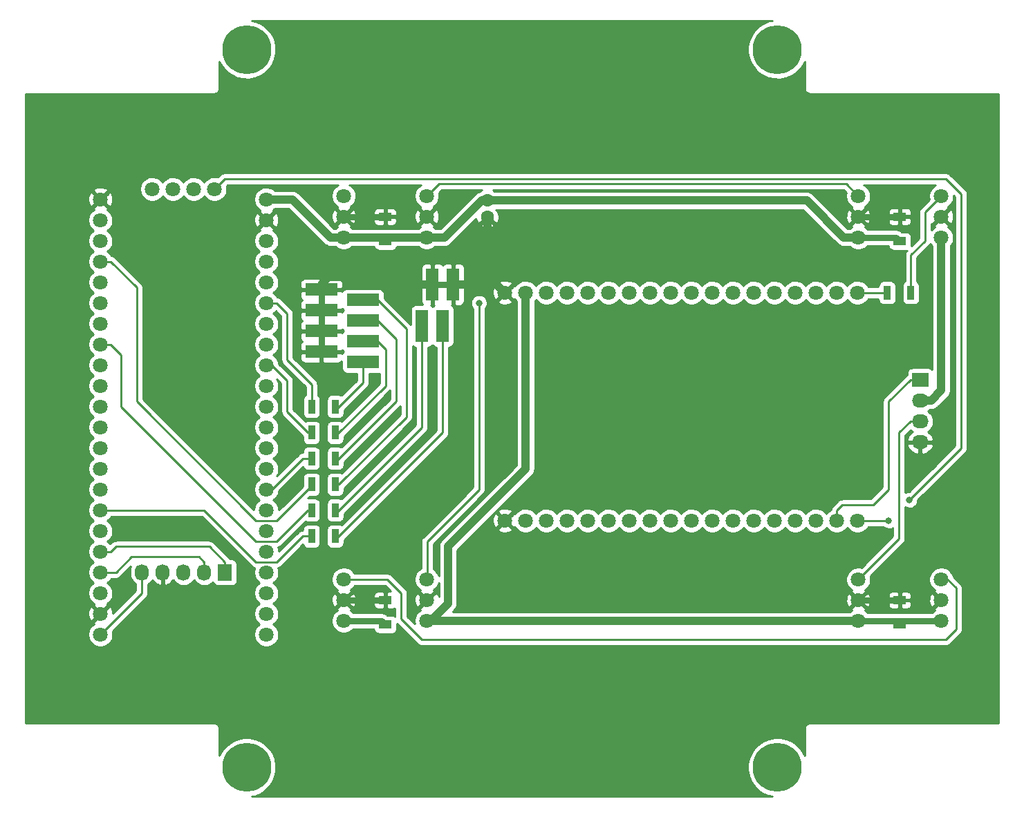
<source format=gbr>
G04 #@! TF.FileFunction,Copper,L2,Bot,Signal*
%FSLAX46Y46*%
G04 Gerber Fmt 4.6, Leading zero omitted, Abs format (unit mm)*
G04 Created by KiCad (PCBNEW (2015-05-13 BZR 5653)-product) date Tue 26 May 2015 04:41:06 PM CEST*
%MOMM*%
G01*
G04 APERTURE LIST*
%ADD10C,0.100000*%
%ADD11C,1.800000*%
%ADD12R,1.600000X1.000000*%
%ADD13R,2.032000X1.727200*%
%ADD14O,2.032000X1.727200*%
%ADD15R,0.900000X1.700000*%
%ADD16C,1.600000*%
%ADD17R,1.500000X4.000000*%
%ADD18R,4.000000X1.500000*%
%ADD19C,6.000000*%
%ADD20R,1.727200X2.032000*%
%ADD21O,1.727200X2.032000*%
%ADD22C,0.800000*%
%ADD23C,1.000000*%
%ADD24C,0.750000*%
%ADD25C,0.200000*%
%ADD26C,0.250000*%
G04 APERTURE END LIST*
D10*
D11*
X71120000Y-55880000D03*
X71120000Y-58420000D03*
X71120000Y-60960000D03*
X71120000Y-63500000D03*
X71120000Y-66040000D03*
X71120000Y-68580000D03*
X71120000Y-71120000D03*
X71120000Y-73660000D03*
X71120000Y-76200000D03*
X71120000Y-78740000D03*
X71120000Y-81280000D03*
X71120000Y-83820000D03*
X71120000Y-86360000D03*
X71120000Y-88900000D03*
X71120000Y-91440000D03*
X71120000Y-93980000D03*
X71120000Y-96520000D03*
X71120000Y-99060000D03*
X71120000Y-101600000D03*
X71120000Y-104140000D03*
X71120000Y-106680000D03*
X71120000Y-109220000D03*
X91440000Y-109220000D03*
X91440000Y-106680000D03*
X91440000Y-104140000D03*
X91440000Y-101600000D03*
X91440000Y-99060000D03*
X91440000Y-96520000D03*
X91440000Y-93980000D03*
X91440000Y-91440000D03*
X91440000Y-88900000D03*
X91440000Y-86360000D03*
X91440000Y-83820000D03*
X91440000Y-81280000D03*
X91440000Y-78740000D03*
X91440000Y-76200000D03*
X91440000Y-73660000D03*
X91440000Y-68580000D03*
X91440000Y-66040000D03*
X91440000Y-63500000D03*
X91440000Y-60960000D03*
X91440000Y-58420000D03*
X91440000Y-55880000D03*
X91440000Y-71120000D03*
X85090000Y-54610000D03*
X82550000Y-54610000D03*
X80010000Y-54610000D03*
X77470000Y-54610000D03*
D12*
X169000000Y-61000000D03*
X169000000Y-58000000D03*
X106000000Y-61000000D03*
X106000000Y-58000000D03*
X106000000Y-108000000D03*
X106000000Y-105000000D03*
X169000000Y-108000000D03*
X169000000Y-105000000D03*
D13*
X171500000Y-78000000D03*
D14*
X171500000Y-80540000D03*
X171500000Y-83080000D03*
X171500000Y-85620000D03*
D15*
X96975000Y-81280000D03*
X99875000Y-81280000D03*
X96975000Y-84455000D03*
X99875000Y-84455000D03*
X96975000Y-87630000D03*
X99875000Y-87630000D03*
X96975000Y-90805000D03*
X99875000Y-90805000D03*
X96975000Y-93980000D03*
X99875000Y-93980000D03*
X96975000Y-97155000D03*
X99875000Y-97155000D03*
X170360000Y-67310000D03*
X167460000Y-67310000D03*
D11*
X120650000Y-95250000D03*
X123190000Y-95250000D03*
X125730000Y-95250000D03*
X128270000Y-95250000D03*
X130810000Y-95250000D03*
X133350000Y-95250000D03*
X135890000Y-95250000D03*
X138430000Y-95250000D03*
X140970000Y-95250000D03*
X143510000Y-95250000D03*
X146050000Y-95250000D03*
X148590000Y-95250000D03*
X151130000Y-95250000D03*
X153670000Y-95250000D03*
X156210000Y-95250000D03*
X158750000Y-95250000D03*
X161290000Y-95250000D03*
X163830000Y-95250000D03*
X163830000Y-67310000D03*
X161290000Y-67310000D03*
X158750000Y-67310000D03*
X156210000Y-67310000D03*
X153670000Y-67310000D03*
X151130000Y-67310000D03*
X148590000Y-67310000D03*
X146050000Y-67310000D03*
X143510000Y-67310000D03*
X140970000Y-67310000D03*
X138430000Y-67310000D03*
X135890000Y-67310000D03*
X133350000Y-67310000D03*
X130810000Y-67310000D03*
X128270000Y-67310000D03*
X125730000Y-67310000D03*
X123190000Y-67310000D03*
X120650000Y-67310000D03*
D16*
X118500000Y-58000000D03*
X118500000Y-56000000D03*
D17*
X110490000Y-71374000D03*
X113030000Y-71374000D03*
X111760000Y-66294000D03*
X114300000Y-66294000D03*
D18*
X103251000Y-75819000D03*
X103251000Y-73279000D03*
X98171000Y-74549000D03*
X98171000Y-72009000D03*
X103251000Y-70739000D03*
X98171000Y-69469000D03*
X103251000Y-68199000D03*
X98171000Y-66929000D03*
D11*
X111080000Y-107540000D03*
X111080000Y-105000000D03*
X111080000Y-102460000D03*
X100920000Y-102460000D03*
X100920000Y-105000000D03*
X100920000Y-107540000D03*
X111080000Y-60540000D03*
X111080000Y-58000000D03*
X111080000Y-55460000D03*
X100920000Y-55460000D03*
X100920000Y-58000000D03*
X100920000Y-60540000D03*
X174080000Y-60540000D03*
X174080000Y-58000000D03*
X174080000Y-55460000D03*
X163920000Y-55460000D03*
X163920000Y-58000000D03*
X163920000Y-60540000D03*
X174080000Y-107540000D03*
X174080000Y-105000000D03*
X174080000Y-102460000D03*
X163920000Y-102460000D03*
X163920000Y-105000000D03*
X163920000Y-107540000D03*
D19*
X89000000Y-37500000D03*
X154000000Y-37500000D03*
X89000000Y-125500000D03*
X154000000Y-125500000D03*
D20*
X86360000Y-101600000D03*
D21*
X83820000Y-101600000D03*
X81280000Y-101600000D03*
X78740000Y-101600000D03*
X76200000Y-101600000D03*
D22*
X117475000Y-68580000D03*
X167640000Y-95250000D03*
X170180000Y-92710000D03*
D23*
X123190000Y-67310000D02*
X123190000Y-88900000D01*
X123190000Y-88900000D02*
X113665000Y-98425000D01*
X113665000Y-98425000D02*
X113665000Y-105410000D01*
X113665000Y-105410000D02*
X111535000Y-107540000D01*
D24*
X111535000Y-107540000D02*
X111080000Y-107540000D01*
D23*
X171500000Y-80540000D02*
X172825000Y-80540000D01*
X172825000Y-80540000D02*
X174080000Y-79285000D01*
X174080000Y-79285000D02*
X174080000Y-60540000D01*
D24*
X174080000Y-107540000D02*
X168540000Y-107540000D01*
X168540000Y-107540000D02*
X169000000Y-108000000D01*
D23*
X163920000Y-107540000D02*
X111080000Y-107540000D01*
D24*
X111080000Y-60540000D02*
X113245000Y-60540000D01*
D23*
X91440000Y-55880000D02*
X94615000Y-55880000D01*
X94615000Y-55880000D02*
X99275000Y-60540000D01*
X99275000Y-60540000D02*
X100920000Y-60540000D01*
X111080000Y-60540000D02*
X105540000Y-60540000D01*
D24*
X105540000Y-60540000D02*
X106000000Y-61000000D01*
D23*
X111080000Y-60540000D02*
X113245000Y-60540000D01*
X113245000Y-60540000D02*
X117785000Y-56000000D01*
D24*
X117785000Y-56000000D02*
X118500000Y-56000000D01*
D23*
X118500000Y-56000000D02*
X157600000Y-56000000D01*
X157600000Y-56000000D02*
X162140000Y-60540000D01*
X162140000Y-60540000D02*
X163920000Y-60540000D01*
D24*
X163920000Y-107540000D02*
X168540000Y-107540000D01*
X168540000Y-107540000D02*
X169000000Y-108000000D01*
X100920000Y-107540000D02*
X105540000Y-107540000D01*
X105540000Y-107540000D02*
X106000000Y-108000000D01*
D23*
X100920000Y-60540000D02*
X105540000Y-60540000D01*
D24*
X105540000Y-60540000D02*
X106000000Y-61000000D01*
X163920000Y-60540000D02*
X168540000Y-60540000D01*
X168540000Y-60540000D02*
X169000000Y-61000000D01*
D25*
X163920000Y-60540000D02*
X163920000Y-60870000D01*
D23*
X118500000Y-58000000D02*
X118500000Y-66285000D01*
D24*
X118500000Y-66285000D02*
X118491000Y-66294000D01*
D23*
X114300000Y-66294000D02*
X118491000Y-66294000D01*
X118491000Y-66294000D02*
X119634000Y-66294000D01*
X119634000Y-66294000D02*
X120650000Y-67310000D01*
D24*
X98171000Y-66929000D02*
X98171000Y-66294000D01*
D23*
X98171000Y-66294000D02*
X99060000Y-65405000D01*
X99060000Y-65405000D02*
X108585000Y-65405000D01*
X108585000Y-65405000D02*
X109474000Y-66294000D01*
X109474000Y-66294000D02*
X111760000Y-66294000D01*
D24*
X111760000Y-66294000D02*
X114300000Y-66294000D01*
X98171000Y-69469000D02*
X98171000Y-66929000D01*
X98171000Y-69469000D02*
X98171000Y-72009000D01*
X98171000Y-74549000D02*
X98171000Y-72009000D01*
X163920000Y-105000000D02*
X169000000Y-105000000D01*
X100920000Y-105000000D02*
X106000000Y-105000000D01*
X100920000Y-58000000D02*
X106000000Y-58000000D01*
X163920000Y-58000000D02*
X169000000Y-58000000D01*
D26*
X171500000Y-78000000D02*
X170285000Y-78000000D01*
X161290000Y-93980000D02*
X161290000Y-95250000D01*
X161925000Y-93345000D02*
X161290000Y-93980000D01*
X165735000Y-93345000D02*
X161925000Y-93345000D01*
X167640000Y-91440000D02*
X165735000Y-93345000D01*
X167640000Y-80645000D02*
X167640000Y-91440000D01*
X170285000Y-78000000D02*
X167640000Y-80645000D01*
X163920000Y-102460000D02*
X168910000Y-97470000D01*
X170285000Y-83080000D02*
X171500000Y-83080000D01*
X168910000Y-84455000D02*
X170285000Y-83080000D01*
X168910000Y-85090000D02*
X168910000Y-84455000D01*
X168910000Y-85725000D02*
X168910000Y-85090000D01*
X168910000Y-97470000D02*
X168910000Y-85725000D01*
X72390000Y-99060000D02*
X71120000Y-99060000D01*
X73025000Y-98425000D02*
X72390000Y-99060000D01*
X84455000Y-98425000D02*
X73025000Y-98425000D01*
X86360000Y-101600000D02*
X86360000Y-100330000D01*
X86360000Y-100330000D02*
X84455000Y-98425000D01*
X76200000Y-104140000D02*
X76200000Y-101600000D01*
X71120000Y-109220000D02*
X76200000Y-104140000D01*
X96975000Y-81280000D02*
X96975000Y-78560000D01*
X92710000Y-68580000D02*
X91440000Y-68580000D01*
X93980000Y-69850000D02*
X92710000Y-68580000D01*
X93980000Y-75565000D02*
X93980000Y-69850000D01*
X96975000Y-78560000D02*
X93980000Y-75565000D01*
X96975000Y-81280000D02*
X96975000Y-81735000D01*
X91440000Y-76200000D02*
X92075000Y-76200000D01*
X92075000Y-76200000D02*
X93980000Y-78105000D01*
X96520000Y-84455000D02*
X96975000Y-84455000D01*
X93980000Y-81915000D02*
X96520000Y-84455000D01*
X93980000Y-78105000D02*
X93980000Y-81915000D01*
X91440000Y-91440000D02*
X92075000Y-91440000D01*
X95885000Y-87630000D02*
X96975000Y-87630000D01*
X92075000Y-91440000D02*
X95885000Y-87630000D01*
X92075000Y-91440000D02*
X91440000Y-91440000D01*
X99875000Y-90805000D02*
X100330000Y-90805000D01*
X108585000Y-71755000D02*
X105029000Y-68199000D01*
X108585000Y-82550000D02*
X108585000Y-71755000D01*
X100330000Y-90805000D02*
X108585000Y-82550000D01*
X105029000Y-68199000D02*
X103251000Y-68199000D01*
X105029000Y-68199000D02*
X103251000Y-68199000D01*
X90170000Y-95250000D02*
X75565000Y-80645000D01*
X96975000Y-90805000D02*
X97155000Y-90805000D01*
X93980000Y-93980000D02*
X92710000Y-95250000D01*
X93980000Y-93980000D02*
X93980000Y-93980000D01*
X97155000Y-90805000D02*
X93980000Y-93980000D01*
X90170000Y-95250000D02*
X92710000Y-95250000D01*
X72390000Y-63500000D02*
X71120000Y-63500000D01*
X75565000Y-66675000D02*
X72390000Y-63500000D01*
X75565000Y-80645000D02*
X75565000Y-66675000D01*
X99875000Y-87630000D02*
X99995014Y-87964986D01*
X107315000Y-73025000D02*
X105029000Y-70739000D01*
X107315000Y-80645000D02*
X107315000Y-73025000D01*
X99995014Y-87964986D02*
X107315000Y-80645000D01*
X105029000Y-70739000D02*
X103251000Y-70739000D01*
X90170000Y-97790000D02*
X73660000Y-81280000D01*
X96975000Y-93980000D02*
X96520000Y-93980000D01*
X96520000Y-93980000D02*
X92710000Y-97790000D01*
X90170000Y-97790000D02*
X92710000Y-97790000D01*
X72390000Y-73660000D02*
X71120000Y-73660000D01*
X73660000Y-74930000D02*
X72390000Y-73660000D01*
X73660000Y-81280000D02*
X73660000Y-74930000D01*
X99875000Y-84455000D02*
X99995014Y-84789986D01*
X105029000Y-73279000D02*
X103251000Y-73279000D01*
X106045000Y-74295000D02*
X105029000Y-73279000D01*
X106045000Y-78740000D02*
X106045000Y-74295000D01*
X99995014Y-84789986D02*
X106045000Y-78740000D01*
X90170000Y-100330000D02*
X83820000Y-93980000D01*
X96975000Y-97155000D02*
X95885000Y-97155000D01*
X95885000Y-97155000D02*
X92710000Y-100330000D01*
X90170000Y-100330000D02*
X92710000Y-100330000D01*
X83820000Y-93980000D02*
X71120000Y-93980000D01*
X99875000Y-81280000D02*
X99995014Y-81614986D01*
X103251000Y-78359000D02*
X103251000Y-75819000D01*
X99995014Y-81614986D02*
X103251000Y-78359000D01*
X170360000Y-67310000D02*
X170360000Y-62685000D01*
X170360000Y-62685000D02*
X172085000Y-60960000D01*
X172085000Y-60960000D02*
X172085000Y-57455000D01*
X172085000Y-57455000D02*
X174080000Y-55460000D01*
D25*
X167460000Y-67310000D02*
X167640000Y-67490000D01*
D26*
X163830000Y-67310000D02*
X167460000Y-67310000D01*
X163920000Y-55460000D02*
X162435000Y-53975000D01*
X112565000Y-53975000D02*
X111080000Y-55460000D01*
X162435000Y-53975000D02*
X112565000Y-53975000D01*
X111125000Y-97790000D02*
X111125000Y-102415000D01*
X117475000Y-91440000D02*
X111125000Y-97790000D01*
X117475000Y-68580000D02*
X117475000Y-91440000D01*
X111125000Y-102415000D02*
X111080000Y-102460000D01*
X100920000Y-102460000D02*
X106270000Y-102460000D01*
X106270000Y-102460000D02*
X107950000Y-104140000D01*
X107950000Y-104140000D02*
X107950000Y-107315000D01*
X107950000Y-107315000D02*
X110490000Y-109855000D01*
X110490000Y-109855000D02*
X174625000Y-109855000D01*
X174625000Y-109855000D02*
X175895000Y-108585000D01*
X175895000Y-108585000D02*
X175895000Y-103505000D01*
X175895000Y-103505000D02*
X174850000Y-102460000D01*
X174850000Y-102460000D02*
X174080000Y-102460000D01*
X100920000Y-102460000D02*
X101190000Y-102460000D01*
X163830000Y-95250000D02*
X167640000Y-95250000D01*
X170180000Y-92710000D02*
X176530000Y-86360000D01*
X176530000Y-86360000D02*
X176530000Y-55245000D01*
X176530000Y-55245000D02*
X174625000Y-53340000D01*
X85090000Y-54610000D02*
X86360000Y-53340000D01*
X86360000Y-53340000D02*
X174625000Y-53340000D01*
X110490000Y-83820000D02*
X110490000Y-73660000D01*
X99995014Y-94314986D02*
X110490000Y-83820000D01*
X99875000Y-93980000D02*
X99995014Y-94314986D01*
X110490000Y-73660000D02*
X110490000Y-71374000D01*
X110490000Y-73660000D02*
X110490000Y-73660000D01*
X99875000Y-97155000D02*
X99995014Y-97489986D01*
X113030000Y-73660000D02*
X113030000Y-71374000D01*
X113030000Y-73660000D02*
X113030000Y-73660000D01*
X113030000Y-84455000D02*
X113030000Y-73660000D01*
X99995014Y-97489986D02*
X113030000Y-84455000D01*
X83820000Y-100330000D02*
X83820000Y-101600000D01*
X83185000Y-99695000D02*
X83820000Y-100330000D01*
X74930000Y-99695000D02*
X83185000Y-99695000D01*
X73025000Y-101600000D02*
X74930000Y-99695000D01*
X71120000Y-101600000D02*
X72390000Y-101600000D01*
X72390000Y-101600000D02*
X73025000Y-101600000D01*
G36*
X173399755Y-54090000D02*
X173370055Y-54102000D01*
X173119805Y-54265759D01*
X172906130Y-54475006D01*
X172737166Y-54721771D01*
X172619351Y-54996655D01*
X172557171Y-55289187D01*
X172552995Y-55588226D01*
X172605428Y-55873911D01*
X171554670Y-56924670D01*
X171510733Y-56978160D01*
X171466165Y-57031275D01*
X171464263Y-57034733D01*
X171461762Y-57037779D01*
X171429028Y-57098825D01*
X171395648Y-57159544D01*
X171394455Y-57163301D01*
X171392592Y-57166778D01*
X171372331Y-57233046D01*
X171351389Y-57299066D01*
X171350949Y-57302983D01*
X171349796Y-57306757D01*
X171342791Y-57375715D01*
X171335073Y-57444528D01*
X171335019Y-57452231D01*
X171335004Y-57452382D01*
X171335017Y-57452522D01*
X171335000Y-57455000D01*
X171335000Y-60649340D01*
X170418719Y-61565620D01*
X170428024Y-61500000D01*
X170428024Y-60500000D01*
X170425000Y-60462793D01*
X170425000Y-58561557D01*
X170425000Y-58281250D01*
X170425000Y-57718750D01*
X170425000Y-57438443D01*
X170400982Y-57317694D01*
X170353868Y-57203952D01*
X170285469Y-57101586D01*
X170198414Y-57014531D01*
X170096049Y-56946132D01*
X169982306Y-56899018D01*
X169861557Y-56875000D01*
X169738443Y-56875000D01*
X169281250Y-56875000D01*
X169125000Y-57031250D01*
X169125000Y-57875000D01*
X170268750Y-57875000D01*
X170425000Y-57718750D01*
X170425000Y-58281250D01*
X170268750Y-58125000D01*
X169125000Y-58125000D01*
X169125000Y-58968750D01*
X169281250Y-59125000D01*
X169738443Y-59125000D01*
X169861557Y-59125000D01*
X169982306Y-59100982D01*
X170096049Y-59053868D01*
X170198414Y-58985469D01*
X170285469Y-58898414D01*
X170353868Y-58796048D01*
X170400982Y-58682306D01*
X170425000Y-58561557D01*
X170425000Y-60462793D01*
X170419781Y-60398580D01*
X170367153Y-60230274D01*
X170269809Y-60083235D01*
X170135425Y-59969053D01*
X169974595Y-59896733D01*
X169800000Y-59871976D01*
X169286190Y-59871976D01*
X169247107Y-59832893D01*
X169175703Y-59774241D01*
X169104967Y-59714887D01*
X169100360Y-59712354D01*
X169096296Y-59709016D01*
X169014864Y-59665352D01*
X168933942Y-59620865D01*
X168928931Y-59619275D01*
X168924296Y-59616790D01*
X168875000Y-59601718D01*
X168875000Y-58968750D01*
X168875000Y-58125000D01*
X168875000Y-57875000D01*
X168875000Y-57031250D01*
X168718750Y-56875000D01*
X168261557Y-56875000D01*
X168138443Y-56875000D01*
X168017694Y-56899018D01*
X167903951Y-56946132D01*
X167801586Y-57014531D01*
X167714531Y-57101586D01*
X167646132Y-57203952D01*
X167599018Y-57317694D01*
X167575000Y-57438443D01*
X167575000Y-57718750D01*
X167731250Y-57875000D01*
X168875000Y-57875000D01*
X168875000Y-58125000D01*
X167731250Y-58125000D01*
X167575000Y-58281250D01*
X167575000Y-58561557D01*
X167599018Y-58682306D01*
X167646132Y-58796048D01*
X167714531Y-58898414D01*
X167801586Y-58985469D01*
X167903951Y-59053868D01*
X168017694Y-59100982D01*
X168138443Y-59125000D01*
X168261557Y-59125000D01*
X168718750Y-59125000D01*
X168875000Y-58968750D01*
X168875000Y-59601718D01*
X168835981Y-59589789D01*
X168747912Y-59561852D01*
X168742682Y-59561265D01*
X168737657Y-59559729D01*
X168645805Y-59550398D01*
X168553962Y-59540097D01*
X168543683Y-59540025D01*
X168543491Y-59540006D01*
X168543311Y-59540023D01*
X168540000Y-59540000D01*
X165451001Y-59540000D01*
X165451001Y-57935056D01*
X165408913Y-57637621D01*
X165309608Y-57354112D01*
X165229062Y-57203419D01*
X164977436Y-57119341D01*
X164096777Y-58000000D01*
X164977436Y-58880659D01*
X165229062Y-58796581D01*
X165359314Y-58525889D01*
X165434253Y-58234988D01*
X165451001Y-57935056D01*
X165451001Y-59540000D01*
X165076236Y-59540000D01*
X164896775Y-59359282D01*
X164736029Y-59250857D01*
X164800659Y-59057436D01*
X163920000Y-58176777D01*
X163743223Y-58353554D01*
X163743223Y-58000000D01*
X162862564Y-57119341D01*
X162610938Y-57203419D01*
X162480686Y-57474111D01*
X162405747Y-57765012D01*
X162388999Y-58064944D01*
X162431087Y-58362379D01*
X162530392Y-58645888D01*
X162610938Y-58796581D01*
X162862564Y-58880659D01*
X163743223Y-58000000D01*
X163743223Y-58353554D01*
X163039341Y-59057436D01*
X163104124Y-59251318D01*
X162959805Y-59345759D01*
X162889098Y-59415000D01*
X162605990Y-59415000D01*
X158395495Y-55204505D01*
X158315189Y-55138540D01*
X158235588Y-55071747D01*
X158230405Y-55068897D01*
X158225833Y-55065142D01*
X158134254Y-55016038D01*
X158043185Y-54965973D01*
X158037543Y-54964183D01*
X158032332Y-54961389D01*
X157933015Y-54931025D01*
X157833901Y-54899584D01*
X157828017Y-54898924D01*
X157822365Y-54897196D01*
X157719015Y-54886697D01*
X157615707Y-54875110D01*
X157604143Y-54875029D01*
X157603927Y-54875007D01*
X157603725Y-54875026D01*
X157600000Y-54875000D01*
X119380543Y-54875000D01*
X119181044Y-54740436D01*
X119144323Y-54725000D01*
X162124340Y-54725000D01*
X162448244Y-55048904D01*
X162397171Y-55289187D01*
X162392995Y-55588226D01*
X162446983Y-55882381D01*
X162557077Y-56160447D01*
X162719085Y-56411834D01*
X162926835Y-56626965D01*
X163103717Y-56749901D01*
X163039341Y-56942564D01*
X163920000Y-57823223D01*
X164800659Y-56942564D01*
X164735819Y-56748513D01*
X164863427Y-56667531D01*
X165080003Y-56461288D01*
X165252396Y-56216906D01*
X165374038Y-55943694D01*
X165440296Y-55652058D01*
X165445066Y-55310466D01*
X165386976Y-55017094D01*
X165273010Y-54740592D01*
X165107509Y-54491492D01*
X164896775Y-54279282D01*
X164648837Y-54112045D01*
X164596394Y-54090000D01*
X173399755Y-54090000D01*
X173399755Y-54090000D01*
G37*
X173399755Y-54090000D02*
X173370055Y-54102000D01*
X173119805Y-54265759D01*
X172906130Y-54475006D01*
X172737166Y-54721771D01*
X172619351Y-54996655D01*
X172557171Y-55289187D01*
X172552995Y-55588226D01*
X172605428Y-55873911D01*
X171554670Y-56924670D01*
X171510733Y-56978160D01*
X171466165Y-57031275D01*
X171464263Y-57034733D01*
X171461762Y-57037779D01*
X171429028Y-57098825D01*
X171395648Y-57159544D01*
X171394455Y-57163301D01*
X171392592Y-57166778D01*
X171372331Y-57233046D01*
X171351389Y-57299066D01*
X171350949Y-57302983D01*
X171349796Y-57306757D01*
X171342791Y-57375715D01*
X171335073Y-57444528D01*
X171335019Y-57452231D01*
X171335004Y-57452382D01*
X171335017Y-57452522D01*
X171335000Y-57455000D01*
X171335000Y-60649340D01*
X170418719Y-61565620D01*
X170428024Y-61500000D01*
X170428024Y-60500000D01*
X170425000Y-60462793D01*
X170425000Y-58561557D01*
X170425000Y-58281250D01*
X170425000Y-57718750D01*
X170425000Y-57438443D01*
X170400982Y-57317694D01*
X170353868Y-57203952D01*
X170285469Y-57101586D01*
X170198414Y-57014531D01*
X170096049Y-56946132D01*
X169982306Y-56899018D01*
X169861557Y-56875000D01*
X169738443Y-56875000D01*
X169281250Y-56875000D01*
X169125000Y-57031250D01*
X169125000Y-57875000D01*
X170268750Y-57875000D01*
X170425000Y-57718750D01*
X170425000Y-58281250D01*
X170268750Y-58125000D01*
X169125000Y-58125000D01*
X169125000Y-58968750D01*
X169281250Y-59125000D01*
X169738443Y-59125000D01*
X169861557Y-59125000D01*
X169982306Y-59100982D01*
X170096049Y-59053868D01*
X170198414Y-58985469D01*
X170285469Y-58898414D01*
X170353868Y-58796048D01*
X170400982Y-58682306D01*
X170425000Y-58561557D01*
X170425000Y-60462793D01*
X170419781Y-60398580D01*
X170367153Y-60230274D01*
X170269809Y-60083235D01*
X170135425Y-59969053D01*
X169974595Y-59896733D01*
X169800000Y-59871976D01*
X169286190Y-59871976D01*
X169247107Y-59832893D01*
X169175703Y-59774241D01*
X169104967Y-59714887D01*
X169100360Y-59712354D01*
X169096296Y-59709016D01*
X169014864Y-59665352D01*
X168933942Y-59620865D01*
X168928931Y-59619275D01*
X168924296Y-59616790D01*
X168875000Y-59601718D01*
X168875000Y-58968750D01*
X168875000Y-58125000D01*
X168875000Y-57875000D01*
X168875000Y-57031250D01*
X168718750Y-56875000D01*
X168261557Y-56875000D01*
X168138443Y-56875000D01*
X168017694Y-56899018D01*
X167903951Y-56946132D01*
X167801586Y-57014531D01*
X167714531Y-57101586D01*
X167646132Y-57203952D01*
X167599018Y-57317694D01*
X167575000Y-57438443D01*
X167575000Y-57718750D01*
X167731250Y-57875000D01*
X168875000Y-57875000D01*
X168875000Y-58125000D01*
X167731250Y-58125000D01*
X167575000Y-58281250D01*
X167575000Y-58561557D01*
X167599018Y-58682306D01*
X167646132Y-58796048D01*
X167714531Y-58898414D01*
X167801586Y-58985469D01*
X167903951Y-59053868D01*
X168017694Y-59100982D01*
X168138443Y-59125000D01*
X168261557Y-59125000D01*
X168718750Y-59125000D01*
X168875000Y-58968750D01*
X168875000Y-59601718D01*
X168835981Y-59589789D01*
X168747912Y-59561852D01*
X168742682Y-59561265D01*
X168737657Y-59559729D01*
X168645805Y-59550398D01*
X168553962Y-59540097D01*
X168543683Y-59540025D01*
X168543491Y-59540006D01*
X168543311Y-59540023D01*
X168540000Y-59540000D01*
X165451001Y-59540000D01*
X165451001Y-57935056D01*
X165408913Y-57637621D01*
X165309608Y-57354112D01*
X165229062Y-57203419D01*
X164977436Y-57119341D01*
X164096777Y-58000000D01*
X164977436Y-58880659D01*
X165229062Y-58796581D01*
X165359314Y-58525889D01*
X165434253Y-58234988D01*
X165451001Y-57935056D01*
X165451001Y-59540000D01*
X165076236Y-59540000D01*
X164896775Y-59359282D01*
X164736029Y-59250857D01*
X164800659Y-59057436D01*
X163920000Y-58176777D01*
X163743223Y-58353554D01*
X163743223Y-58000000D01*
X162862564Y-57119341D01*
X162610938Y-57203419D01*
X162480686Y-57474111D01*
X162405747Y-57765012D01*
X162388999Y-58064944D01*
X162431087Y-58362379D01*
X162530392Y-58645888D01*
X162610938Y-58796581D01*
X162862564Y-58880659D01*
X163743223Y-58000000D01*
X163743223Y-58353554D01*
X163039341Y-59057436D01*
X163104124Y-59251318D01*
X162959805Y-59345759D01*
X162889098Y-59415000D01*
X162605990Y-59415000D01*
X158395495Y-55204505D01*
X158315189Y-55138540D01*
X158235588Y-55071747D01*
X158230405Y-55068897D01*
X158225833Y-55065142D01*
X158134254Y-55016038D01*
X158043185Y-54965973D01*
X158037543Y-54964183D01*
X158032332Y-54961389D01*
X157933015Y-54931025D01*
X157833901Y-54899584D01*
X157828017Y-54898924D01*
X157822365Y-54897196D01*
X157719015Y-54886697D01*
X157615707Y-54875110D01*
X157604143Y-54875029D01*
X157603927Y-54875007D01*
X157603725Y-54875026D01*
X157600000Y-54875000D01*
X119380543Y-54875000D01*
X119181044Y-54740436D01*
X119144323Y-54725000D01*
X162124340Y-54725000D01*
X162448244Y-55048904D01*
X162397171Y-55289187D01*
X162392995Y-55588226D01*
X162446983Y-55882381D01*
X162557077Y-56160447D01*
X162719085Y-56411834D01*
X162926835Y-56626965D01*
X163103717Y-56749901D01*
X163039341Y-56942564D01*
X163920000Y-57823223D01*
X164800659Y-56942564D01*
X164735819Y-56748513D01*
X164863427Y-56667531D01*
X165080003Y-56461288D01*
X165252396Y-56216906D01*
X165374038Y-55943694D01*
X165440296Y-55652058D01*
X165445066Y-55310466D01*
X165386976Y-55017094D01*
X165273010Y-54740592D01*
X165107509Y-54491492D01*
X164896775Y-54279282D01*
X164648837Y-54112045D01*
X164596394Y-54090000D01*
X173399755Y-54090000D01*
G36*
X175780000Y-86049340D02*
X175611001Y-86218338D01*
X175611001Y-57935056D01*
X175568913Y-57637621D01*
X175469608Y-57354112D01*
X175389062Y-57203419D01*
X175137436Y-57119341D01*
X174256777Y-58000000D01*
X175137436Y-58880659D01*
X175389062Y-58796581D01*
X175519314Y-58525889D01*
X175594253Y-58234988D01*
X175611001Y-57935056D01*
X175611001Y-86218338D01*
X173097925Y-88731414D01*
X173097925Y-85975507D01*
X172978873Y-85745000D01*
X171625000Y-85745000D01*
X171625000Y-86953499D01*
X171858385Y-87095694D01*
X172142321Y-87027153D01*
X172407429Y-86904536D01*
X172643522Y-86732555D01*
X172841527Y-86517819D01*
X172993834Y-86268580D01*
X173094590Y-85994417D01*
X173097925Y-85975507D01*
X173097925Y-88731414D01*
X171375000Y-90454339D01*
X171375000Y-86953499D01*
X171375000Y-85745000D01*
X170021127Y-85745000D01*
X169902075Y-85975507D01*
X169905410Y-85994417D01*
X170006166Y-86268580D01*
X170158473Y-86517819D01*
X170356478Y-86732555D01*
X170592571Y-86904536D01*
X170857679Y-87027153D01*
X171141615Y-87095694D01*
X171375000Y-86953499D01*
X171375000Y-90454339D01*
X170144656Y-91684683D01*
X170086652Y-91684279D01*
X169889200Y-91721945D01*
X169702824Y-91797246D01*
X169660000Y-91825269D01*
X169660000Y-85725000D01*
X169660000Y-85090000D01*
X169660000Y-84765660D01*
X170291345Y-84134314D01*
X170498650Y-84308264D01*
X170573455Y-84349388D01*
X170356478Y-84507445D01*
X170158473Y-84722181D01*
X170006166Y-84971420D01*
X169905410Y-85245583D01*
X169902075Y-85264493D01*
X170021127Y-85495000D01*
X171375000Y-85495000D01*
X171375000Y-85475000D01*
X171625000Y-85475000D01*
X171625000Y-85495000D01*
X172978873Y-85495000D01*
X173097925Y-85264493D01*
X173094590Y-85245583D01*
X172993834Y-84971420D01*
X172841527Y-84722181D01*
X172643522Y-84507445D01*
X172427426Y-84350030D01*
X172484119Y-84319887D01*
X172709258Y-84136267D01*
X172894445Y-83912415D01*
X173032625Y-83656856D01*
X173118536Y-83379325D01*
X173148904Y-83090392D01*
X173122573Y-82801064D01*
X173040546Y-82522361D01*
X172905947Y-82264897D01*
X172723904Y-82038481D01*
X172501350Y-81851736D01*
X172426441Y-81810554D01*
X172484119Y-81779887D01*
X172624983Y-81665000D01*
X172825000Y-81665000D01*
X172928423Y-81654859D01*
X173031945Y-81645803D01*
X173037627Y-81644152D01*
X173043514Y-81643575D01*
X173142971Y-81613546D01*
X173242788Y-81584547D01*
X173248042Y-81581823D01*
X173253704Y-81580114D01*
X173345393Y-81531361D01*
X173437719Y-81483505D01*
X173442347Y-81479810D01*
X173447565Y-81477036D01*
X173528047Y-81411396D01*
X173609311Y-81346524D01*
X173617545Y-81338403D01*
X173617713Y-81338267D01*
X173617841Y-81338111D01*
X173620495Y-81335495D01*
X174875495Y-80080495D01*
X174941459Y-80000189D01*
X175008253Y-79920588D01*
X175011102Y-79915405D01*
X175014858Y-79910833D01*
X175063961Y-79819254D01*
X175114027Y-79728185D01*
X175115816Y-79722543D01*
X175118611Y-79717332D01*
X175148974Y-79618015D01*
X175180416Y-79518901D01*
X175181075Y-79513017D01*
X175182804Y-79507365D01*
X175193302Y-79404015D01*
X175204890Y-79300707D01*
X175204970Y-79289143D01*
X175204993Y-79288927D01*
X175204973Y-79288725D01*
X175205000Y-79285000D01*
X175205000Y-61574620D01*
X175240003Y-61541288D01*
X175412396Y-61296906D01*
X175534038Y-61023694D01*
X175600296Y-60732058D01*
X175605066Y-60390466D01*
X175546976Y-60097094D01*
X175433010Y-59820592D01*
X175267509Y-59571492D01*
X175056775Y-59359282D01*
X174896029Y-59250857D01*
X174960659Y-59057436D01*
X174080000Y-58176777D01*
X173199341Y-59057436D01*
X173264124Y-59251318D01*
X173119805Y-59345759D01*
X172906130Y-59555006D01*
X172835000Y-59658888D01*
X172835000Y-58817986D01*
X173022564Y-58880659D01*
X173903223Y-58000000D01*
X173889081Y-57985858D01*
X174065858Y-57809081D01*
X174080000Y-57823223D01*
X174960659Y-56942564D01*
X174895819Y-56748513D01*
X175023427Y-56667531D01*
X175240003Y-56461288D01*
X175412396Y-56216906D01*
X175534038Y-55943694D01*
X175600296Y-55652058D01*
X175604098Y-55379758D01*
X175780000Y-55555660D01*
X175780000Y-86049340D01*
X175780000Y-86049340D01*
G37*
X175780000Y-86049340D02*
X175611001Y-86218338D01*
X175611001Y-57935056D01*
X175568913Y-57637621D01*
X175469608Y-57354112D01*
X175389062Y-57203419D01*
X175137436Y-57119341D01*
X174256777Y-58000000D01*
X175137436Y-58880659D01*
X175389062Y-58796581D01*
X175519314Y-58525889D01*
X175594253Y-58234988D01*
X175611001Y-57935056D01*
X175611001Y-86218338D01*
X173097925Y-88731414D01*
X173097925Y-85975507D01*
X172978873Y-85745000D01*
X171625000Y-85745000D01*
X171625000Y-86953499D01*
X171858385Y-87095694D01*
X172142321Y-87027153D01*
X172407429Y-86904536D01*
X172643522Y-86732555D01*
X172841527Y-86517819D01*
X172993834Y-86268580D01*
X173094590Y-85994417D01*
X173097925Y-85975507D01*
X173097925Y-88731414D01*
X171375000Y-90454339D01*
X171375000Y-86953499D01*
X171375000Y-85745000D01*
X170021127Y-85745000D01*
X169902075Y-85975507D01*
X169905410Y-85994417D01*
X170006166Y-86268580D01*
X170158473Y-86517819D01*
X170356478Y-86732555D01*
X170592571Y-86904536D01*
X170857679Y-87027153D01*
X171141615Y-87095694D01*
X171375000Y-86953499D01*
X171375000Y-90454339D01*
X170144656Y-91684683D01*
X170086652Y-91684279D01*
X169889200Y-91721945D01*
X169702824Y-91797246D01*
X169660000Y-91825269D01*
X169660000Y-85725000D01*
X169660000Y-85090000D01*
X169660000Y-84765660D01*
X170291345Y-84134314D01*
X170498650Y-84308264D01*
X170573455Y-84349388D01*
X170356478Y-84507445D01*
X170158473Y-84722181D01*
X170006166Y-84971420D01*
X169905410Y-85245583D01*
X169902075Y-85264493D01*
X170021127Y-85495000D01*
X171375000Y-85495000D01*
X171375000Y-85475000D01*
X171625000Y-85475000D01*
X171625000Y-85495000D01*
X172978873Y-85495000D01*
X173097925Y-85264493D01*
X173094590Y-85245583D01*
X172993834Y-84971420D01*
X172841527Y-84722181D01*
X172643522Y-84507445D01*
X172427426Y-84350030D01*
X172484119Y-84319887D01*
X172709258Y-84136267D01*
X172894445Y-83912415D01*
X173032625Y-83656856D01*
X173118536Y-83379325D01*
X173148904Y-83090392D01*
X173122573Y-82801064D01*
X173040546Y-82522361D01*
X172905947Y-82264897D01*
X172723904Y-82038481D01*
X172501350Y-81851736D01*
X172426441Y-81810554D01*
X172484119Y-81779887D01*
X172624983Y-81665000D01*
X172825000Y-81665000D01*
X172928423Y-81654859D01*
X173031945Y-81645803D01*
X173037627Y-81644152D01*
X173043514Y-81643575D01*
X173142971Y-81613546D01*
X173242788Y-81584547D01*
X173248042Y-81581823D01*
X173253704Y-81580114D01*
X173345393Y-81531361D01*
X173437719Y-81483505D01*
X173442347Y-81479810D01*
X173447565Y-81477036D01*
X173528047Y-81411396D01*
X173609311Y-81346524D01*
X173617545Y-81338403D01*
X173617713Y-81338267D01*
X173617841Y-81338111D01*
X173620495Y-81335495D01*
X174875495Y-80080495D01*
X174941459Y-80000189D01*
X175008253Y-79920588D01*
X175011102Y-79915405D01*
X175014858Y-79910833D01*
X175063961Y-79819254D01*
X175114027Y-79728185D01*
X175115816Y-79722543D01*
X175118611Y-79717332D01*
X175148974Y-79618015D01*
X175180416Y-79518901D01*
X175181075Y-79513017D01*
X175182804Y-79507365D01*
X175193302Y-79404015D01*
X175204890Y-79300707D01*
X175204970Y-79289143D01*
X175204993Y-79288927D01*
X175204973Y-79288725D01*
X175205000Y-79285000D01*
X175205000Y-61574620D01*
X175240003Y-61541288D01*
X175412396Y-61296906D01*
X175534038Y-61023694D01*
X175600296Y-60732058D01*
X175605066Y-60390466D01*
X175546976Y-60097094D01*
X175433010Y-59820592D01*
X175267509Y-59571492D01*
X175056775Y-59359282D01*
X174896029Y-59250857D01*
X174960659Y-59057436D01*
X174080000Y-58176777D01*
X173199341Y-59057436D01*
X173264124Y-59251318D01*
X173119805Y-59345759D01*
X172906130Y-59555006D01*
X172835000Y-59658888D01*
X172835000Y-58817986D01*
X173022564Y-58880659D01*
X173903223Y-58000000D01*
X173889081Y-57985858D01*
X174065858Y-57809081D01*
X174080000Y-57823223D01*
X174960659Y-56942564D01*
X174895819Y-56748513D01*
X175023427Y-56667531D01*
X175240003Y-56461288D01*
X175412396Y-56216906D01*
X175534038Y-55943694D01*
X175600296Y-55652058D01*
X175604098Y-55379758D01*
X175780000Y-55555660D01*
X175780000Y-86049340D01*
G36*
X181075000Y-120075000D02*
X177280000Y-120075000D01*
X177280000Y-86360000D01*
X177280000Y-55245000D01*
X177273243Y-55176089D01*
X177267201Y-55107037D01*
X177266101Y-55103250D01*
X177265716Y-55099324D01*
X177245691Y-55032996D01*
X177226365Y-54966474D01*
X177224549Y-54962972D01*
X177223410Y-54959197D01*
X177190880Y-54898017D01*
X177159003Y-54836521D01*
X177156543Y-54833440D01*
X177154691Y-54829956D01*
X177110892Y-54776253D01*
X177067683Y-54722126D01*
X177062271Y-54716638D01*
X177062178Y-54716524D01*
X177062071Y-54716435D01*
X177060330Y-54714670D01*
X175155330Y-52809670D01*
X175101839Y-52765733D01*
X175048725Y-52721165D01*
X175045266Y-52719263D01*
X175042221Y-52716762D01*
X174981174Y-52684028D01*
X174920456Y-52650648D01*
X174916698Y-52649455D01*
X174913222Y-52647592D01*
X174846953Y-52627331D01*
X174780934Y-52606389D01*
X174777016Y-52605949D01*
X174773243Y-52604796D01*
X174704284Y-52597791D01*
X174635472Y-52590073D01*
X174627768Y-52590019D01*
X174627618Y-52590004D01*
X174627477Y-52590017D01*
X174625000Y-52590000D01*
X86360000Y-52590000D01*
X86291048Y-52596760D01*
X86222036Y-52602799D01*
X86218249Y-52603899D01*
X86214324Y-52604284D01*
X86147975Y-52624315D01*
X86081473Y-52643636D01*
X86077974Y-52645449D01*
X86074197Y-52646590D01*
X86013000Y-52679129D01*
X85951521Y-52710997D01*
X85948440Y-52713456D01*
X85944956Y-52715309D01*
X85891253Y-52759107D01*
X85837126Y-52802317D01*
X85831638Y-52807728D01*
X85831524Y-52807822D01*
X85831435Y-52807928D01*
X85829670Y-52809670D01*
X85501695Y-53137644D01*
X85250177Y-53086016D01*
X84951117Y-53083928D01*
X84657346Y-53139967D01*
X84380055Y-53252000D01*
X84129805Y-53415759D01*
X83916130Y-53625006D01*
X83819915Y-53765523D01*
X83737509Y-53641492D01*
X83526775Y-53429282D01*
X83278837Y-53262045D01*
X83003137Y-53146151D01*
X82710177Y-53086016D01*
X82411117Y-53083928D01*
X82117346Y-53139967D01*
X81840055Y-53252000D01*
X81589805Y-53415759D01*
X81376130Y-53625006D01*
X81279915Y-53765523D01*
X81197509Y-53641492D01*
X80986775Y-53429282D01*
X80738837Y-53262045D01*
X80463137Y-53146151D01*
X80170177Y-53086016D01*
X79871117Y-53083928D01*
X79577346Y-53139967D01*
X79300055Y-53252000D01*
X79049805Y-53415759D01*
X78836130Y-53625006D01*
X78739915Y-53765523D01*
X78657509Y-53641492D01*
X78446775Y-53429282D01*
X78198837Y-53262045D01*
X77923137Y-53146151D01*
X77630177Y-53086016D01*
X77331117Y-53083928D01*
X77037346Y-53139967D01*
X76760055Y-53252000D01*
X76509805Y-53415759D01*
X76296130Y-53625006D01*
X76127166Y-53871771D01*
X76009351Y-54146655D01*
X75947171Y-54439187D01*
X75942995Y-54738226D01*
X75996983Y-55032381D01*
X76107077Y-55310447D01*
X76269085Y-55561834D01*
X76476835Y-55776965D01*
X76722414Y-55947647D01*
X76996469Y-56067379D01*
X77288560Y-56131599D01*
X77587563Y-56137863D01*
X77882087Y-56085930D01*
X78160915Y-55977780D01*
X78413427Y-55817531D01*
X78630003Y-55611288D01*
X78740243Y-55455012D01*
X78809085Y-55561834D01*
X79016835Y-55776965D01*
X79262414Y-55947647D01*
X79536469Y-56067379D01*
X79828560Y-56131599D01*
X80127563Y-56137863D01*
X80422087Y-56085930D01*
X80700915Y-55977780D01*
X80953427Y-55817531D01*
X81170003Y-55611288D01*
X81280243Y-55455012D01*
X81349085Y-55561834D01*
X81556835Y-55776965D01*
X81802414Y-55947647D01*
X82076469Y-56067379D01*
X82368560Y-56131599D01*
X82667563Y-56137863D01*
X82962087Y-56085930D01*
X83240915Y-55977780D01*
X83493427Y-55817531D01*
X83710003Y-55611288D01*
X83820243Y-55455012D01*
X83889085Y-55561834D01*
X84096835Y-55776965D01*
X84342414Y-55947647D01*
X84616469Y-56067379D01*
X84908560Y-56131599D01*
X85207563Y-56137863D01*
X85502087Y-56085930D01*
X85780915Y-55977780D01*
X86033427Y-55817531D01*
X86250003Y-55611288D01*
X86422396Y-55366906D01*
X86544038Y-55093694D01*
X86610296Y-54802058D01*
X86615066Y-54460466D01*
X86563023Y-54197636D01*
X86670660Y-54090000D01*
X100239755Y-54090000D01*
X100210055Y-54102000D01*
X99959805Y-54265759D01*
X99746130Y-54475006D01*
X99577166Y-54721771D01*
X99459351Y-54996655D01*
X99397171Y-55289187D01*
X99392995Y-55588226D01*
X99446983Y-55882381D01*
X99557077Y-56160447D01*
X99719085Y-56411834D01*
X99926835Y-56626965D01*
X100103717Y-56749901D01*
X100039341Y-56942564D01*
X100920000Y-57823223D01*
X101800659Y-56942564D01*
X101735819Y-56748513D01*
X101863427Y-56667531D01*
X102080003Y-56461288D01*
X102252396Y-56216906D01*
X102374038Y-55943694D01*
X102440296Y-55652058D01*
X102445066Y-55310466D01*
X102386976Y-55017094D01*
X102273010Y-54740592D01*
X102107509Y-54491492D01*
X101896775Y-54279282D01*
X101648837Y-54112045D01*
X101596394Y-54090000D01*
X110399755Y-54090000D01*
X110370055Y-54102000D01*
X110119805Y-54265759D01*
X109906130Y-54475006D01*
X109737166Y-54721771D01*
X109619351Y-54996655D01*
X109557171Y-55289187D01*
X109552995Y-55588226D01*
X109606983Y-55882381D01*
X109717077Y-56160447D01*
X109879085Y-56411834D01*
X110086835Y-56626965D01*
X110263717Y-56749901D01*
X110199341Y-56942564D01*
X111080000Y-57823223D01*
X111960659Y-56942564D01*
X111895819Y-56748513D01*
X112023427Y-56667531D01*
X112240003Y-56461288D01*
X112412396Y-56216906D01*
X112534038Y-55943694D01*
X112600296Y-55652058D01*
X112605066Y-55310466D01*
X112553023Y-55047636D01*
X112875660Y-54725000D01*
X117851583Y-54725000D01*
X117836609Y-54731050D01*
X117602769Y-54884070D01*
X117593837Y-54892816D01*
X117578055Y-54894197D01*
X117367212Y-54955453D01*
X117172282Y-55056495D01*
X117000689Y-55193476D01*
X116989505Y-55204505D01*
X112779010Y-59415000D01*
X112611001Y-59415000D01*
X112611001Y-57935056D01*
X112568913Y-57637621D01*
X112469608Y-57354112D01*
X112389062Y-57203419D01*
X112137436Y-57119341D01*
X111256777Y-58000000D01*
X112137436Y-58880659D01*
X112389062Y-58796581D01*
X112519314Y-58525889D01*
X112594253Y-58234988D01*
X112611001Y-57935056D01*
X112611001Y-59415000D01*
X112112105Y-59415000D01*
X112056775Y-59359282D01*
X111896029Y-59250857D01*
X111960659Y-59057436D01*
X111080000Y-58176777D01*
X110903223Y-58353554D01*
X110903223Y-58000000D01*
X110022564Y-57119341D01*
X109770938Y-57203419D01*
X109640686Y-57474111D01*
X109565747Y-57765012D01*
X109548999Y-58064944D01*
X109591087Y-58362379D01*
X109690392Y-58645888D01*
X109770938Y-58796581D01*
X110022564Y-58880659D01*
X110903223Y-58000000D01*
X110903223Y-58353554D01*
X110199341Y-59057436D01*
X110264124Y-59251318D01*
X110119805Y-59345759D01*
X110049098Y-59415000D01*
X107425000Y-59415000D01*
X107425000Y-58561557D01*
X107425000Y-58281250D01*
X107425000Y-57718750D01*
X107425000Y-57438443D01*
X107400982Y-57317694D01*
X107353868Y-57203952D01*
X107285469Y-57101586D01*
X107198414Y-57014531D01*
X107096049Y-56946132D01*
X106982306Y-56899018D01*
X106861557Y-56875000D01*
X106738443Y-56875000D01*
X106281250Y-56875000D01*
X106125000Y-57031250D01*
X106125000Y-57875000D01*
X107268750Y-57875000D01*
X107425000Y-57718750D01*
X107425000Y-58281250D01*
X107268750Y-58125000D01*
X106125000Y-58125000D01*
X106125000Y-58968750D01*
X106281250Y-59125000D01*
X106738443Y-59125000D01*
X106861557Y-59125000D01*
X106982306Y-59100982D01*
X107096049Y-59053868D01*
X107198414Y-58985469D01*
X107285469Y-58898414D01*
X107353868Y-58796048D01*
X107400982Y-58682306D01*
X107425000Y-58561557D01*
X107425000Y-59415000D01*
X105875000Y-59415000D01*
X105875000Y-58968750D01*
X105875000Y-58125000D01*
X105875000Y-57875000D01*
X105875000Y-57031250D01*
X105718750Y-56875000D01*
X105261557Y-56875000D01*
X105138443Y-56875000D01*
X105017694Y-56899018D01*
X104903951Y-56946132D01*
X104801586Y-57014531D01*
X104714531Y-57101586D01*
X104646132Y-57203952D01*
X104599018Y-57317694D01*
X104575000Y-57438443D01*
X104575000Y-57718750D01*
X104731250Y-57875000D01*
X105875000Y-57875000D01*
X105875000Y-58125000D01*
X104731250Y-58125000D01*
X104575000Y-58281250D01*
X104575000Y-58561557D01*
X104599018Y-58682306D01*
X104646132Y-58796048D01*
X104714531Y-58898414D01*
X104801586Y-58985469D01*
X104903951Y-59053868D01*
X105017694Y-59100982D01*
X105138443Y-59125000D01*
X105261557Y-59125000D01*
X105718750Y-59125000D01*
X105875000Y-58968750D01*
X105875000Y-59415000D01*
X105540000Y-59415000D01*
X102451001Y-59415000D01*
X102451001Y-57935056D01*
X102408913Y-57637621D01*
X102309608Y-57354112D01*
X102229062Y-57203419D01*
X101977436Y-57119341D01*
X101096777Y-58000000D01*
X101977436Y-58880659D01*
X102229062Y-58796581D01*
X102359314Y-58525889D01*
X102434253Y-58234988D01*
X102451001Y-57935056D01*
X102451001Y-59415000D01*
X101952105Y-59415000D01*
X101896775Y-59359282D01*
X101736029Y-59250857D01*
X101800659Y-59057436D01*
X100920000Y-58176777D01*
X100743223Y-58353554D01*
X100743223Y-58000000D01*
X99862564Y-57119341D01*
X99610938Y-57203419D01*
X99480686Y-57474111D01*
X99405747Y-57765012D01*
X99388999Y-58064944D01*
X99431087Y-58362379D01*
X99530392Y-58645888D01*
X99610938Y-58796581D01*
X99862564Y-58880659D01*
X100743223Y-58000000D01*
X100743223Y-58353554D01*
X100039341Y-59057436D01*
X100104124Y-59251318D01*
X99959805Y-59345759D01*
X99889098Y-59415000D01*
X99740990Y-59415000D01*
X95410495Y-55084505D01*
X95330189Y-55018540D01*
X95250588Y-54951747D01*
X95245405Y-54948897D01*
X95240833Y-54945142D01*
X95149254Y-54896038D01*
X95058185Y-54845973D01*
X95052543Y-54844183D01*
X95047332Y-54841389D01*
X94948015Y-54811025D01*
X94848901Y-54779584D01*
X94843017Y-54778924D01*
X94837365Y-54777196D01*
X94734015Y-54766697D01*
X94630707Y-54755110D01*
X94619143Y-54755029D01*
X94618927Y-54755007D01*
X94618725Y-54755026D01*
X94615000Y-54755000D01*
X92472105Y-54755000D01*
X92416775Y-54699282D01*
X92168837Y-54532045D01*
X91893137Y-54416151D01*
X91600177Y-54356016D01*
X91301117Y-54353928D01*
X91007346Y-54409967D01*
X90730055Y-54522000D01*
X90479805Y-54685759D01*
X90266130Y-54895006D01*
X90097166Y-55141771D01*
X89979351Y-55416655D01*
X89917171Y-55709187D01*
X89912995Y-56008226D01*
X89966983Y-56302381D01*
X90077077Y-56580447D01*
X90239085Y-56831834D01*
X90446835Y-57046965D01*
X90623717Y-57169901D01*
X90559341Y-57362564D01*
X91440000Y-58243223D01*
X92320659Y-57362564D01*
X92255819Y-57168513D01*
X92383427Y-57087531D01*
X92470092Y-57005000D01*
X94149010Y-57005000D01*
X98479505Y-61335495D01*
X98559810Y-61401459D01*
X98639412Y-61468253D01*
X98644594Y-61471102D01*
X98649167Y-61474858D01*
X98740745Y-61523961D01*
X98831815Y-61574027D01*
X98837456Y-61575816D01*
X98842668Y-61578611D01*
X98941984Y-61608974D01*
X99041099Y-61640416D01*
X99046982Y-61641075D01*
X99052635Y-61642804D01*
X99155984Y-61653302D01*
X99259293Y-61664890D01*
X99270856Y-61664970D01*
X99271073Y-61664993D01*
X99271274Y-61664973D01*
X99275000Y-61665000D01*
X99886309Y-61665000D01*
X99926835Y-61706965D01*
X100172414Y-61877647D01*
X100446469Y-61997379D01*
X100738560Y-62061599D01*
X101037563Y-62067863D01*
X101332087Y-62015930D01*
X101610915Y-61907780D01*
X101863427Y-61747531D01*
X101950092Y-61665000D01*
X104600099Y-61665000D01*
X104632847Y-61769726D01*
X104730191Y-61916765D01*
X104864575Y-62030947D01*
X105025405Y-62103267D01*
X105200000Y-62128024D01*
X106800000Y-62128024D01*
X106901420Y-62119781D01*
X107069726Y-62067153D01*
X107216765Y-61969809D01*
X107330947Y-61835425D01*
X107403267Y-61674595D01*
X107404627Y-61665000D01*
X110046309Y-61665000D01*
X110086835Y-61706965D01*
X110332414Y-61877647D01*
X110606469Y-61997379D01*
X110898560Y-62061599D01*
X111197563Y-62067863D01*
X111492087Y-62015930D01*
X111770915Y-61907780D01*
X112023427Y-61747531D01*
X112110092Y-61665000D01*
X113245000Y-61665000D01*
X113348423Y-61654859D01*
X113451945Y-61645803D01*
X113457627Y-61644152D01*
X113463514Y-61643575D01*
X113562971Y-61613546D01*
X113662788Y-61584547D01*
X113668042Y-61581823D01*
X113673704Y-61580114D01*
X113765393Y-61531361D01*
X113857719Y-61483505D01*
X113862347Y-61479810D01*
X113867565Y-61477036D01*
X113948047Y-61411396D01*
X114029311Y-61346524D01*
X114037545Y-61338403D01*
X114037713Y-61338267D01*
X114037841Y-61338111D01*
X114040495Y-61335495D01*
X117100244Y-58275745D01*
X117110686Y-58346604D01*
X117205000Y-58610986D01*
X117272521Y-58737307D01*
X117513935Y-58809288D01*
X118323223Y-58000000D01*
X118309081Y-57985858D01*
X118485857Y-57809081D01*
X118500000Y-57823223D01*
X118514141Y-57809080D01*
X118690919Y-57985858D01*
X118676777Y-58000000D01*
X119486065Y-58809288D01*
X119727479Y-58737307D01*
X119847735Y-58483670D01*
X119916198Y-58211447D01*
X119930237Y-57931097D01*
X119889314Y-57653396D01*
X119795000Y-57389014D01*
X119727479Y-57262693D01*
X119486067Y-57190712D01*
X119551779Y-57125000D01*
X157134009Y-57125000D01*
X161344505Y-61335495D01*
X161424788Y-61401440D01*
X161504412Y-61468253D01*
X161509597Y-61471103D01*
X161514168Y-61474858D01*
X161605724Y-61523950D01*
X161696815Y-61574027D01*
X161702456Y-61575816D01*
X161707668Y-61578611D01*
X161807013Y-61608984D01*
X161906099Y-61640416D01*
X161911979Y-61641075D01*
X161917636Y-61642805D01*
X162021029Y-61653307D01*
X162124293Y-61664890D01*
X162135856Y-61664970D01*
X162136073Y-61664993D01*
X162136274Y-61664973D01*
X162140000Y-61665000D01*
X162886309Y-61665000D01*
X162926835Y-61706965D01*
X163172414Y-61877647D01*
X163446469Y-61997379D01*
X163738560Y-62061599D01*
X164037563Y-62067863D01*
X164332087Y-62015930D01*
X164610915Y-61907780D01*
X164863427Y-61747531D01*
X165080003Y-61541288D01*
X165080911Y-61540000D01*
X167575227Y-61540000D01*
X167580219Y-61601420D01*
X167632847Y-61769726D01*
X167730191Y-61916765D01*
X167864575Y-62030947D01*
X168025405Y-62103267D01*
X168200000Y-62128024D01*
X169800000Y-62128024D01*
X169861298Y-62123041D01*
X169829670Y-62154670D01*
X169785733Y-62208160D01*
X169741165Y-62261275D01*
X169739263Y-62264733D01*
X169736762Y-62267779D01*
X169704028Y-62328825D01*
X169670648Y-62389544D01*
X169669455Y-62393301D01*
X169667592Y-62396778D01*
X169647331Y-62463046D01*
X169626389Y-62529066D01*
X169625949Y-62532983D01*
X169624796Y-62536757D01*
X169617791Y-62605715D01*
X169610073Y-62674528D01*
X169610019Y-62682231D01*
X169610004Y-62682382D01*
X169610017Y-62682522D01*
X169610000Y-62685000D01*
X169610000Y-65912889D01*
X169493235Y-65990191D01*
X169379053Y-66124575D01*
X169306733Y-66285405D01*
X169281976Y-66460000D01*
X169281976Y-68160000D01*
X169290219Y-68261420D01*
X169342847Y-68429726D01*
X169440191Y-68576765D01*
X169574575Y-68690947D01*
X169735405Y-68763267D01*
X169910000Y-68788024D01*
X170810000Y-68788024D01*
X170911420Y-68779781D01*
X171079726Y-68727153D01*
X171226765Y-68629809D01*
X171340947Y-68495425D01*
X171413267Y-68334595D01*
X171438024Y-68160000D01*
X171438024Y-66460000D01*
X171429781Y-66358580D01*
X171377153Y-66190274D01*
X171279809Y-66043235D01*
X171145425Y-65929053D01*
X171110000Y-65913123D01*
X171110000Y-62995660D01*
X172615330Y-61490330D01*
X172659285Y-61436817D01*
X172703835Y-61383725D01*
X172705734Y-61380269D01*
X172708238Y-61377222D01*
X172740983Y-61316153D01*
X172752438Y-61295316D01*
X172879085Y-61491834D01*
X172955000Y-61570446D01*
X172955000Y-76693457D01*
X172851425Y-76605453D01*
X172690595Y-76533133D01*
X172516000Y-76508376D01*
X170484000Y-76508376D01*
X170382580Y-76516619D01*
X170214274Y-76569247D01*
X170067235Y-76666591D01*
X169953053Y-76800975D01*
X169880733Y-76961805D01*
X169855976Y-77136400D01*
X169855976Y-77386710D01*
X169816253Y-77419107D01*
X169762126Y-77462317D01*
X169756638Y-77467728D01*
X169756524Y-77467822D01*
X169756435Y-77467928D01*
X169754670Y-77469670D01*
X167109670Y-80114670D01*
X167065733Y-80168160D01*
X167021165Y-80221275D01*
X167019263Y-80224733D01*
X167016762Y-80227779D01*
X166984028Y-80288825D01*
X166950648Y-80349544D01*
X166949455Y-80353301D01*
X166947592Y-80356778D01*
X166927331Y-80423046D01*
X166906389Y-80489066D01*
X166905949Y-80492983D01*
X166904796Y-80496757D01*
X166897791Y-80565715D01*
X166890073Y-80634528D01*
X166890019Y-80642231D01*
X166890004Y-80642382D01*
X166890017Y-80642522D01*
X166890000Y-80645000D01*
X166890000Y-91129340D01*
X165424340Y-92595000D01*
X161925000Y-92595000D01*
X161856138Y-92601752D01*
X161787037Y-92607798D01*
X161783245Y-92608899D01*
X161779324Y-92609284D01*
X161713038Y-92629296D01*
X161646474Y-92648635D01*
X161642971Y-92650450D01*
X161639197Y-92651590D01*
X161578056Y-92684099D01*
X161516521Y-92715996D01*
X161513436Y-92718458D01*
X161509956Y-92720309D01*
X161456287Y-92764080D01*
X161402127Y-92807316D01*
X161396638Y-92812728D01*
X161396524Y-92812822D01*
X161396435Y-92812928D01*
X161394670Y-92814670D01*
X160759670Y-93449670D01*
X160715733Y-93503160D01*
X160671165Y-93556275D01*
X160669263Y-93559733D01*
X160666762Y-93562779D01*
X160634028Y-93623825D01*
X160600648Y-93684544D01*
X160599455Y-93688301D01*
X160597592Y-93691778D01*
X160577331Y-93758046D01*
X160556389Y-93824066D01*
X160555949Y-93827983D01*
X160554796Y-93831757D01*
X160547791Y-93900715D01*
X160546290Y-93914094D01*
X160329805Y-94055759D01*
X160116130Y-94265006D01*
X160019915Y-94405523D01*
X159937509Y-94281492D01*
X159726775Y-94069282D01*
X159478837Y-93902045D01*
X159203137Y-93786151D01*
X158910177Y-93726016D01*
X158611117Y-93723928D01*
X158317346Y-93779967D01*
X158040055Y-93892000D01*
X157789805Y-94055759D01*
X157576130Y-94265006D01*
X157479915Y-94405523D01*
X157397509Y-94281492D01*
X157186775Y-94069282D01*
X156938837Y-93902045D01*
X156663137Y-93786151D01*
X156370177Y-93726016D01*
X156071117Y-93723928D01*
X155777346Y-93779967D01*
X155500055Y-93892000D01*
X155249805Y-94055759D01*
X155036130Y-94265006D01*
X154939915Y-94405523D01*
X154857509Y-94281492D01*
X154646775Y-94069282D01*
X154398837Y-93902045D01*
X154123137Y-93786151D01*
X153830177Y-93726016D01*
X153531117Y-93723928D01*
X153237346Y-93779967D01*
X152960055Y-93892000D01*
X152709805Y-94055759D01*
X152496130Y-94265006D01*
X152399915Y-94405523D01*
X152317509Y-94281492D01*
X152106775Y-94069282D01*
X151858837Y-93902045D01*
X151583137Y-93786151D01*
X151290177Y-93726016D01*
X150991117Y-93723928D01*
X150697346Y-93779967D01*
X150420055Y-93892000D01*
X150169805Y-94055759D01*
X149956130Y-94265006D01*
X149859915Y-94405523D01*
X149777509Y-94281492D01*
X149566775Y-94069282D01*
X149318837Y-93902045D01*
X149043137Y-93786151D01*
X148750177Y-93726016D01*
X148451117Y-93723928D01*
X148157346Y-93779967D01*
X147880055Y-93892000D01*
X147629805Y-94055759D01*
X147416130Y-94265006D01*
X147319915Y-94405523D01*
X147237509Y-94281492D01*
X147026775Y-94069282D01*
X146778837Y-93902045D01*
X146503137Y-93786151D01*
X146210177Y-93726016D01*
X145911117Y-93723928D01*
X145617346Y-93779967D01*
X145340055Y-93892000D01*
X145089805Y-94055759D01*
X144876130Y-94265006D01*
X144779915Y-94405523D01*
X144697509Y-94281492D01*
X144486775Y-94069282D01*
X144238837Y-93902045D01*
X143963137Y-93786151D01*
X143670177Y-93726016D01*
X143371117Y-93723928D01*
X143077346Y-93779967D01*
X142800055Y-93892000D01*
X142549805Y-94055759D01*
X142336130Y-94265006D01*
X142239915Y-94405523D01*
X142157509Y-94281492D01*
X141946775Y-94069282D01*
X141698837Y-93902045D01*
X141423137Y-93786151D01*
X141130177Y-93726016D01*
X140831117Y-93723928D01*
X140537346Y-93779967D01*
X140260055Y-93892000D01*
X140009805Y-94055759D01*
X139796130Y-94265006D01*
X139699915Y-94405523D01*
X139617509Y-94281492D01*
X139406775Y-94069282D01*
X139158837Y-93902045D01*
X138883137Y-93786151D01*
X138590177Y-93726016D01*
X138291117Y-93723928D01*
X137997346Y-93779967D01*
X137720055Y-93892000D01*
X137469805Y-94055759D01*
X137256130Y-94265006D01*
X137159915Y-94405523D01*
X137077509Y-94281492D01*
X136866775Y-94069282D01*
X136618837Y-93902045D01*
X136343137Y-93786151D01*
X136050177Y-93726016D01*
X135751117Y-93723928D01*
X135457346Y-93779967D01*
X135180055Y-93892000D01*
X134929805Y-94055759D01*
X134716130Y-94265006D01*
X134619915Y-94405523D01*
X134537509Y-94281492D01*
X134326775Y-94069282D01*
X134078837Y-93902045D01*
X133803137Y-93786151D01*
X133510177Y-93726016D01*
X133211117Y-93723928D01*
X132917346Y-93779967D01*
X132640055Y-93892000D01*
X132389805Y-94055759D01*
X132176130Y-94265006D01*
X132079915Y-94405523D01*
X131997509Y-94281492D01*
X131786775Y-94069282D01*
X131538837Y-93902045D01*
X131263137Y-93786151D01*
X130970177Y-93726016D01*
X130671117Y-93723928D01*
X130377346Y-93779967D01*
X130100055Y-93892000D01*
X129849805Y-94055759D01*
X129636130Y-94265006D01*
X129539915Y-94405523D01*
X129457509Y-94281492D01*
X129246775Y-94069282D01*
X128998837Y-93902045D01*
X128723137Y-93786151D01*
X128430177Y-93726016D01*
X128131117Y-93723928D01*
X127837346Y-93779967D01*
X127560055Y-93892000D01*
X127309805Y-94055759D01*
X127096130Y-94265006D01*
X126999915Y-94405523D01*
X126917509Y-94281492D01*
X126706775Y-94069282D01*
X126458837Y-93902045D01*
X126183137Y-93786151D01*
X125890177Y-93726016D01*
X125591117Y-93723928D01*
X125297346Y-93779967D01*
X125020055Y-93892000D01*
X124769805Y-94055759D01*
X124556130Y-94265006D01*
X124459915Y-94405523D01*
X124377509Y-94281492D01*
X124166775Y-94069282D01*
X123918837Y-93902045D01*
X123643137Y-93786151D01*
X123350177Y-93726016D01*
X123051117Y-93723928D01*
X122757346Y-93779967D01*
X122480055Y-93892000D01*
X122229805Y-94055759D01*
X122016130Y-94265006D01*
X121900515Y-94433856D01*
X121707436Y-94369341D01*
X121530659Y-94546118D01*
X121530659Y-94192564D01*
X121446581Y-93940938D01*
X121175889Y-93810686D01*
X120884988Y-93735747D01*
X120585056Y-93718999D01*
X120287621Y-93761087D01*
X120004112Y-93860392D01*
X119853419Y-93940938D01*
X119769341Y-94192564D01*
X120650000Y-95073223D01*
X121530659Y-94192564D01*
X121530659Y-94546118D01*
X120826777Y-95250000D01*
X121707436Y-96130659D01*
X121901439Y-96065834D01*
X121989085Y-96201834D01*
X122196835Y-96416965D01*
X122442414Y-96587647D01*
X122716469Y-96707379D01*
X123008560Y-96771599D01*
X123307563Y-96777863D01*
X123602087Y-96725930D01*
X123880915Y-96617780D01*
X124133427Y-96457531D01*
X124350003Y-96251288D01*
X124460243Y-96095012D01*
X124529085Y-96201834D01*
X124736835Y-96416965D01*
X124982414Y-96587647D01*
X125256469Y-96707379D01*
X125548560Y-96771599D01*
X125847563Y-96777863D01*
X126142087Y-96725930D01*
X126420915Y-96617780D01*
X126673427Y-96457531D01*
X126890003Y-96251288D01*
X127000243Y-96095012D01*
X127069085Y-96201834D01*
X127276835Y-96416965D01*
X127522414Y-96587647D01*
X127796469Y-96707379D01*
X128088560Y-96771599D01*
X128387563Y-96777863D01*
X128682087Y-96725930D01*
X128960915Y-96617780D01*
X129213427Y-96457531D01*
X129430003Y-96251288D01*
X129540243Y-96095012D01*
X129609085Y-96201834D01*
X129816835Y-96416965D01*
X130062414Y-96587647D01*
X130336469Y-96707379D01*
X130628560Y-96771599D01*
X130927563Y-96777863D01*
X131222087Y-96725930D01*
X131500915Y-96617780D01*
X131753427Y-96457531D01*
X131970003Y-96251288D01*
X132080243Y-96095012D01*
X132149085Y-96201834D01*
X132356835Y-96416965D01*
X132602414Y-96587647D01*
X132876469Y-96707379D01*
X133168560Y-96771599D01*
X133467563Y-96777863D01*
X133762087Y-96725930D01*
X134040915Y-96617780D01*
X134293427Y-96457531D01*
X134510003Y-96251288D01*
X134620243Y-96095012D01*
X134689085Y-96201834D01*
X134896835Y-96416965D01*
X135142414Y-96587647D01*
X135416469Y-96707379D01*
X135708560Y-96771599D01*
X136007563Y-96777863D01*
X136302087Y-96725930D01*
X136580915Y-96617780D01*
X136833427Y-96457531D01*
X137050003Y-96251288D01*
X137160243Y-96095012D01*
X137229085Y-96201834D01*
X137436835Y-96416965D01*
X137682414Y-96587647D01*
X137956469Y-96707379D01*
X138248560Y-96771599D01*
X138547563Y-96777863D01*
X138842087Y-96725930D01*
X139120915Y-96617780D01*
X139373427Y-96457531D01*
X139590003Y-96251288D01*
X139700243Y-96095012D01*
X139769085Y-96201834D01*
X139976835Y-96416965D01*
X140222414Y-96587647D01*
X140496469Y-96707379D01*
X140788560Y-96771599D01*
X141087563Y-96777863D01*
X141382087Y-96725930D01*
X141660915Y-96617780D01*
X141913427Y-96457531D01*
X142130003Y-96251288D01*
X142240243Y-96095012D01*
X142309085Y-96201834D01*
X142516835Y-96416965D01*
X142762414Y-96587647D01*
X143036469Y-96707379D01*
X143328560Y-96771599D01*
X143627563Y-96777863D01*
X143922087Y-96725930D01*
X144200915Y-96617780D01*
X144453427Y-96457531D01*
X144670003Y-96251288D01*
X144780243Y-96095012D01*
X144849085Y-96201834D01*
X145056835Y-96416965D01*
X145302414Y-96587647D01*
X145576469Y-96707379D01*
X145868560Y-96771599D01*
X146167563Y-96777863D01*
X146462087Y-96725930D01*
X146740915Y-96617780D01*
X146993427Y-96457531D01*
X147210003Y-96251288D01*
X147320243Y-96095012D01*
X147389085Y-96201834D01*
X147596835Y-96416965D01*
X147842414Y-96587647D01*
X148116469Y-96707379D01*
X148408560Y-96771599D01*
X148707563Y-96777863D01*
X149002087Y-96725930D01*
X149280915Y-96617780D01*
X149533427Y-96457531D01*
X149750003Y-96251288D01*
X149860243Y-96095012D01*
X149929085Y-96201834D01*
X150136835Y-96416965D01*
X150382414Y-96587647D01*
X150656469Y-96707379D01*
X150948560Y-96771599D01*
X151247563Y-96777863D01*
X151542087Y-96725930D01*
X151820915Y-96617780D01*
X152073427Y-96457531D01*
X152290003Y-96251288D01*
X152400243Y-96095012D01*
X152469085Y-96201834D01*
X152676835Y-96416965D01*
X152922414Y-96587647D01*
X153196469Y-96707379D01*
X153488560Y-96771599D01*
X153787563Y-96777863D01*
X154082087Y-96725930D01*
X154360915Y-96617780D01*
X154613427Y-96457531D01*
X154830003Y-96251288D01*
X154940243Y-96095012D01*
X155009085Y-96201834D01*
X155216835Y-96416965D01*
X155462414Y-96587647D01*
X155736469Y-96707379D01*
X156028560Y-96771599D01*
X156327563Y-96777863D01*
X156622087Y-96725930D01*
X156900915Y-96617780D01*
X157153427Y-96457531D01*
X157370003Y-96251288D01*
X157480243Y-96095012D01*
X157549085Y-96201834D01*
X157756835Y-96416965D01*
X158002414Y-96587647D01*
X158276469Y-96707379D01*
X158568560Y-96771599D01*
X158867563Y-96777863D01*
X159162087Y-96725930D01*
X159440915Y-96617780D01*
X159693427Y-96457531D01*
X159910003Y-96251288D01*
X160020243Y-96095012D01*
X160089085Y-96201834D01*
X160296835Y-96416965D01*
X160542414Y-96587647D01*
X160816469Y-96707379D01*
X161108560Y-96771599D01*
X161407563Y-96777863D01*
X161702087Y-96725930D01*
X161980915Y-96617780D01*
X162233427Y-96457531D01*
X162450003Y-96251288D01*
X162560243Y-96095012D01*
X162629085Y-96201834D01*
X162836835Y-96416965D01*
X163082414Y-96587647D01*
X163356469Y-96707379D01*
X163648560Y-96771599D01*
X163947563Y-96777863D01*
X164242087Y-96725930D01*
X164520915Y-96617780D01*
X164773427Y-96457531D01*
X164990003Y-96251288D01*
X165162396Y-96006906D01*
X165165470Y-96000000D01*
X166939286Y-96000000D01*
X166972462Y-96034354D01*
X167137524Y-96149075D01*
X167321725Y-96229550D01*
X167518049Y-96272715D01*
X167719018Y-96276924D01*
X167916977Y-96242019D01*
X168104386Y-96169328D01*
X168160000Y-96134034D01*
X168160000Y-97159340D01*
X164331695Y-100987644D01*
X164080177Y-100936016D01*
X163781117Y-100933928D01*
X163487346Y-100989967D01*
X163210055Y-101102000D01*
X162959805Y-101265759D01*
X162746130Y-101475006D01*
X162577166Y-101721771D01*
X162459351Y-101996655D01*
X162397171Y-102289187D01*
X162392995Y-102588226D01*
X162446983Y-102882381D01*
X162557077Y-103160447D01*
X162719085Y-103411834D01*
X162926835Y-103626965D01*
X163103717Y-103749901D01*
X163039341Y-103942564D01*
X163920000Y-104823223D01*
X164800659Y-103942564D01*
X164735819Y-103748513D01*
X164863427Y-103667531D01*
X165080003Y-103461288D01*
X165252396Y-103216906D01*
X165374038Y-102943694D01*
X165440296Y-102652058D01*
X165445066Y-102310466D01*
X165393023Y-102047636D01*
X169440330Y-98000330D01*
X169484266Y-97946839D01*
X169528835Y-97893725D01*
X169530736Y-97890266D01*
X169533238Y-97887221D01*
X169565961Y-97826192D01*
X169599352Y-97765456D01*
X169600544Y-97761695D01*
X169602408Y-97758221D01*
X169622663Y-97691967D01*
X169643611Y-97625934D01*
X169644050Y-97622015D01*
X169645204Y-97618243D01*
X169652208Y-97549288D01*
X169659927Y-97480472D01*
X169659980Y-97472767D01*
X169659996Y-97472617D01*
X169659982Y-97472476D01*
X169660000Y-97470000D01*
X169660000Y-93596895D01*
X169677524Y-93609075D01*
X169861725Y-93689550D01*
X170058049Y-93732715D01*
X170259018Y-93736924D01*
X170456977Y-93702019D01*
X170644386Y-93629328D01*
X170814107Y-93521620D01*
X170959675Y-93382997D01*
X171075545Y-93218740D01*
X171157304Y-93035106D01*
X171201838Y-92839088D01*
X171203116Y-92747543D01*
X177060330Y-86890330D01*
X177104266Y-86836839D01*
X177148835Y-86783725D01*
X177150736Y-86780266D01*
X177153238Y-86777221D01*
X177185971Y-86716174D01*
X177219352Y-86655456D01*
X177220544Y-86651698D01*
X177222408Y-86648222D01*
X177242668Y-86581953D01*
X177263611Y-86515934D01*
X177264050Y-86512016D01*
X177265204Y-86508243D01*
X177272208Y-86439284D01*
X177279927Y-86370472D01*
X177279980Y-86362768D01*
X177279996Y-86362618D01*
X177279982Y-86362477D01*
X177280000Y-86360000D01*
X177280000Y-120075000D01*
X176645000Y-120075000D01*
X176645000Y-108585000D01*
X176645000Y-103505000D01*
X176638239Y-103436048D01*
X176632201Y-103367036D01*
X176631100Y-103363249D01*
X176630716Y-103359324D01*
X176610684Y-103292975D01*
X176591364Y-103226473D01*
X176589550Y-103222974D01*
X176588410Y-103219197D01*
X176555870Y-103158000D01*
X176524003Y-103096521D01*
X176521543Y-103093440D01*
X176519691Y-103089956D01*
X176475892Y-103036253D01*
X176432683Y-102982126D01*
X176427271Y-102976638D01*
X176427178Y-102976524D01*
X176427071Y-102976435D01*
X176425330Y-102974670D01*
X175566535Y-102115875D01*
X175546976Y-102017094D01*
X175433010Y-101740592D01*
X175267509Y-101491492D01*
X175056775Y-101279282D01*
X174808837Y-101112045D01*
X174533137Y-100996151D01*
X174240177Y-100936016D01*
X173941117Y-100933928D01*
X173647346Y-100989967D01*
X173370055Y-101102000D01*
X173119805Y-101265759D01*
X172906130Y-101475006D01*
X172737166Y-101721771D01*
X172619351Y-101996655D01*
X172557171Y-102289187D01*
X172552995Y-102588226D01*
X172606983Y-102882381D01*
X172717077Y-103160447D01*
X172879085Y-103411834D01*
X173086835Y-103626965D01*
X173263717Y-103749901D01*
X173199341Y-103942564D01*
X174080000Y-104823223D01*
X174094142Y-104809081D01*
X174270919Y-104985858D01*
X174256777Y-105000000D01*
X174270919Y-105014142D01*
X174094142Y-105190918D01*
X174080000Y-105176777D01*
X173903223Y-105353554D01*
X173903223Y-105000000D01*
X173022564Y-104119341D01*
X172770938Y-104203419D01*
X172640686Y-104474111D01*
X172565747Y-104765012D01*
X172548999Y-105064944D01*
X172591087Y-105362379D01*
X172690392Y-105645888D01*
X172770938Y-105796581D01*
X173022564Y-105880659D01*
X173903223Y-105000000D01*
X173903223Y-105353554D01*
X173199341Y-106057436D01*
X173264124Y-106251318D01*
X173119805Y-106345759D01*
X172921453Y-106540000D01*
X170425000Y-106540000D01*
X170425000Y-105561557D01*
X170425000Y-105281250D01*
X170425000Y-104718750D01*
X170425000Y-104438443D01*
X170400982Y-104317694D01*
X170353868Y-104203952D01*
X170285469Y-104101586D01*
X170198414Y-104014531D01*
X170096049Y-103946132D01*
X169982306Y-103899018D01*
X169861557Y-103875000D01*
X169738443Y-103875000D01*
X169281250Y-103875000D01*
X169125000Y-104031250D01*
X169125000Y-104875000D01*
X170268750Y-104875000D01*
X170425000Y-104718750D01*
X170425000Y-105281250D01*
X170268750Y-105125000D01*
X169125000Y-105125000D01*
X169125000Y-105968750D01*
X169281250Y-106125000D01*
X169738443Y-106125000D01*
X169861557Y-106125000D01*
X169982306Y-106100982D01*
X170096049Y-106053868D01*
X170198414Y-105985469D01*
X170285469Y-105898414D01*
X170353868Y-105796048D01*
X170400982Y-105682306D01*
X170425000Y-105561557D01*
X170425000Y-106540000D01*
X168875000Y-106540000D01*
X168875000Y-105968750D01*
X168875000Y-105125000D01*
X168875000Y-104875000D01*
X168875000Y-104031250D01*
X168718750Y-103875000D01*
X168261557Y-103875000D01*
X168138443Y-103875000D01*
X168017694Y-103899018D01*
X167903951Y-103946132D01*
X167801586Y-104014531D01*
X167714531Y-104101586D01*
X167646132Y-104203952D01*
X167599018Y-104317694D01*
X167575000Y-104438443D01*
X167575000Y-104718750D01*
X167731250Y-104875000D01*
X168875000Y-104875000D01*
X168875000Y-105125000D01*
X167731250Y-105125000D01*
X167575000Y-105281250D01*
X167575000Y-105561557D01*
X167599018Y-105682306D01*
X167646132Y-105796048D01*
X167714531Y-105898414D01*
X167801586Y-105985469D01*
X167903951Y-106053868D01*
X168017694Y-106100982D01*
X168138443Y-106125000D01*
X168261557Y-106125000D01*
X168718750Y-106125000D01*
X168875000Y-105968750D01*
X168875000Y-106540000D01*
X168540000Y-106540000D01*
X165451001Y-106540000D01*
X165451001Y-104935056D01*
X165408913Y-104637621D01*
X165309608Y-104354112D01*
X165229062Y-104203419D01*
X164977436Y-104119341D01*
X164096777Y-105000000D01*
X164977436Y-105880659D01*
X165229062Y-105796581D01*
X165359314Y-105525889D01*
X165434253Y-105234988D01*
X165451001Y-104935056D01*
X165451001Y-106540000D01*
X165076236Y-106540000D01*
X164896775Y-106359282D01*
X164736029Y-106250857D01*
X164800659Y-106057436D01*
X163920000Y-105176777D01*
X163743223Y-105353554D01*
X163743223Y-105000000D01*
X162862564Y-104119341D01*
X162610938Y-104203419D01*
X162480686Y-104474111D01*
X162405747Y-104765012D01*
X162388999Y-105064944D01*
X162431087Y-105362379D01*
X162530392Y-105645888D01*
X162610938Y-105796581D01*
X162862564Y-105880659D01*
X163743223Y-105000000D01*
X163743223Y-105353554D01*
X163039341Y-106057436D01*
X163104124Y-106251318D01*
X162959805Y-106345759D01*
X162889098Y-106415000D01*
X121530659Y-106415000D01*
X121530659Y-96307436D01*
X120650000Y-95426777D01*
X120473223Y-95603554D01*
X120473223Y-95250000D01*
X119592564Y-94369341D01*
X119340938Y-94453419D01*
X119210686Y-94724111D01*
X119135747Y-95015012D01*
X119118999Y-95314944D01*
X119161087Y-95612379D01*
X119260392Y-95895888D01*
X119340938Y-96046581D01*
X119592564Y-96130659D01*
X120473223Y-95250000D01*
X120473223Y-95603554D01*
X119769341Y-96307436D01*
X119853419Y-96559062D01*
X120124111Y-96689314D01*
X120415012Y-96764253D01*
X120714944Y-96781001D01*
X121012379Y-96738913D01*
X121295888Y-96639608D01*
X121446581Y-96559062D01*
X121530659Y-96307436D01*
X121530659Y-106415000D01*
X114250990Y-106415000D01*
X114460495Y-106205495D01*
X114526459Y-106125189D01*
X114593253Y-106045588D01*
X114596102Y-106040405D01*
X114599858Y-106035833D01*
X114648961Y-105944254D01*
X114699027Y-105853185D01*
X114700816Y-105847543D01*
X114703611Y-105842332D01*
X114733984Y-105742986D01*
X114765416Y-105643901D01*
X114766075Y-105638020D01*
X114767805Y-105632364D01*
X114778307Y-105528970D01*
X114789890Y-105425707D01*
X114789970Y-105414143D01*
X114789993Y-105413927D01*
X114789973Y-105413725D01*
X114790000Y-105410000D01*
X114790000Y-98890990D01*
X123985495Y-89695495D01*
X124051459Y-89615189D01*
X124118253Y-89535588D01*
X124121102Y-89530405D01*
X124124858Y-89525833D01*
X124173961Y-89434254D01*
X124224027Y-89343185D01*
X124225816Y-89337543D01*
X124228611Y-89332332D01*
X124258974Y-89233015D01*
X124290416Y-89133901D01*
X124291075Y-89128017D01*
X124292804Y-89122365D01*
X124303302Y-89019015D01*
X124314890Y-88915707D01*
X124314970Y-88904143D01*
X124314993Y-88903927D01*
X124314973Y-88903725D01*
X124315000Y-88900000D01*
X124315000Y-68344620D01*
X124350003Y-68311288D01*
X124460243Y-68155012D01*
X124529085Y-68261834D01*
X124736835Y-68476965D01*
X124982414Y-68647647D01*
X125256469Y-68767379D01*
X125548560Y-68831599D01*
X125847563Y-68837863D01*
X126142087Y-68785930D01*
X126420915Y-68677780D01*
X126673427Y-68517531D01*
X126890003Y-68311288D01*
X127000243Y-68155012D01*
X127069085Y-68261834D01*
X127276835Y-68476965D01*
X127522414Y-68647647D01*
X127796469Y-68767379D01*
X128088560Y-68831599D01*
X128387563Y-68837863D01*
X128682087Y-68785930D01*
X128960915Y-68677780D01*
X129213427Y-68517531D01*
X129430003Y-68311288D01*
X129540243Y-68155012D01*
X129609085Y-68261834D01*
X129816835Y-68476965D01*
X130062414Y-68647647D01*
X130336469Y-68767379D01*
X130628560Y-68831599D01*
X130927563Y-68837863D01*
X131222087Y-68785930D01*
X131500915Y-68677780D01*
X131753427Y-68517531D01*
X131970003Y-68311288D01*
X132080243Y-68155012D01*
X132149085Y-68261834D01*
X132356835Y-68476965D01*
X132602414Y-68647647D01*
X132876469Y-68767379D01*
X133168560Y-68831599D01*
X133467563Y-68837863D01*
X133762087Y-68785930D01*
X134040915Y-68677780D01*
X134293427Y-68517531D01*
X134510003Y-68311288D01*
X134620243Y-68155012D01*
X134689085Y-68261834D01*
X134896835Y-68476965D01*
X135142414Y-68647647D01*
X135416469Y-68767379D01*
X135708560Y-68831599D01*
X136007563Y-68837863D01*
X136302087Y-68785930D01*
X136580915Y-68677780D01*
X136833427Y-68517531D01*
X137050003Y-68311288D01*
X137160243Y-68155012D01*
X137229085Y-68261834D01*
X137436835Y-68476965D01*
X137682414Y-68647647D01*
X137956469Y-68767379D01*
X138248560Y-68831599D01*
X138547563Y-68837863D01*
X138842087Y-68785930D01*
X139120915Y-68677780D01*
X139373427Y-68517531D01*
X139590003Y-68311288D01*
X139700243Y-68155012D01*
X139769085Y-68261834D01*
X139976835Y-68476965D01*
X140222414Y-68647647D01*
X140496469Y-68767379D01*
X140788560Y-68831599D01*
X141087563Y-68837863D01*
X141382087Y-68785930D01*
X141660915Y-68677780D01*
X141913427Y-68517531D01*
X142130003Y-68311288D01*
X142240243Y-68155012D01*
X142309085Y-68261834D01*
X142516835Y-68476965D01*
X142762414Y-68647647D01*
X143036469Y-68767379D01*
X143328560Y-68831599D01*
X143627563Y-68837863D01*
X143922087Y-68785930D01*
X144200915Y-68677780D01*
X144453427Y-68517531D01*
X144670003Y-68311288D01*
X144780243Y-68155012D01*
X144849085Y-68261834D01*
X145056835Y-68476965D01*
X145302414Y-68647647D01*
X145576469Y-68767379D01*
X145868560Y-68831599D01*
X146167563Y-68837863D01*
X146462087Y-68785930D01*
X146740915Y-68677780D01*
X146993427Y-68517531D01*
X147210003Y-68311288D01*
X147320243Y-68155012D01*
X147389085Y-68261834D01*
X147596835Y-68476965D01*
X147842414Y-68647647D01*
X148116469Y-68767379D01*
X148408560Y-68831599D01*
X148707563Y-68837863D01*
X149002087Y-68785930D01*
X149280915Y-68677780D01*
X149533427Y-68517531D01*
X149750003Y-68311288D01*
X149860243Y-68155012D01*
X149929085Y-68261834D01*
X150136835Y-68476965D01*
X150382414Y-68647647D01*
X150656469Y-68767379D01*
X150948560Y-68831599D01*
X151247563Y-68837863D01*
X151542087Y-68785930D01*
X151820915Y-68677780D01*
X152073427Y-68517531D01*
X152290003Y-68311288D01*
X152400243Y-68155012D01*
X152469085Y-68261834D01*
X152676835Y-68476965D01*
X152922414Y-68647647D01*
X153196469Y-68767379D01*
X153488560Y-68831599D01*
X153787563Y-68837863D01*
X154082087Y-68785930D01*
X154360915Y-68677780D01*
X154613427Y-68517531D01*
X154830003Y-68311288D01*
X154940243Y-68155012D01*
X155009085Y-68261834D01*
X155216835Y-68476965D01*
X155462414Y-68647647D01*
X155736469Y-68767379D01*
X156028560Y-68831599D01*
X156327563Y-68837863D01*
X156622087Y-68785930D01*
X156900915Y-68677780D01*
X157153427Y-68517531D01*
X157370003Y-68311288D01*
X157480243Y-68155012D01*
X157549085Y-68261834D01*
X157756835Y-68476965D01*
X158002414Y-68647647D01*
X158276469Y-68767379D01*
X158568560Y-68831599D01*
X158867563Y-68837863D01*
X159162087Y-68785930D01*
X159440915Y-68677780D01*
X159693427Y-68517531D01*
X159910003Y-68311288D01*
X160020243Y-68155012D01*
X160089085Y-68261834D01*
X160296835Y-68476965D01*
X160542414Y-68647647D01*
X160816469Y-68767379D01*
X161108560Y-68831599D01*
X161407563Y-68837863D01*
X161702087Y-68785930D01*
X161980915Y-68677780D01*
X162233427Y-68517531D01*
X162450003Y-68311288D01*
X162560243Y-68155012D01*
X162629085Y-68261834D01*
X162836835Y-68476965D01*
X163082414Y-68647647D01*
X163356469Y-68767379D01*
X163648560Y-68831599D01*
X163947563Y-68837863D01*
X164242087Y-68785930D01*
X164520915Y-68677780D01*
X164773427Y-68517531D01*
X164990003Y-68311288D01*
X165162396Y-68066906D01*
X165165470Y-68060000D01*
X166381976Y-68060000D01*
X166381976Y-68160000D01*
X166390219Y-68261420D01*
X166442847Y-68429726D01*
X166540191Y-68576765D01*
X166674575Y-68690947D01*
X166835405Y-68763267D01*
X167010000Y-68788024D01*
X167910000Y-68788024D01*
X168011420Y-68779781D01*
X168179726Y-68727153D01*
X168326765Y-68629809D01*
X168440947Y-68495425D01*
X168513267Y-68334595D01*
X168538024Y-68160000D01*
X168538024Y-66460000D01*
X168529781Y-66358580D01*
X168477153Y-66190274D01*
X168379809Y-66043235D01*
X168245425Y-65929053D01*
X168084595Y-65856733D01*
X167910000Y-65831976D01*
X167010000Y-65831976D01*
X166908580Y-65840219D01*
X166740274Y-65892847D01*
X166593235Y-65990191D01*
X166479053Y-66124575D01*
X166406733Y-66285405D01*
X166381976Y-66460000D01*
X166381976Y-66560000D01*
X165162684Y-66560000D01*
X165017509Y-66341492D01*
X164806775Y-66129282D01*
X164558837Y-65962045D01*
X164283137Y-65846151D01*
X163990177Y-65786016D01*
X163691117Y-65783928D01*
X163397346Y-65839967D01*
X163120055Y-65952000D01*
X162869805Y-66115759D01*
X162656130Y-66325006D01*
X162559915Y-66465523D01*
X162477509Y-66341492D01*
X162266775Y-66129282D01*
X162018837Y-65962045D01*
X161743137Y-65846151D01*
X161450177Y-65786016D01*
X161151117Y-65783928D01*
X160857346Y-65839967D01*
X160580055Y-65952000D01*
X160329805Y-66115759D01*
X160116130Y-66325006D01*
X160019915Y-66465523D01*
X159937509Y-66341492D01*
X159726775Y-66129282D01*
X159478837Y-65962045D01*
X159203137Y-65846151D01*
X158910177Y-65786016D01*
X158611117Y-65783928D01*
X158317346Y-65839967D01*
X158040055Y-65952000D01*
X157789805Y-66115759D01*
X157576130Y-66325006D01*
X157479915Y-66465523D01*
X157397509Y-66341492D01*
X157186775Y-66129282D01*
X156938837Y-65962045D01*
X156663137Y-65846151D01*
X156370177Y-65786016D01*
X156071117Y-65783928D01*
X155777346Y-65839967D01*
X155500055Y-65952000D01*
X155249805Y-66115759D01*
X155036130Y-66325006D01*
X154939915Y-66465523D01*
X154857509Y-66341492D01*
X154646775Y-66129282D01*
X154398837Y-65962045D01*
X154123137Y-65846151D01*
X153830177Y-65786016D01*
X153531117Y-65783928D01*
X153237346Y-65839967D01*
X152960055Y-65952000D01*
X152709805Y-66115759D01*
X152496130Y-66325006D01*
X152399915Y-66465523D01*
X152317509Y-66341492D01*
X152106775Y-66129282D01*
X151858837Y-65962045D01*
X151583137Y-65846151D01*
X151290177Y-65786016D01*
X150991117Y-65783928D01*
X150697346Y-65839967D01*
X150420055Y-65952000D01*
X150169805Y-66115759D01*
X149956130Y-66325006D01*
X149859915Y-66465523D01*
X149777509Y-66341492D01*
X149566775Y-66129282D01*
X149318837Y-65962045D01*
X149043137Y-65846151D01*
X148750177Y-65786016D01*
X148451117Y-65783928D01*
X148157346Y-65839967D01*
X147880055Y-65952000D01*
X147629805Y-66115759D01*
X147416130Y-66325006D01*
X147319915Y-66465523D01*
X147237509Y-66341492D01*
X147026775Y-66129282D01*
X146778837Y-65962045D01*
X146503137Y-65846151D01*
X146210177Y-65786016D01*
X145911117Y-65783928D01*
X145617346Y-65839967D01*
X145340055Y-65952000D01*
X145089805Y-66115759D01*
X144876130Y-66325006D01*
X144779915Y-66465523D01*
X144697509Y-66341492D01*
X144486775Y-66129282D01*
X144238837Y-65962045D01*
X143963137Y-65846151D01*
X143670177Y-65786016D01*
X143371117Y-65783928D01*
X143077346Y-65839967D01*
X142800055Y-65952000D01*
X142549805Y-66115759D01*
X142336130Y-66325006D01*
X142239915Y-66465523D01*
X142157509Y-66341492D01*
X141946775Y-66129282D01*
X141698837Y-65962045D01*
X141423137Y-65846151D01*
X141130177Y-65786016D01*
X140831117Y-65783928D01*
X140537346Y-65839967D01*
X140260055Y-65952000D01*
X140009805Y-66115759D01*
X139796130Y-66325006D01*
X139699915Y-66465523D01*
X139617509Y-66341492D01*
X139406775Y-66129282D01*
X139158837Y-65962045D01*
X138883137Y-65846151D01*
X138590177Y-65786016D01*
X138291117Y-65783928D01*
X137997346Y-65839967D01*
X137720055Y-65952000D01*
X137469805Y-66115759D01*
X137256130Y-66325006D01*
X137159915Y-66465523D01*
X137077509Y-66341492D01*
X136866775Y-66129282D01*
X136618837Y-65962045D01*
X136343137Y-65846151D01*
X136050177Y-65786016D01*
X135751117Y-65783928D01*
X135457346Y-65839967D01*
X135180055Y-65952000D01*
X134929805Y-66115759D01*
X134716130Y-66325006D01*
X134619915Y-66465523D01*
X134537509Y-66341492D01*
X134326775Y-66129282D01*
X134078837Y-65962045D01*
X133803137Y-65846151D01*
X133510177Y-65786016D01*
X133211117Y-65783928D01*
X132917346Y-65839967D01*
X132640055Y-65952000D01*
X132389805Y-66115759D01*
X132176130Y-66325006D01*
X132079915Y-66465523D01*
X131997509Y-66341492D01*
X131786775Y-66129282D01*
X131538837Y-65962045D01*
X131263137Y-65846151D01*
X130970177Y-65786016D01*
X130671117Y-65783928D01*
X130377346Y-65839967D01*
X130100055Y-65952000D01*
X129849805Y-66115759D01*
X129636130Y-66325006D01*
X129539915Y-66465523D01*
X129457509Y-66341492D01*
X129246775Y-66129282D01*
X128998837Y-65962045D01*
X128723137Y-65846151D01*
X128430177Y-65786016D01*
X128131117Y-65783928D01*
X127837346Y-65839967D01*
X127560055Y-65952000D01*
X127309805Y-66115759D01*
X127096130Y-66325006D01*
X126999915Y-66465523D01*
X126917509Y-66341492D01*
X126706775Y-66129282D01*
X126458837Y-65962045D01*
X126183137Y-65846151D01*
X125890177Y-65786016D01*
X125591117Y-65783928D01*
X125297346Y-65839967D01*
X125020055Y-65952000D01*
X124769805Y-66115759D01*
X124556130Y-66325006D01*
X124459915Y-66465523D01*
X124377509Y-66341492D01*
X124166775Y-66129282D01*
X123918837Y-65962045D01*
X123643137Y-65846151D01*
X123350177Y-65786016D01*
X123051117Y-65783928D01*
X122757346Y-65839967D01*
X122480055Y-65952000D01*
X122229805Y-66115759D01*
X122016130Y-66325006D01*
X121900515Y-66493856D01*
X121707436Y-66429341D01*
X121530659Y-66606118D01*
X121530659Y-66252564D01*
X121446581Y-66000938D01*
X121175889Y-65870686D01*
X120884988Y-65795747D01*
X120585056Y-65778999D01*
X120287621Y-65821087D01*
X120004112Y-65920392D01*
X119930237Y-65959878D01*
X119853419Y-66000938D01*
X119769341Y-66252564D01*
X120650000Y-67133223D01*
X121530659Y-66252564D01*
X121530659Y-66606118D01*
X120826777Y-67310000D01*
X121707436Y-68190659D01*
X121901439Y-68125834D01*
X121989085Y-68261834D01*
X122065000Y-68340446D01*
X122065000Y-88434010D01*
X121530659Y-88968351D01*
X121530659Y-68367436D01*
X120650000Y-67486777D01*
X120473223Y-67663554D01*
X120473223Y-67310000D01*
X119592564Y-66429341D01*
X119340938Y-66513419D01*
X119309288Y-66579194D01*
X119309288Y-58986065D01*
X118500000Y-58176777D01*
X117690712Y-58986065D01*
X117762693Y-59227479D01*
X118016330Y-59347735D01*
X118288553Y-59416198D01*
X118568903Y-59430237D01*
X118846604Y-59389314D01*
X119110986Y-59295000D01*
X119237307Y-59227479D01*
X119309288Y-58986065D01*
X119309288Y-66579194D01*
X119210686Y-66784111D01*
X119135747Y-67075012D01*
X119118999Y-67374944D01*
X119161087Y-67672379D01*
X119260392Y-67955888D01*
X119340938Y-68106581D01*
X119592564Y-68190659D01*
X120473223Y-67310000D01*
X120473223Y-67663554D01*
X119769341Y-68367436D01*
X119853419Y-68619062D01*
X120124111Y-68749314D01*
X120415012Y-68824253D01*
X120714944Y-68841001D01*
X121012379Y-68798913D01*
X121295888Y-68699608D01*
X121446581Y-68619062D01*
X121530659Y-68367436D01*
X121530659Y-88968351D01*
X112869505Y-97629505D01*
X112803540Y-97709810D01*
X112736747Y-97789412D01*
X112733897Y-97794594D01*
X112730142Y-97799167D01*
X112681038Y-97890745D01*
X112630973Y-97981815D01*
X112629183Y-97987456D01*
X112626389Y-97992668D01*
X112596025Y-98091984D01*
X112564584Y-98191099D01*
X112563924Y-98196982D01*
X112562196Y-98202635D01*
X112551697Y-98305984D01*
X112540110Y-98409293D01*
X112540029Y-98420856D01*
X112540007Y-98421073D01*
X112540026Y-98421274D01*
X112540000Y-98425000D01*
X112540000Y-102000168D01*
X112433010Y-101740592D01*
X112267509Y-101491492D01*
X112056775Y-101279282D01*
X111875000Y-101156672D01*
X111875000Y-98100660D01*
X118005330Y-91970330D01*
X118049266Y-91916839D01*
X118093835Y-91863725D01*
X118095736Y-91860266D01*
X118098238Y-91857221D01*
X118130971Y-91796174D01*
X118164352Y-91735456D01*
X118165544Y-91731698D01*
X118167408Y-91728222D01*
X118187668Y-91661953D01*
X118208611Y-91595934D01*
X118209050Y-91592016D01*
X118210204Y-91588243D01*
X118217208Y-91519284D01*
X118224927Y-91450472D01*
X118224980Y-91442768D01*
X118224996Y-91442618D01*
X118224982Y-91442477D01*
X118225000Y-91440000D01*
X118225000Y-69281256D01*
X118254675Y-69252997D01*
X118370545Y-69088740D01*
X118452304Y-68905106D01*
X118496838Y-68709088D01*
X118500044Y-68479494D01*
X118461001Y-68282309D01*
X118384401Y-68096463D01*
X118273162Y-67929035D01*
X118131521Y-67786402D01*
X117964874Y-67673997D01*
X117779567Y-67596101D01*
X117582660Y-67555682D01*
X117381652Y-67554279D01*
X117184200Y-67591945D01*
X116997824Y-67667246D01*
X116829623Y-67777313D01*
X116686005Y-67917954D01*
X116572439Y-68083813D01*
X116493252Y-68268571D01*
X116451459Y-68465191D01*
X116448652Y-68666185D01*
X116484939Y-68863895D01*
X116558937Y-69050793D01*
X116667827Y-69219757D01*
X116725000Y-69278961D01*
X116725000Y-91129340D01*
X115675000Y-92179340D01*
X115675000Y-68355557D01*
X115675000Y-68232443D01*
X115675000Y-66575250D01*
X115675000Y-66012750D01*
X115675000Y-64355557D01*
X115675000Y-64232443D01*
X115650982Y-64111694D01*
X115603868Y-63997951D01*
X115535469Y-63895586D01*
X115448414Y-63808531D01*
X115346048Y-63740132D01*
X115232306Y-63693018D01*
X115111557Y-63669000D01*
X114581250Y-63669000D01*
X114425000Y-63825250D01*
X114425000Y-66169000D01*
X115518750Y-66169000D01*
X115675000Y-66012750D01*
X115675000Y-66575250D01*
X115518750Y-66419000D01*
X114425000Y-66419000D01*
X114425000Y-68762750D01*
X114581250Y-68919000D01*
X115111557Y-68919000D01*
X115232306Y-68894982D01*
X115346048Y-68847868D01*
X115448414Y-68779469D01*
X115535469Y-68692414D01*
X115603868Y-68590049D01*
X115650982Y-68476306D01*
X115675000Y-68355557D01*
X115675000Y-92179340D01*
X114408024Y-93446316D01*
X114408024Y-73374000D01*
X114408024Y-69374000D01*
X114399781Y-69272580D01*
X114347153Y-69104274D01*
X114249809Y-68957235D01*
X114115425Y-68843053D01*
X114101126Y-68836623D01*
X114175000Y-68762750D01*
X114175000Y-66419000D01*
X114175000Y-66169000D01*
X114175000Y-63825250D01*
X114018750Y-63669000D01*
X113488443Y-63669000D01*
X113367694Y-63693018D01*
X113253952Y-63740132D01*
X113151586Y-63808531D01*
X113064531Y-63895586D01*
X113030000Y-63947264D01*
X112995469Y-63895586D01*
X112908414Y-63808531D01*
X112806048Y-63740132D01*
X112692306Y-63693018D01*
X112571557Y-63669000D01*
X112041250Y-63669000D01*
X111885000Y-63825250D01*
X111885000Y-66169000D01*
X112978750Y-66169000D01*
X113030000Y-66117750D01*
X113081250Y-66169000D01*
X114175000Y-66169000D01*
X114175000Y-66419000D01*
X113081250Y-66419000D01*
X113030000Y-66470250D01*
X112978750Y-66419000D01*
X111885000Y-66419000D01*
X111885000Y-68762750D01*
X111961431Y-68839181D01*
X111863235Y-68904191D01*
X111757262Y-69028913D01*
X111709809Y-68957235D01*
X111575425Y-68843053D01*
X111561126Y-68836623D01*
X111635000Y-68762750D01*
X111635000Y-66419000D01*
X111635000Y-66169000D01*
X111635000Y-63825250D01*
X111478750Y-63669000D01*
X110948443Y-63669000D01*
X110827694Y-63693018D01*
X110713952Y-63740132D01*
X110611586Y-63808531D01*
X110524531Y-63895586D01*
X110456132Y-63997951D01*
X110409018Y-64111694D01*
X110385000Y-64232443D01*
X110385000Y-64355557D01*
X110385000Y-66012750D01*
X110541250Y-66169000D01*
X111635000Y-66169000D01*
X111635000Y-66419000D01*
X110541250Y-66419000D01*
X110385000Y-66575250D01*
X110385000Y-68232443D01*
X110385000Y-68355557D01*
X110409018Y-68476306D01*
X110456132Y-68590049D01*
X110524531Y-68692414D01*
X110578093Y-68745976D01*
X109740000Y-68745976D01*
X109638580Y-68754219D01*
X109470274Y-68806847D01*
X109323235Y-68904191D01*
X109209053Y-69038575D01*
X109136733Y-69199405D01*
X109111976Y-69374000D01*
X109111976Y-71221316D01*
X105879024Y-67988364D01*
X105879024Y-67449000D01*
X105870781Y-67347580D01*
X105818153Y-67179274D01*
X105720809Y-67032235D01*
X105586425Y-66918053D01*
X105425595Y-66845733D01*
X105251000Y-66820976D01*
X101251000Y-66820976D01*
X101149580Y-66829219D01*
X100981274Y-66881847D01*
X100834235Y-66979191D01*
X100796000Y-67024190D01*
X100796000Y-66647750D01*
X100796000Y-66117443D01*
X100771982Y-65996694D01*
X100724868Y-65882952D01*
X100656469Y-65780586D01*
X100569414Y-65693531D01*
X100467049Y-65625132D01*
X100353306Y-65578018D01*
X100232557Y-65554000D01*
X100109443Y-65554000D01*
X98452250Y-65554000D01*
X98296000Y-65710250D01*
X98296000Y-66804000D01*
X100639750Y-66804000D01*
X100796000Y-66647750D01*
X100796000Y-67024190D01*
X100720053Y-67113575D01*
X100713623Y-67127873D01*
X100639750Y-67054000D01*
X98296000Y-67054000D01*
X98296000Y-68147750D01*
X98347250Y-68199000D01*
X98296000Y-68250250D01*
X98296000Y-69344000D01*
X100639750Y-69344000D01*
X100716181Y-69267568D01*
X100781191Y-69365765D01*
X100905913Y-69471737D01*
X100834235Y-69519191D01*
X100720053Y-69653575D01*
X100713623Y-69667873D01*
X100639750Y-69594000D01*
X98296000Y-69594000D01*
X98296000Y-70687750D01*
X98347250Y-70739000D01*
X98296000Y-70790250D01*
X98296000Y-71884000D01*
X100639750Y-71884000D01*
X100716181Y-71807568D01*
X100781191Y-71905765D01*
X100905913Y-72011737D01*
X100834235Y-72059191D01*
X100720053Y-72193575D01*
X100713623Y-72207873D01*
X100639750Y-72134000D01*
X98296000Y-72134000D01*
X98296000Y-73227750D01*
X98347250Y-73279000D01*
X98296000Y-73330250D01*
X98296000Y-74424000D01*
X100639750Y-74424000D01*
X100716181Y-74347568D01*
X100781191Y-74445765D01*
X100905913Y-74551737D01*
X100834235Y-74599191D01*
X100720053Y-74733575D01*
X100713623Y-74747873D01*
X100639750Y-74674000D01*
X98296000Y-74674000D01*
X98296000Y-75767750D01*
X98452250Y-75924000D01*
X100109443Y-75924000D01*
X100232557Y-75924000D01*
X100353306Y-75899982D01*
X100467049Y-75852868D01*
X100569414Y-75784469D01*
X100622976Y-75730907D01*
X100622976Y-76569000D01*
X100631219Y-76670420D01*
X100683847Y-76838726D01*
X100781191Y-76985765D01*
X100915575Y-77099947D01*
X101076405Y-77172267D01*
X101251000Y-77197024D01*
X102501000Y-77197024D01*
X102501000Y-78048340D01*
X100653431Y-79895908D01*
X100499595Y-79826733D01*
X100325000Y-79801976D01*
X99425000Y-79801976D01*
X99323580Y-79810219D01*
X99155274Y-79862847D01*
X99008235Y-79960191D01*
X98894053Y-80094575D01*
X98821733Y-80255405D01*
X98796976Y-80430000D01*
X98796976Y-82130000D01*
X98805219Y-82231420D01*
X98857847Y-82399726D01*
X98955191Y-82546765D01*
X99089575Y-82660947D01*
X99250405Y-82733267D01*
X99425000Y-82758024D01*
X100325000Y-82758024D01*
X100426420Y-82749781D01*
X100594726Y-82697153D01*
X100741765Y-82599809D01*
X100855947Y-82465425D01*
X100928267Y-82304595D01*
X100953024Y-82130000D01*
X100953024Y-81717636D01*
X103781330Y-78889330D01*
X103825289Y-78835813D01*
X103869835Y-78782725D01*
X103871734Y-78779270D01*
X103874239Y-78776221D01*
X103906982Y-78715153D01*
X103940352Y-78654456D01*
X103941544Y-78650695D01*
X103943408Y-78647221D01*
X103963663Y-78580967D01*
X103984611Y-78514934D01*
X103985050Y-78511015D01*
X103986204Y-78507243D01*
X103993208Y-78438288D01*
X104000927Y-78369472D01*
X104000980Y-78361767D01*
X104000996Y-78361617D01*
X104000982Y-78361476D01*
X104001000Y-78359000D01*
X104001000Y-77197024D01*
X105251000Y-77197024D01*
X105295000Y-77193447D01*
X105295000Y-78429340D01*
X100653431Y-83070908D01*
X100499595Y-83001733D01*
X100325000Y-82976976D01*
X99425000Y-82976976D01*
X99323580Y-82985219D01*
X99155274Y-83037847D01*
X99008235Y-83135191D01*
X98894053Y-83269575D01*
X98821733Y-83430405D01*
X98796976Y-83605000D01*
X98796976Y-85305000D01*
X98805219Y-85406420D01*
X98857847Y-85574726D01*
X98955191Y-85721765D01*
X99089575Y-85835947D01*
X99250405Y-85908267D01*
X99425000Y-85933024D01*
X100325000Y-85933024D01*
X100426420Y-85924781D01*
X100594726Y-85872153D01*
X100741765Y-85774809D01*
X100855947Y-85640425D01*
X100928267Y-85479595D01*
X100953024Y-85305000D01*
X100953024Y-84892636D01*
X106565000Y-79280660D01*
X106565000Y-80334340D01*
X100653431Y-86245908D01*
X100499595Y-86176733D01*
X100325000Y-86151976D01*
X99425000Y-86151976D01*
X99323580Y-86160219D01*
X99155274Y-86212847D01*
X99008235Y-86310191D01*
X98894053Y-86444575D01*
X98821733Y-86605405D01*
X98796976Y-86780000D01*
X98796976Y-88480000D01*
X98805219Y-88581420D01*
X98857847Y-88749726D01*
X98955191Y-88896765D01*
X99089575Y-89010947D01*
X99250405Y-89083267D01*
X99425000Y-89108024D01*
X100325000Y-89108024D01*
X100426420Y-89099781D01*
X100594726Y-89047153D01*
X100741765Y-88949809D01*
X100855947Y-88815425D01*
X100928267Y-88654595D01*
X100953024Y-88480000D01*
X100953024Y-88067636D01*
X107835000Y-81185660D01*
X107835000Y-82239340D01*
X100653431Y-89420908D01*
X100499595Y-89351733D01*
X100325000Y-89326976D01*
X99425000Y-89326976D01*
X99323580Y-89335219D01*
X99155274Y-89387847D01*
X99008235Y-89485191D01*
X98894053Y-89619575D01*
X98821733Y-89780405D01*
X98796976Y-89955000D01*
X98796976Y-91655000D01*
X98805219Y-91756420D01*
X98857847Y-91924726D01*
X98955191Y-92071765D01*
X99089575Y-92185947D01*
X99250405Y-92258267D01*
X99425000Y-92283024D01*
X100325000Y-92283024D01*
X100426420Y-92274781D01*
X100594726Y-92222153D01*
X100741765Y-92124809D01*
X100855947Y-91990425D01*
X100928267Y-91829595D01*
X100953024Y-91655000D01*
X100953024Y-91242636D01*
X109115330Y-83080330D01*
X109159266Y-83026839D01*
X109203835Y-82973725D01*
X109205736Y-82970266D01*
X109208238Y-82967221D01*
X109240971Y-82906174D01*
X109274352Y-82845456D01*
X109275544Y-82841698D01*
X109277408Y-82838222D01*
X109297668Y-82771953D01*
X109318611Y-82705934D01*
X109319050Y-82702016D01*
X109320204Y-82698243D01*
X109327208Y-82629284D01*
X109334927Y-82560472D01*
X109334980Y-82552768D01*
X109334996Y-82552618D01*
X109334982Y-82552477D01*
X109335000Y-82550000D01*
X109335000Y-73845831D01*
X109404575Y-73904947D01*
X109565405Y-73977267D01*
X109740000Y-74002024D01*
X109740000Y-83509340D01*
X100653431Y-92595908D01*
X100499595Y-92526733D01*
X100325000Y-92501976D01*
X99425000Y-92501976D01*
X99323580Y-92510219D01*
X99155274Y-92562847D01*
X99008235Y-92660191D01*
X98894053Y-92794575D01*
X98821733Y-92955405D01*
X98796976Y-93130000D01*
X98796976Y-94830000D01*
X98805219Y-94931420D01*
X98857847Y-95099726D01*
X98955191Y-95246765D01*
X99089575Y-95360947D01*
X99250405Y-95433267D01*
X99425000Y-95458024D01*
X100325000Y-95458024D01*
X100426420Y-95449781D01*
X100594726Y-95397153D01*
X100741765Y-95299809D01*
X100855947Y-95165425D01*
X100928267Y-95004595D01*
X100953024Y-94830000D01*
X100953024Y-94417636D01*
X111020330Y-84350330D01*
X111064289Y-84296813D01*
X111108835Y-84243725D01*
X111110734Y-84240270D01*
X111113239Y-84237221D01*
X111145982Y-84176153D01*
X111179352Y-84115456D01*
X111180544Y-84111695D01*
X111182408Y-84108221D01*
X111202659Y-84041980D01*
X111223611Y-83975934D01*
X111224050Y-83972014D01*
X111225204Y-83968242D01*
X111232207Y-83899294D01*
X111239927Y-83830472D01*
X111239980Y-83822767D01*
X111239996Y-83822617D01*
X111239982Y-83822476D01*
X111240000Y-83820000D01*
X111240000Y-74002024D01*
X111341420Y-73993781D01*
X111509726Y-73941153D01*
X111656765Y-73843809D01*
X111762737Y-73719086D01*
X111810191Y-73790765D01*
X111944575Y-73904947D01*
X112105405Y-73977267D01*
X112280000Y-74002024D01*
X112280000Y-84144340D01*
X100653431Y-95770908D01*
X100499595Y-95701733D01*
X100325000Y-95676976D01*
X99425000Y-95676976D01*
X99323580Y-95685219D01*
X99155274Y-95737847D01*
X99008235Y-95835191D01*
X98894053Y-95969575D01*
X98821733Y-96130405D01*
X98796976Y-96305000D01*
X98796976Y-98005000D01*
X98805219Y-98106420D01*
X98857847Y-98274726D01*
X98955191Y-98421765D01*
X99089575Y-98535947D01*
X99250405Y-98608267D01*
X99425000Y-98633024D01*
X100325000Y-98633024D01*
X100426420Y-98624781D01*
X100594726Y-98572153D01*
X100741765Y-98474809D01*
X100855947Y-98340425D01*
X100928267Y-98179595D01*
X100953024Y-98005000D01*
X100953024Y-97592636D01*
X113560330Y-84985330D01*
X113604266Y-84931839D01*
X113648835Y-84878725D01*
X113650736Y-84875266D01*
X113653238Y-84872221D01*
X113685971Y-84811174D01*
X113719352Y-84750456D01*
X113720544Y-84746698D01*
X113722408Y-84743222D01*
X113742668Y-84676953D01*
X113763611Y-84610934D01*
X113764050Y-84607016D01*
X113765204Y-84603243D01*
X113772208Y-84534284D01*
X113779927Y-84465472D01*
X113779980Y-84457768D01*
X113779996Y-84457618D01*
X113779982Y-84457477D01*
X113780000Y-84455000D01*
X113780000Y-74002024D01*
X113881420Y-73993781D01*
X114049726Y-73941153D01*
X114196765Y-73843809D01*
X114310947Y-73709425D01*
X114383267Y-73548595D01*
X114408024Y-73374000D01*
X114408024Y-93446316D01*
X110594670Y-97259670D01*
X110550733Y-97313160D01*
X110506165Y-97366275D01*
X110504263Y-97369733D01*
X110501762Y-97372779D01*
X110469028Y-97433825D01*
X110435648Y-97494544D01*
X110434455Y-97498301D01*
X110432592Y-97501778D01*
X110412331Y-97568046D01*
X110391389Y-97634066D01*
X110390949Y-97637983D01*
X110389796Y-97641757D01*
X110382791Y-97710715D01*
X110375073Y-97779528D01*
X110375019Y-97787231D01*
X110375004Y-97787382D01*
X110375017Y-97787522D01*
X110375000Y-97790000D01*
X110375000Y-101100002D01*
X110370055Y-101102000D01*
X110119805Y-101265759D01*
X109906130Y-101475006D01*
X109737166Y-101721771D01*
X109619351Y-101996655D01*
X109557171Y-102289187D01*
X109552995Y-102588226D01*
X109606983Y-102882381D01*
X109717077Y-103160447D01*
X109879085Y-103411834D01*
X110086835Y-103626965D01*
X110263717Y-103749901D01*
X110199341Y-103942564D01*
X111080000Y-104823223D01*
X111960659Y-103942564D01*
X111895819Y-103748513D01*
X112023427Y-103667531D01*
X112240003Y-103461288D01*
X112412396Y-103216906D01*
X112534038Y-102943694D01*
X112540000Y-102917452D01*
X112540000Y-104555076D01*
X112469608Y-104354112D01*
X112389062Y-104203419D01*
X112137436Y-104119341D01*
X111256777Y-105000000D01*
X111270919Y-105014142D01*
X111094142Y-105190919D01*
X111080000Y-105176777D01*
X110903223Y-105353554D01*
X110903223Y-105000000D01*
X110022564Y-104119341D01*
X109770938Y-104203419D01*
X109640686Y-104474111D01*
X109565747Y-104765012D01*
X109548999Y-105064944D01*
X109591087Y-105362379D01*
X109690392Y-105645888D01*
X109770938Y-105796581D01*
X110022564Y-105880659D01*
X110903223Y-105000000D01*
X110903223Y-105353554D01*
X110199341Y-106057436D01*
X110264124Y-106251318D01*
X110119805Y-106345759D01*
X109906130Y-106555006D01*
X109737166Y-106801771D01*
X109619351Y-107076655D01*
X109557171Y-107369187D01*
X109552995Y-107668226D01*
X109595505Y-107899845D01*
X108700000Y-107004340D01*
X108700000Y-104140000D01*
X108693243Y-104071089D01*
X108687201Y-104002037D01*
X108686101Y-103998250D01*
X108685716Y-103994324D01*
X108665691Y-103927996D01*
X108646365Y-103861474D01*
X108644549Y-103857972D01*
X108643410Y-103854197D01*
X108610880Y-103793017D01*
X108579003Y-103731521D01*
X108576543Y-103728440D01*
X108574691Y-103724956D01*
X108530872Y-103671229D01*
X108487683Y-103617127D01*
X108482273Y-103611640D01*
X108482178Y-103611524D01*
X108482070Y-103611434D01*
X108480330Y-103609670D01*
X106800330Y-101929670D01*
X106746839Y-101885733D01*
X106693725Y-101841165D01*
X106690266Y-101839263D01*
X106687221Y-101836762D01*
X106626174Y-101804028D01*
X106565456Y-101770648D01*
X106561698Y-101769455D01*
X106558222Y-101767592D01*
X106491953Y-101747331D01*
X106425934Y-101726389D01*
X106422016Y-101725949D01*
X106418243Y-101724796D01*
X106349284Y-101717791D01*
X106280472Y-101710073D01*
X106272768Y-101710019D01*
X106272618Y-101710004D01*
X106272477Y-101710017D01*
X106270000Y-101710000D01*
X102252684Y-101710000D01*
X102107509Y-101491492D01*
X101896775Y-101279282D01*
X101648837Y-101112045D01*
X101373137Y-100996151D01*
X101080177Y-100936016D01*
X100781117Y-100933928D01*
X100487346Y-100989967D01*
X100210055Y-101102000D01*
X99959805Y-101265759D01*
X99746130Y-101475006D01*
X99577166Y-101721771D01*
X99459351Y-101996655D01*
X99397171Y-102289187D01*
X99392995Y-102588226D01*
X99446983Y-102882381D01*
X99557077Y-103160447D01*
X99719085Y-103411834D01*
X99926835Y-103626965D01*
X100103717Y-103749901D01*
X100039341Y-103942564D01*
X100920000Y-104823223D01*
X101800659Y-103942564D01*
X101735819Y-103748513D01*
X101863427Y-103667531D01*
X102080003Y-103461288D01*
X102252396Y-103216906D01*
X102255470Y-103210000D01*
X105959340Y-103210000D01*
X106624340Y-103875000D01*
X106281250Y-103875000D01*
X106125000Y-104031250D01*
X106125000Y-104875000D01*
X106145000Y-104875000D01*
X106145000Y-105125000D01*
X106125000Y-105125000D01*
X106125000Y-105968750D01*
X106281250Y-106125000D01*
X106738443Y-106125000D01*
X106861557Y-106125000D01*
X106982306Y-106100982D01*
X107096049Y-106053868D01*
X107198414Y-105985469D01*
X107200000Y-105983883D01*
X107200000Y-107023920D01*
X107135425Y-106969053D01*
X106974595Y-106896733D01*
X106800000Y-106871976D01*
X106286190Y-106871976D01*
X106247107Y-106832893D01*
X106175703Y-106774241D01*
X106104967Y-106714887D01*
X106100360Y-106712354D01*
X106096296Y-106709016D01*
X106014864Y-106665352D01*
X105933942Y-106620865D01*
X105928931Y-106619275D01*
X105924296Y-106616790D01*
X105875000Y-106601718D01*
X105875000Y-105968750D01*
X105875000Y-105125000D01*
X105875000Y-104875000D01*
X105875000Y-104031250D01*
X105718750Y-103875000D01*
X105261557Y-103875000D01*
X105138443Y-103875000D01*
X105017694Y-103899018D01*
X104903951Y-103946132D01*
X104801586Y-104014531D01*
X104714531Y-104101586D01*
X104646132Y-104203952D01*
X104599018Y-104317694D01*
X104575000Y-104438443D01*
X104575000Y-104718750D01*
X104731250Y-104875000D01*
X105875000Y-104875000D01*
X105875000Y-105125000D01*
X104731250Y-105125000D01*
X104575000Y-105281250D01*
X104575000Y-105561557D01*
X104599018Y-105682306D01*
X104646132Y-105796048D01*
X104714531Y-105898414D01*
X104801586Y-105985469D01*
X104903951Y-106053868D01*
X105017694Y-106100982D01*
X105138443Y-106125000D01*
X105261557Y-106125000D01*
X105718750Y-106125000D01*
X105875000Y-105968750D01*
X105875000Y-106601718D01*
X105835981Y-106589789D01*
X105747912Y-106561852D01*
X105742682Y-106561265D01*
X105737657Y-106559729D01*
X105645805Y-106550398D01*
X105553962Y-106540097D01*
X105543683Y-106540025D01*
X105543491Y-106540006D01*
X105543311Y-106540023D01*
X105540000Y-106540000D01*
X102451001Y-106540000D01*
X102451001Y-104935056D01*
X102408913Y-104637621D01*
X102309608Y-104354112D01*
X102229062Y-104203419D01*
X101977436Y-104119341D01*
X101096777Y-105000000D01*
X101977436Y-105880659D01*
X102229062Y-105796581D01*
X102359314Y-105525889D01*
X102434253Y-105234988D01*
X102451001Y-104935056D01*
X102451001Y-106540000D01*
X102076236Y-106540000D01*
X101896775Y-106359282D01*
X101736029Y-106250857D01*
X101800659Y-106057436D01*
X100920000Y-105176777D01*
X100743223Y-105353554D01*
X100743223Y-105000000D01*
X99862564Y-104119341D01*
X99610938Y-104203419D01*
X99480686Y-104474111D01*
X99405747Y-104765012D01*
X99388999Y-105064944D01*
X99431087Y-105362379D01*
X99530392Y-105645888D01*
X99610938Y-105796581D01*
X99862564Y-105880659D01*
X100743223Y-105000000D01*
X100743223Y-105353554D01*
X100039341Y-106057436D01*
X100104124Y-106251318D01*
X99959805Y-106345759D01*
X99746130Y-106555006D01*
X99577166Y-106801771D01*
X99459351Y-107076655D01*
X99397171Y-107369187D01*
X99392995Y-107668226D01*
X99446983Y-107962381D01*
X99557077Y-108240447D01*
X99719085Y-108491834D01*
X99926835Y-108706965D01*
X100172414Y-108877647D01*
X100446469Y-108997379D01*
X100738560Y-109061599D01*
X101037563Y-109067863D01*
X101332087Y-109015930D01*
X101610915Y-108907780D01*
X101863427Y-108747531D01*
X102080003Y-108541288D01*
X102080911Y-108540000D01*
X104575227Y-108540000D01*
X104580219Y-108601420D01*
X104632847Y-108769726D01*
X104730191Y-108916765D01*
X104864575Y-109030947D01*
X105025405Y-109103267D01*
X105200000Y-109128024D01*
X106800000Y-109128024D01*
X106901420Y-109119781D01*
X107069726Y-109067153D01*
X107216765Y-108969809D01*
X107330947Y-108835425D01*
X107403267Y-108674595D01*
X107428024Y-108500000D01*
X107428024Y-107853684D01*
X109959670Y-110385330D01*
X110013182Y-110429285D01*
X110066275Y-110473835D01*
X110069730Y-110475734D01*
X110072778Y-110478238D01*
X110133846Y-110510983D01*
X110194544Y-110544352D01*
X110198301Y-110545544D01*
X110201778Y-110547408D01*
X110268005Y-110567655D01*
X110334066Y-110588611D01*
X110337988Y-110589051D01*
X110341757Y-110590203D01*
X110410621Y-110597197D01*
X110479528Y-110604927D01*
X110487241Y-110604980D01*
X110487382Y-110604995D01*
X110487512Y-110604982D01*
X110490000Y-110605000D01*
X174625000Y-110605000D01*
X174693906Y-110598243D01*
X174762964Y-110592201D01*
X174766750Y-110591100D01*
X174770676Y-110590716D01*
X174837024Y-110570684D01*
X174903527Y-110551364D01*
X174907025Y-110549550D01*
X174910803Y-110548410D01*
X174971999Y-110515870D01*
X175033479Y-110484003D01*
X175036559Y-110481543D01*
X175040044Y-110479691D01*
X175093746Y-110435892D01*
X175147874Y-110392683D01*
X175153361Y-110387271D01*
X175153476Y-110387178D01*
X175153564Y-110387071D01*
X175155330Y-110385330D01*
X176425330Y-109115330D01*
X176469266Y-109061839D01*
X176513835Y-109008725D01*
X176515736Y-109005266D01*
X176518238Y-109002221D01*
X176550971Y-108941174D01*
X176584352Y-108880456D01*
X176585544Y-108876698D01*
X176587408Y-108873222D01*
X176607668Y-108806953D01*
X176628611Y-108740934D01*
X176629050Y-108737016D01*
X176630204Y-108733243D01*
X176637203Y-108664329D01*
X176644927Y-108595472D01*
X176644980Y-108587758D01*
X176644995Y-108587618D01*
X176644982Y-108587487D01*
X176645000Y-108585000D01*
X176645000Y-120075000D01*
X158000000Y-120075000D01*
X157936800Y-120081196D01*
X157873518Y-120086956D01*
X157871248Y-120087623D01*
X157868892Y-120087855D01*
X157808011Y-120106235D01*
X157747141Y-120124151D01*
X157745047Y-120125245D01*
X157742777Y-120125931D01*
X157686630Y-120155784D01*
X157630395Y-120185184D01*
X157628550Y-120186666D01*
X157626461Y-120187778D01*
X157577254Y-120227909D01*
X157527727Y-120267731D01*
X157526204Y-120269545D01*
X157524372Y-120271040D01*
X157483938Y-120319915D01*
X157443048Y-120368647D01*
X157441905Y-120370725D01*
X157440400Y-120372545D01*
X157410198Y-120428400D01*
X157379584Y-120484089D01*
X157378869Y-120486342D01*
X157377742Y-120488427D01*
X157358953Y-120549125D01*
X157339750Y-120609660D01*
X157339485Y-120612013D01*
X157338787Y-120614272D01*
X157332145Y-120677454D01*
X157325066Y-120740576D01*
X157325034Y-120745114D01*
X157325016Y-120745288D01*
X157325031Y-120745461D01*
X157325000Y-120750000D01*
X157325000Y-124053967D01*
X157216172Y-123789931D01*
X156822766Y-123197808D01*
X156321842Y-122693375D01*
X155732480Y-122295845D01*
X155077128Y-122020360D01*
X154380749Y-121877414D01*
X153669867Y-121872451D01*
X152971560Y-122005660D01*
X152312426Y-122271968D01*
X151717571Y-122661230D01*
X151209652Y-123158620D01*
X150808018Y-123745193D01*
X150527965Y-124398606D01*
X150380161Y-125093970D01*
X150370235Y-125804800D01*
X150498566Y-126504020D01*
X150760265Y-127164997D01*
X151145365Y-127762556D01*
X151639197Y-128273934D01*
X152222952Y-128679654D01*
X152874393Y-128964261D01*
X153378060Y-129075000D01*
X98053024Y-129075000D01*
X98053024Y-98005000D01*
X98053024Y-96305000D01*
X98044781Y-96203580D01*
X97992153Y-96035274D01*
X97894809Y-95888235D01*
X97760425Y-95774053D01*
X97599595Y-95701733D01*
X97425000Y-95676976D01*
X96525000Y-95676976D01*
X96423580Y-95685219D01*
X96255274Y-95737847D01*
X96108235Y-95835191D01*
X95994053Y-95969575D01*
X95921733Y-96130405D01*
X95896976Y-96305000D01*
X95896976Y-96405000D01*
X95885000Y-96405000D01*
X95816093Y-96411756D01*
X95747036Y-96417799D01*
X95743249Y-96418899D01*
X95739324Y-96419284D01*
X95672975Y-96439315D01*
X95606473Y-96458636D01*
X95602974Y-96460449D01*
X95599197Y-96461590D01*
X95538000Y-96494129D01*
X95476521Y-96525997D01*
X95473440Y-96528456D01*
X95469956Y-96530309D01*
X95416253Y-96574107D01*
X95362126Y-96617317D01*
X95356638Y-96622728D01*
X95356524Y-96622822D01*
X95356435Y-96622928D01*
X95354670Y-96624670D01*
X92963595Y-99015744D01*
X92965066Y-98910466D01*
X92906976Y-98617094D01*
X92867803Y-98522054D01*
X92922024Y-98505684D01*
X92988527Y-98486364D01*
X92992025Y-98484550D01*
X92995803Y-98483410D01*
X93056999Y-98450870D01*
X93118479Y-98419003D01*
X93121559Y-98416543D01*
X93125044Y-98414691D01*
X93178746Y-98370892D01*
X93232874Y-98327683D01*
X93238361Y-98322271D01*
X93238476Y-98322178D01*
X93238564Y-98322071D01*
X93240330Y-98320330D01*
X96196568Y-95364091D01*
X96350405Y-95433267D01*
X96525000Y-95458024D01*
X97425000Y-95458024D01*
X97526420Y-95449781D01*
X97694726Y-95397153D01*
X97841765Y-95299809D01*
X97955947Y-95165425D01*
X98028267Y-95004595D01*
X98053024Y-94830000D01*
X98053024Y-93130000D01*
X98044781Y-93028580D01*
X97992153Y-92860274D01*
X97894809Y-92713235D01*
X97760425Y-92599053D01*
X97599595Y-92526733D01*
X97425000Y-92501976D01*
X96525000Y-92501976D01*
X96518125Y-92502534D01*
X96737636Y-92283024D01*
X97425000Y-92283024D01*
X97526420Y-92274781D01*
X97694726Y-92222153D01*
X97841765Y-92124809D01*
X97955947Y-91990425D01*
X98028267Y-91829595D01*
X98053024Y-91655000D01*
X98053024Y-89955000D01*
X98044781Y-89853580D01*
X97992153Y-89685274D01*
X97894809Y-89538235D01*
X97760425Y-89424053D01*
X97599595Y-89351733D01*
X97425000Y-89326976D01*
X96525000Y-89326976D01*
X96423580Y-89335219D01*
X96255274Y-89387847D01*
X96108235Y-89485191D01*
X95994053Y-89619575D01*
X95921733Y-89780405D01*
X95896976Y-89955000D01*
X95896976Y-91002364D01*
X93449670Y-93449670D01*
X92963595Y-93935744D01*
X92965066Y-93830466D01*
X92906976Y-93537094D01*
X92793010Y-93260592D01*
X92627509Y-93011492D01*
X92416775Y-92799282D01*
X92284691Y-92710190D01*
X92383427Y-92647531D01*
X92600003Y-92441288D01*
X92772396Y-92196906D01*
X92894038Y-91923694D01*
X92960296Y-91632058D01*
X92960532Y-91615127D01*
X95926424Y-88649235D01*
X95957847Y-88749726D01*
X96055191Y-88896765D01*
X96189575Y-89010947D01*
X96350405Y-89083267D01*
X96525000Y-89108024D01*
X97425000Y-89108024D01*
X97526420Y-89099781D01*
X97694726Y-89047153D01*
X97841765Y-88949809D01*
X97955947Y-88815425D01*
X98028267Y-88654595D01*
X98053024Y-88480000D01*
X98053024Y-86780000D01*
X98044781Y-86678580D01*
X97992153Y-86510274D01*
X97894809Y-86363235D01*
X97760425Y-86249053D01*
X97599595Y-86176733D01*
X97425000Y-86151976D01*
X96525000Y-86151976D01*
X96423580Y-86160219D01*
X96255274Y-86212847D01*
X96108235Y-86310191D01*
X95994053Y-86444575D01*
X95921733Y-86605405D01*
X95896976Y-86780000D01*
X95896976Y-86880000D01*
X95885000Y-86880000D01*
X95816089Y-86886756D01*
X95747037Y-86892799D01*
X95743250Y-86893898D01*
X95739324Y-86894284D01*
X95672996Y-86914308D01*
X95606474Y-86933635D01*
X95602971Y-86935450D01*
X95599197Y-86936590D01*
X95538056Y-86969099D01*
X95476521Y-87000996D01*
X95473436Y-87003458D01*
X95469956Y-87005309D01*
X95416287Y-87049080D01*
X95362127Y-87092316D01*
X95356638Y-87097728D01*
X95356524Y-87097822D01*
X95356435Y-87097928D01*
X95354670Y-87099670D01*
X92712437Y-89741902D01*
X92772396Y-89656906D01*
X92894038Y-89383694D01*
X92960296Y-89092058D01*
X92965066Y-88750466D01*
X92906976Y-88457094D01*
X92793010Y-88180592D01*
X92627509Y-87931492D01*
X92416775Y-87719282D01*
X92284691Y-87630190D01*
X92383427Y-87567531D01*
X92600003Y-87361288D01*
X92772396Y-87116906D01*
X92894038Y-86843694D01*
X92960296Y-86552058D01*
X92965066Y-86210466D01*
X92906976Y-85917094D01*
X92793010Y-85640592D01*
X92627509Y-85391492D01*
X92416775Y-85179282D01*
X92284691Y-85090190D01*
X92383427Y-85027531D01*
X92600003Y-84821288D01*
X92772396Y-84576906D01*
X92894038Y-84303694D01*
X92960296Y-84012058D01*
X92965066Y-83670466D01*
X92906976Y-83377094D01*
X92793010Y-83100592D01*
X92627509Y-82851492D01*
X92416775Y-82639282D01*
X92284691Y-82550190D01*
X92383427Y-82487531D01*
X92600003Y-82281288D01*
X92772396Y-82036906D01*
X92894038Y-81763694D01*
X92960296Y-81472058D01*
X92965066Y-81130466D01*
X92906976Y-80837094D01*
X92793010Y-80560592D01*
X92627509Y-80311492D01*
X92416775Y-80099282D01*
X92284691Y-80010190D01*
X92383427Y-79947531D01*
X92600003Y-79741288D01*
X92772396Y-79496906D01*
X92894038Y-79223694D01*
X92960296Y-78932058D01*
X92965066Y-78590466D01*
X92906976Y-78297094D01*
X92793010Y-78020592D01*
X92710016Y-77895676D01*
X93230000Y-78415660D01*
X93230000Y-81915000D01*
X93236756Y-81983906D01*
X93242799Y-82052964D01*
X93243899Y-82056750D01*
X93244284Y-82060676D01*
X93264315Y-82127024D01*
X93283636Y-82193527D01*
X93285449Y-82197025D01*
X93286590Y-82200803D01*
X93319129Y-82261999D01*
X93350997Y-82323479D01*
X93353456Y-82326559D01*
X93355309Y-82330044D01*
X93399107Y-82383746D01*
X93442317Y-82437874D01*
X93447728Y-82443361D01*
X93447822Y-82443476D01*
X93447928Y-82443564D01*
X93449670Y-82445330D01*
X95896976Y-84892636D01*
X95896976Y-85305000D01*
X95905219Y-85406420D01*
X95957847Y-85574726D01*
X96055191Y-85721765D01*
X96189575Y-85835947D01*
X96350405Y-85908267D01*
X96525000Y-85933024D01*
X97425000Y-85933024D01*
X97526420Y-85924781D01*
X97694726Y-85872153D01*
X97841765Y-85774809D01*
X97955947Y-85640425D01*
X98028267Y-85479595D01*
X98053024Y-85305000D01*
X98053024Y-83605000D01*
X98044781Y-83503580D01*
X97992153Y-83335274D01*
X97894809Y-83188235D01*
X97760425Y-83074053D01*
X97599595Y-83001733D01*
X97425000Y-82976976D01*
X96525000Y-82976976D01*
X96423580Y-82985219D01*
X96255274Y-83037847D01*
X96200060Y-83074400D01*
X94730000Y-81604340D01*
X94730000Y-78105000D01*
X94723243Y-78036089D01*
X94717201Y-77967037D01*
X94716101Y-77963250D01*
X94715716Y-77959324D01*
X94695691Y-77892996D01*
X94676365Y-77826474D01*
X94674549Y-77822972D01*
X94673410Y-77819197D01*
X94640880Y-77758017D01*
X94609003Y-77696521D01*
X94606543Y-77693440D01*
X94604691Y-77689956D01*
X94560892Y-77636253D01*
X94517683Y-77582126D01*
X94512271Y-77576638D01*
X94512178Y-77576524D01*
X94512071Y-77576435D01*
X94510330Y-77574670D01*
X92959866Y-76024206D01*
X92906976Y-75757094D01*
X92793010Y-75480592D01*
X92627509Y-75231492D01*
X92416775Y-75019282D01*
X92284691Y-74930190D01*
X92383427Y-74867531D01*
X92600003Y-74661288D01*
X92772396Y-74416906D01*
X92894038Y-74143694D01*
X92960296Y-73852058D01*
X92965066Y-73510466D01*
X92906976Y-73217094D01*
X92793010Y-72940592D01*
X92627509Y-72691492D01*
X92416775Y-72479282D01*
X92284691Y-72390190D01*
X92383427Y-72327531D01*
X92600003Y-72121288D01*
X92772396Y-71876906D01*
X92894038Y-71603694D01*
X92960296Y-71312058D01*
X92965066Y-70970466D01*
X92906976Y-70677094D01*
X92793010Y-70400592D01*
X92627509Y-70151492D01*
X92416775Y-69939282D01*
X92284691Y-69850190D01*
X92383427Y-69787531D01*
X92600003Y-69581288D01*
X92620943Y-69551603D01*
X93230000Y-70160660D01*
X93230000Y-75565000D01*
X93236756Y-75633906D01*
X93242799Y-75702964D01*
X93243899Y-75706750D01*
X93244284Y-75710676D01*
X93264315Y-75777024D01*
X93283636Y-75843527D01*
X93285449Y-75847025D01*
X93286590Y-75850803D01*
X93319129Y-75911999D01*
X93350997Y-75973479D01*
X93353456Y-75976559D01*
X93355309Y-75980044D01*
X93399107Y-76033746D01*
X93442317Y-76087874D01*
X93447728Y-76093361D01*
X93447822Y-76093476D01*
X93447928Y-76093564D01*
X93449670Y-76095330D01*
X96225000Y-78870660D01*
X96225000Y-79882889D01*
X96108235Y-79960191D01*
X95994053Y-80094575D01*
X95921733Y-80255405D01*
X95896976Y-80430000D01*
X95896976Y-82130000D01*
X95905219Y-82231420D01*
X95957847Y-82399726D01*
X96055191Y-82546765D01*
X96189575Y-82660947D01*
X96350405Y-82733267D01*
X96525000Y-82758024D01*
X97425000Y-82758024D01*
X97526420Y-82749781D01*
X97694726Y-82697153D01*
X97841765Y-82599809D01*
X97955947Y-82465425D01*
X98028267Y-82304595D01*
X98053024Y-82130000D01*
X98053024Y-80430000D01*
X98046000Y-80343578D01*
X98046000Y-75767750D01*
X98046000Y-74674000D01*
X98046000Y-74424000D01*
X98046000Y-73330250D01*
X97994750Y-73279000D01*
X98046000Y-73227750D01*
X98046000Y-72134000D01*
X98046000Y-71884000D01*
X98046000Y-70790250D01*
X97994750Y-70739000D01*
X98046000Y-70687750D01*
X98046000Y-69594000D01*
X98046000Y-69344000D01*
X98046000Y-68250250D01*
X97994750Y-68199000D01*
X98046000Y-68147750D01*
X98046000Y-67054000D01*
X98046000Y-66804000D01*
X98046000Y-65710250D01*
X97889750Y-65554000D01*
X96232557Y-65554000D01*
X96109443Y-65554000D01*
X95988694Y-65578018D01*
X95874951Y-65625132D01*
X95772586Y-65693531D01*
X95685531Y-65780586D01*
X95617132Y-65882952D01*
X95570018Y-65996694D01*
X95546000Y-66117443D01*
X95546000Y-66647750D01*
X95702250Y-66804000D01*
X98046000Y-66804000D01*
X98046000Y-67054000D01*
X95702250Y-67054000D01*
X95546000Y-67210250D01*
X95546000Y-67740557D01*
X95570018Y-67861306D01*
X95617132Y-67975048D01*
X95685531Y-68077414D01*
X95772586Y-68164469D01*
X95824264Y-68199000D01*
X95772586Y-68233531D01*
X95685531Y-68320586D01*
X95617132Y-68422952D01*
X95570018Y-68536694D01*
X95546000Y-68657443D01*
X95546000Y-69187750D01*
X95702250Y-69344000D01*
X98046000Y-69344000D01*
X98046000Y-69594000D01*
X95702250Y-69594000D01*
X95546000Y-69750250D01*
X95546000Y-70280557D01*
X95570018Y-70401306D01*
X95617132Y-70515048D01*
X95685531Y-70617414D01*
X95772586Y-70704469D01*
X95824264Y-70739000D01*
X95772586Y-70773531D01*
X95685531Y-70860586D01*
X95617132Y-70962952D01*
X95570018Y-71076694D01*
X95546000Y-71197443D01*
X95546000Y-71727750D01*
X95702250Y-71884000D01*
X98046000Y-71884000D01*
X98046000Y-72134000D01*
X95702250Y-72134000D01*
X95546000Y-72290250D01*
X95546000Y-72820557D01*
X95570018Y-72941306D01*
X95617132Y-73055048D01*
X95685531Y-73157414D01*
X95772586Y-73244469D01*
X95824264Y-73279000D01*
X95772586Y-73313531D01*
X95685531Y-73400586D01*
X95617132Y-73502952D01*
X95570018Y-73616694D01*
X95546000Y-73737443D01*
X95546000Y-74267750D01*
X95702250Y-74424000D01*
X98046000Y-74424000D01*
X98046000Y-74674000D01*
X95702250Y-74674000D01*
X95546000Y-74830250D01*
X95546000Y-75360557D01*
X95570018Y-75481306D01*
X95617132Y-75595048D01*
X95685531Y-75697414D01*
X95772586Y-75784469D01*
X95874951Y-75852868D01*
X95988694Y-75899982D01*
X96109443Y-75924000D01*
X96232557Y-75924000D01*
X97889750Y-75924000D01*
X98046000Y-75767750D01*
X98046000Y-80343578D01*
X98044781Y-80328580D01*
X97992153Y-80160274D01*
X97894809Y-80013235D01*
X97760425Y-79899053D01*
X97725000Y-79883123D01*
X97725000Y-78560000D01*
X97718247Y-78491138D01*
X97712202Y-78422037D01*
X97711100Y-78418245D01*
X97710716Y-78414324D01*
X97690703Y-78348038D01*
X97671365Y-78281474D01*
X97669549Y-78277971D01*
X97668410Y-78274197D01*
X97635900Y-78213056D01*
X97604004Y-78151521D01*
X97601541Y-78148436D01*
X97599691Y-78144956D01*
X97555919Y-78091287D01*
X97512684Y-78037127D01*
X97507271Y-78031638D01*
X97507178Y-78031524D01*
X97507071Y-78031435D01*
X97505330Y-78029670D01*
X94730000Y-75254340D01*
X94730000Y-69850000D01*
X94723239Y-69781048D01*
X94717201Y-69712036D01*
X94716100Y-69708249D01*
X94715716Y-69704324D01*
X94695684Y-69637975D01*
X94676364Y-69571473D01*
X94674550Y-69567974D01*
X94673410Y-69564197D01*
X94640870Y-69503000D01*
X94609003Y-69441521D01*
X94606543Y-69438440D01*
X94604691Y-69434956D01*
X94560892Y-69381253D01*
X94517683Y-69327126D01*
X94512271Y-69321638D01*
X94512178Y-69321524D01*
X94512071Y-69321435D01*
X94510330Y-69319670D01*
X93240330Y-68049670D01*
X93186839Y-68005733D01*
X93133725Y-67961165D01*
X93130266Y-67959263D01*
X93127221Y-67956762D01*
X93066174Y-67924028D01*
X93005456Y-67890648D01*
X93001698Y-67889455D01*
X92998222Y-67887592D01*
X92971001Y-67879269D01*
X92971001Y-58355056D01*
X92928913Y-58057621D01*
X92829608Y-57774112D01*
X92749062Y-57623419D01*
X92497436Y-57539341D01*
X91616777Y-58420000D01*
X92497436Y-59300659D01*
X92749062Y-59216581D01*
X92879314Y-58945889D01*
X92954253Y-58654988D01*
X92971001Y-58355056D01*
X92971001Y-67879269D01*
X92931953Y-67867331D01*
X92865934Y-67846389D01*
X92862016Y-67845949D01*
X92858243Y-67844796D01*
X92789284Y-67837791D01*
X92776941Y-67836407D01*
X92627509Y-67611492D01*
X92416775Y-67399282D01*
X92284691Y-67310190D01*
X92383427Y-67247531D01*
X92600003Y-67041288D01*
X92772396Y-66796906D01*
X92894038Y-66523694D01*
X92960296Y-66232058D01*
X92965066Y-65890466D01*
X92906976Y-65597094D01*
X92793010Y-65320592D01*
X92627509Y-65071492D01*
X92416775Y-64859282D01*
X92284691Y-64770190D01*
X92383427Y-64707531D01*
X92600003Y-64501288D01*
X92772396Y-64256906D01*
X92894038Y-63983694D01*
X92960296Y-63692058D01*
X92965066Y-63350466D01*
X92906976Y-63057094D01*
X92793010Y-62780592D01*
X92627509Y-62531492D01*
X92416775Y-62319282D01*
X92284691Y-62230190D01*
X92383427Y-62167531D01*
X92600003Y-61961288D01*
X92772396Y-61716906D01*
X92894038Y-61443694D01*
X92960296Y-61152058D01*
X92965066Y-60810466D01*
X92906976Y-60517094D01*
X92793010Y-60240592D01*
X92627509Y-59991492D01*
X92416775Y-59779282D01*
X92256029Y-59670857D01*
X92320659Y-59477436D01*
X91440000Y-58596777D01*
X91263223Y-58773554D01*
X91263223Y-58420000D01*
X90382564Y-57539341D01*
X90130938Y-57623419D01*
X90000686Y-57894111D01*
X89925747Y-58185012D01*
X89908999Y-58484944D01*
X89951087Y-58782379D01*
X90050392Y-59065888D01*
X90130938Y-59216581D01*
X90382564Y-59300659D01*
X91263223Y-58420000D01*
X91263223Y-58773554D01*
X90559341Y-59477436D01*
X90624124Y-59671318D01*
X90479805Y-59765759D01*
X90266130Y-59975006D01*
X90097166Y-60221771D01*
X89979351Y-60496655D01*
X89917171Y-60789187D01*
X89912995Y-61088226D01*
X89966983Y-61382381D01*
X90077077Y-61660447D01*
X90239085Y-61911834D01*
X90446835Y-62126965D01*
X90595322Y-62230166D01*
X90479805Y-62305759D01*
X90266130Y-62515006D01*
X90097166Y-62761771D01*
X89979351Y-63036655D01*
X89917171Y-63329187D01*
X89912995Y-63628226D01*
X89966983Y-63922381D01*
X90077077Y-64200447D01*
X90239085Y-64451834D01*
X90446835Y-64666965D01*
X90595322Y-64770166D01*
X90479805Y-64845759D01*
X90266130Y-65055006D01*
X90097166Y-65301771D01*
X89979351Y-65576655D01*
X89917171Y-65869187D01*
X89912995Y-66168226D01*
X89966983Y-66462381D01*
X90077077Y-66740447D01*
X90239085Y-66991834D01*
X90446835Y-67206965D01*
X90595322Y-67310166D01*
X90479805Y-67385759D01*
X90266130Y-67595006D01*
X90097166Y-67841771D01*
X89979351Y-68116655D01*
X89917171Y-68409187D01*
X89912995Y-68708226D01*
X89966983Y-69002381D01*
X90077077Y-69280447D01*
X90239085Y-69531834D01*
X90446835Y-69746965D01*
X90595322Y-69850166D01*
X90479805Y-69925759D01*
X90266130Y-70135006D01*
X90097166Y-70381771D01*
X89979351Y-70656655D01*
X89917171Y-70949187D01*
X89912995Y-71248226D01*
X89966983Y-71542381D01*
X90077077Y-71820447D01*
X90239085Y-72071834D01*
X90446835Y-72286965D01*
X90595322Y-72390166D01*
X90479805Y-72465759D01*
X90266130Y-72675006D01*
X90097166Y-72921771D01*
X89979351Y-73196655D01*
X89917171Y-73489187D01*
X89912995Y-73788226D01*
X89966983Y-74082381D01*
X90077077Y-74360447D01*
X90239085Y-74611834D01*
X90446835Y-74826965D01*
X90595322Y-74930166D01*
X90479805Y-75005759D01*
X90266130Y-75215006D01*
X90097166Y-75461771D01*
X89979351Y-75736655D01*
X89917171Y-76029187D01*
X89912995Y-76328226D01*
X89966983Y-76622381D01*
X90077077Y-76900447D01*
X90239085Y-77151834D01*
X90446835Y-77366965D01*
X90595322Y-77470166D01*
X90479805Y-77545759D01*
X90266130Y-77755006D01*
X90097166Y-78001771D01*
X89979351Y-78276655D01*
X89917171Y-78569187D01*
X89912995Y-78868226D01*
X89966983Y-79162381D01*
X90077077Y-79440447D01*
X90239085Y-79691834D01*
X90446835Y-79906965D01*
X90595322Y-80010166D01*
X90479805Y-80085759D01*
X90266130Y-80295006D01*
X90097166Y-80541771D01*
X89979351Y-80816655D01*
X89917171Y-81109187D01*
X89912995Y-81408226D01*
X89966983Y-81702381D01*
X90077077Y-81980447D01*
X90239085Y-82231834D01*
X90446835Y-82446965D01*
X90595322Y-82550166D01*
X90479805Y-82625759D01*
X90266130Y-82835006D01*
X90097166Y-83081771D01*
X89979351Y-83356655D01*
X89917171Y-83649187D01*
X89912995Y-83948226D01*
X89966983Y-84242381D01*
X90077077Y-84520447D01*
X90239085Y-84771834D01*
X90446835Y-84986965D01*
X90595322Y-85090166D01*
X90479805Y-85165759D01*
X90266130Y-85375006D01*
X90097166Y-85621771D01*
X89979351Y-85896655D01*
X89917171Y-86189187D01*
X89912995Y-86488226D01*
X89966983Y-86782381D01*
X90077077Y-87060447D01*
X90239085Y-87311834D01*
X90446835Y-87526965D01*
X90595322Y-87630166D01*
X90479805Y-87705759D01*
X90266130Y-87915006D01*
X90097166Y-88161771D01*
X89979351Y-88436655D01*
X89917171Y-88729187D01*
X89912995Y-89028226D01*
X89966983Y-89322381D01*
X90077077Y-89600447D01*
X90239085Y-89851834D01*
X90446835Y-90066965D01*
X90595322Y-90170166D01*
X90479805Y-90245759D01*
X90266130Y-90455006D01*
X90097166Y-90701771D01*
X89979351Y-90976655D01*
X89917171Y-91269187D01*
X89912995Y-91568226D01*
X89966983Y-91862381D01*
X90077077Y-92140447D01*
X90239085Y-92391834D01*
X90446835Y-92606965D01*
X90595322Y-92710166D01*
X90479805Y-92785759D01*
X90266130Y-92995006D01*
X90097166Y-93241771D01*
X89979351Y-93516655D01*
X89917171Y-93809187D01*
X89915417Y-93934757D01*
X76315000Y-80334340D01*
X76315000Y-66675000D01*
X76308243Y-66606093D01*
X76302201Y-66537036D01*
X76301100Y-66533249D01*
X76300716Y-66529324D01*
X76280684Y-66462975D01*
X76261364Y-66396473D01*
X76259550Y-66392974D01*
X76258410Y-66389197D01*
X76225870Y-66328000D01*
X76194003Y-66266521D01*
X76191543Y-66263440D01*
X76189691Y-66259956D01*
X76145892Y-66206253D01*
X76102683Y-66152126D01*
X76097271Y-66146638D01*
X76097178Y-66146524D01*
X76097071Y-66146435D01*
X76095330Y-66144670D01*
X72920330Y-62969670D01*
X72866839Y-62925733D01*
X72813725Y-62881165D01*
X72810266Y-62879263D01*
X72807221Y-62876762D01*
X72746174Y-62844028D01*
X72685456Y-62810648D01*
X72681698Y-62809455D01*
X72678222Y-62807592D01*
X72651001Y-62799269D01*
X72651001Y-55815056D01*
X72608913Y-55517621D01*
X72509608Y-55234112D01*
X72429062Y-55083419D01*
X72177436Y-54999341D01*
X72000659Y-55176118D01*
X72000659Y-54822564D01*
X71916581Y-54570938D01*
X71645889Y-54440686D01*
X71354988Y-54365747D01*
X71055056Y-54348999D01*
X70757621Y-54391087D01*
X70474112Y-54490392D01*
X70323419Y-54570938D01*
X70239341Y-54822564D01*
X71120000Y-55703223D01*
X72000659Y-54822564D01*
X72000659Y-55176118D01*
X71296777Y-55880000D01*
X72177436Y-56760659D01*
X72429062Y-56676581D01*
X72559314Y-56405889D01*
X72634253Y-56114988D01*
X72651001Y-55815056D01*
X72651001Y-62799269D01*
X72611953Y-62787331D01*
X72545934Y-62766389D01*
X72542016Y-62765949D01*
X72538243Y-62764796D01*
X72469284Y-62757791D01*
X72456941Y-62756407D01*
X72307509Y-62531492D01*
X72096775Y-62319282D01*
X71964691Y-62230190D01*
X72063427Y-62167531D01*
X72280003Y-61961288D01*
X72452396Y-61716906D01*
X72574038Y-61443694D01*
X72640296Y-61152058D01*
X72645066Y-60810466D01*
X72586976Y-60517094D01*
X72473010Y-60240592D01*
X72307509Y-59991492D01*
X72096775Y-59779282D01*
X71964691Y-59690190D01*
X72063427Y-59627531D01*
X72280003Y-59421288D01*
X72452396Y-59176906D01*
X72574038Y-58903694D01*
X72640296Y-58612058D01*
X72645066Y-58270466D01*
X72586976Y-57977094D01*
X72473010Y-57700592D01*
X72307509Y-57451492D01*
X72096775Y-57239282D01*
X71936029Y-57130857D01*
X72000659Y-56937436D01*
X71120000Y-56056777D01*
X70943223Y-56233554D01*
X70943223Y-55880000D01*
X70062564Y-54999341D01*
X69810938Y-55083419D01*
X69680686Y-55354111D01*
X69605747Y-55645012D01*
X69588999Y-55944944D01*
X69631087Y-56242379D01*
X69730392Y-56525888D01*
X69810938Y-56676581D01*
X70062564Y-56760659D01*
X70943223Y-55880000D01*
X70943223Y-56233554D01*
X70239341Y-56937436D01*
X70304124Y-57131318D01*
X70159805Y-57225759D01*
X69946130Y-57435006D01*
X69777166Y-57681771D01*
X69659351Y-57956655D01*
X69597171Y-58249187D01*
X69592995Y-58548226D01*
X69646983Y-58842381D01*
X69757077Y-59120447D01*
X69919085Y-59371834D01*
X70126835Y-59586965D01*
X70275322Y-59690166D01*
X70159805Y-59765759D01*
X69946130Y-59975006D01*
X69777166Y-60221771D01*
X69659351Y-60496655D01*
X69597171Y-60789187D01*
X69592995Y-61088226D01*
X69646983Y-61382381D01*
X69757077Y-61660447D01*
X69919085Y-61911834D01*
X70126835Y-62126965D01*
X70275322Y-62230166D01*
X70159805Y-62305759D01*
X69946130Y-62515006D01*
X69777166Y-62761771D01*
X69659351Y-63036655D01*
X69597171Y-63329187D01*
X69592995Y-63628226D01*
X69646983Y-63922381D01*
X69757077Y-64200447D01*
X69919085Y-64451834D01*
X70126835Y-64666965D01*
X70275322Y-64770166D01*
X70159805Y-64845759D01*
X69946130Y-65055006D01*
X69777166Y-65301771D01*
X69659351Y-65576655D01*
X69597171Y-65869187D01*
X69592995Y-66168226D01*
X69646983Y-66462381D01*
X69757077Y-66740447D01*
X69919085Y-66991834D01*
X70126835Y-67206965D01*
X70275322Y-67310166D01*
X70159805Y-67385759D01*
X69946130Y-67595006D01*
X69777166Y-67841771D01*
X69659351Y-68116655D01*
X69597171Y-68409187D01*
X69592995Y-68708226D01*
X69646983Y-69002381D01*
X69757077Y-69280447D01*
X69919085Y-69531834D01*
X70126835Y-69746965D01*
X70275322Y-69850166D01*
X70159805Y-69925759D01*
X69946130Y-70135006D01*
X69777166Y-70381771D01*
X69659351Y-70656655D01*
X69597171Y-70949187D01*
X69592995Y-71248226D01*
X69646983Y-71542381D01*
X69757077Y-71820447D01*
X69919085Y-72071834D01*
X70126835Y-72286965D01*
X70275322Y-72390166D01*
X70159805Y-72465759D01*
X69946130Y-72675006D01*
X69777166Y-72921771D01*
X69659351Y-73196655D01*
X69597171Y-73489187D01*
X69592995Y-73788226D01*
X69646983Y-74082381D01*
X69757077Y-74360447D01*
X69919085Y-74611834D01*
X70126835Y-74826965D01*
X70275322Y-74930166D01*
X70159805Y-75005759D01*
X69946130Y-75215006D01*
X69777166Y-75461771D01*
X69659351Y-75736655D01*
X69597171Y-76029187D01*
X69592995Y-76328226D01*
X69646983Y-76622381D01*
X69757077Y-76900447D01*
X69919085Y-77151834D01*
X70126835Y-77366965D01*
X70275322Y-77470166D01*
X70159805Y-77545759D01*
X69946130Y-77755006D01*
X69777166Y-78001771D01*
X69659351Y-78276655D01*
X69597171Y-78569187D01*
X69592995Y-78868226D01*
X69646983Y-79162381D01*
X69757077Y-79440447D01*
X69919085Y-79691834D01*
X70126835Y-79906965D01*
X70275322Y-80010166D01*
X70159805Y-80085759D01*
X69946130Y-80295006D01*
X69777166Y-80541771D01*
X69659351Y-80816655D01*
X69597171Y-81109187D01*
X69592995Y-81408226D01*
X69646983Y-81702381D01*
X69757077Y-81980447D01*
X69919085Y-82231834D01*
X70126835Y-82446965D01*
X70275322Y-82550166D01*
X70159805Y-82625759D01*
X69946130Y-82835006D01*
X69777166Y-83081771D01*
X69659351Y-83356655D01*
X69597171Y-83649187D01*
X69592995Y-83948226D01*
X69646983Y-84242381D01*
X69757077Y-84520447D01*
X69919085Y-84771834D01*
X70126835Y-84986965D01*
X70275322Y-85090166D01*
X70159805Y-85165759D01*
X69946130Y-85375006D01*
X69777166Y-85621771D01*
X69659351Y-85896655D01*
X69597171Y-86189187D01*
X69592995Y-86488226D01*
X69646983Y-86782381D01*
X69757077Y-87060447D01*
X69919085Y-87311834D01*
X70126835Y-87526965D01*
X70275322Y-87630166D01*
X70159805Y-87705759D01*
X69946130Y-87915006D01*
X69777166Y-88161771D01*
X69659351Y-88436655D01*
X69597171Y-88729187D01*
X69592995Y-89028226D01*
X69646983Y-89322381D01*
X69757077Y-89600447D01*
X69919085Y-89851834D01*
X70126835Y-90066965D01*
X70275322Y-90170166D01*
X70159805Y-90245759D01*
X69946130Y-90455006D01*
X69777166Y-90701771D01*
X69659351Y-90976655D01*
X69597171Y-91269187D01*
X69592995Y-91568226D01*
X69646983Y-91862381D01*
X69757077Y-92140447D01*
X69919085Y-92391834D01*
X70126835Y-92606965D01*
X70275322Y-92710166D01*
X70159805Y-92785759D01*
X69946130Y-92995006D01*
X69777166Y-93241771D01*
X69659351Y-93516655D01*
X69597171Y-93809187D01*
X69592995Y-94108226D01*
X69646983Y-94402381D01*
X69757077Y-94680447D01*
X69919085Y-94931834D01*
X70126835Y-95146965D01*
X70275322Y-95250166D01*
X70159805Y-95325759D01*
X69946130Y-95535006D01*
X69777166Y-95781771D01*
X69659351Y-96056655D01*
X69597171Y-96349187D01*
X69592995Y-96648226D01*
X69646983Y-96942381D01*
X69757077Y-97220447D01*
X69919085Y-97471834D01*
X70126835Y-97686965D01*
X70275322Y-97790166D01*
X70159805Y-97865759D01*
X69946130Y-98075006D01*
X69777166Y-98321771D01*
X69659351Y-98596655D01*
X69597171Y-98889187D01*
X69592995Y-99188226D01*
X69646983Y-99482381D01*
X69757077Y-99760447D01*
X69919085Y-100011834D01*
X70126835Y-100226965D01*
X70275322Y-100330166D01*
X70159805Y-100405759D01*
X69946130Y-100615006D01*
X69777166Y-100861771D01*
X69659351Y-101136655D01*
X69597171Y-101429187D01*
X69592995Y-101728226D01*
X69646983Y-102022381D01*
X69757077Y-102300447D01*
X69919085Y-102551834D01*
X70126835Y-102766965D01*
X70275322Y-102870166D01*
X70159805Y-102945759D01*
X69946130Y-103155006D01*
X69777166Y-103401771D01*
X69659351Y-103676655D01*
X69597171Y-103969187D01*
X69592995Y-104268226D01*
X69646983Y-104562381D01*
X69757077Y-104840447D01*
X69919085Y-105091834D01*
X70126835Y-105306965D01*
X70303717Y-105429901D01*
X70239341Y-105622564D01*
X71120000Y-106503223D01*
X72000659Y-105622564D01*
X71935819Y-105428513D01*
X72063427Y-105347531D01*
X72280003Y-105141288D01*
X72452396Y-104896906D01*
X72574038Y-104623694D01*
X72640296Y-104332058D01*
X72645066Y-103990466D01*
X72586976Y-103697094D01*
X72473010Y-103420592D01*
X72307509Y-103171492D01*
X72096775Y-102959282D01*
X71964691Y-102870190D01*
X72063427Y-102807531D01*
X72280003Y-102601288D01*
X72452396Y-102356906D01*
X72455470Y-102350000D01*
X73025000Y-102350000D01*
X73093906Y-102343243D01*
X73162964Y-102337201D01*
X73166750Y-102336100D01*
X73170676Y-102335716D01*
X73237024Y-102315684D01*
X73303527Y-102296364D01*
X73307025Y-102294550D01*
X73310803Y-102293410D01*
X73371999Y-102260870D01*
X73433479Y-102229003D01*
X73436559Y-102226543D01*
X73440044Y-102224691D01*
X73493746Y-102180892D01*
X73547874Y-102137683D01*
X73553361Y-102132271D01*
X73553476Y-102132178D01*
X73553564Y-102132071D01*
X73555330Y-102130330D01*
X74831474Y-100854185D01*
X74743929Y-101130163D01*
X74711545Y-101418876D01*
X74711400Y-101439660D01*
X74711400Y-101760340D01*
X74739750Y-102049477D01*
X74823721Y-102327601D01*
X74960113Y-102584119D01*
X75143733Y-102809258D01*
X75367585Y-102994445D01*
X75450000Y-103039006D01*
X75450000Y-103829340D01*
X72650215Y-106629124D01*
X72651001Y-106615056D01*
X72608913Y-106317621D01*
X72509608Y-106034112D01*
X72429062Y-105883419D01*
X72177436Y-105799341D01*
X71296777Y-106680000D01*
X71310919Y-106694142D01*
X71134142Y-106870919D01*
X71120000Y-106856777D01*
X70943223Y-107033554D01*
X70943223Y-106680000D01*
X70062564Y-105799341D01*
X69810938Y-105883419D01*
X69680686Y-106154111D01*
X69605747Y-106445012D01*
X69588999Y-106744944D01*
X69631087Y-107042379D01*
X69730392Y-107325888D01*
X69810938Y-107476581D01*
X70062564Y-107560659D01*
X70943223Y-106680000D01*
X70943223Y-107033554D01*
X70239341Y-107737436D01*
X70304124Y-107931318D01*
X70159805Y-108025759D01*
X69946130Y-108235006D01*
X69777166Y-108481771D01*
X69659351Y-108756655D01*
X69597171Y-109049187D01*
X69592995Y-109348226D01*
X69646983Y-109642381D01*
X69757077Y-109920447D01*
X69919085Y-110171834D01*
X70126835Y-110386965D01*
X70372414Y-110557647D01*
X70646469Y-110677379D01*
X70938560Y-110741599D01*
X71237563Y-110747863D01*
X71532087Y-110695930D01*
X71810915Y-110587780D01*
X72063427Y-110427531D01*
X72280003Y-110221288D01*
X72452396Y-109976906D01*
X72574038Y-109703694D01*
X72640296Y-109412058D01*
X72645066Y-109070466D01*
X72593023Y-108807636D01*
X76730330Y-104670330D01*
X76774266Y-104616839D01*
X76818835Y-104563725D01*
X76820736Y-104560266D01*
X76823238Y-104557221D01*
X76855971Y-104496174D01*
X76889352Y-104435456D01*
X76890544Y-104431698D01*
X76892408Y-104428222D01*
X76912668Y-104361953D01*
X76933611Y-104295934D01*
X76934050Y-104292016D01*
X76935204Y-104288243D01*
X76942208Y-104219284D01*
X76949927Y-104150472D01*
X76949980Y-104142768D01*
X76949996Y-104142618D01*
X76949982Y-104142477D01*
X76950000Y-104140000D01*
X76950000Y-103039982D01*
X77015103Y-103005947D01*
X77241519Y-102823904D01*
X77428264Y-102601350D01*
X77469388Y-102526544D01*
X77627445Y-102743522D01*
X77842181Y-102941527D01*
X78091420Y-103093834D01*
X78365583Y-103194590D01*
X78384493Y-103197925D01*
X78615000Y-103078873D01*
X78615000Y-101725000D01*
X78595000Y-101725000D01*
X78595000Y-101475000D01*
X78615000Y-101475000D01*
X78615000Y-101455000D01*
X78865000Y-101455000D01*
X78865000Y-101475000D01*
X78885000Y-101475000D01*
X78885000Y-101725000D01*
X78865000Y-101725000D01*
X78865000Y-103078873D01*
X79095507Y-103197925D01*
X79114417Y-103194590D01*
X79388580Y-103093834D01*
X79637819Y-102941527D01*
X79852555Y-102743522D01*
X80009969Y-102527426D01*
X80040113Y-102584119D01*
X80223733Y-102809258D01*
X80447585Y-102994445D01*
X80703144Y-103132625D01*
X80980675Y-103218536D01*
X81269608Y-103248904D01*
X81558936Y-103222573D01*
X81837639Y-103140546D01*
X82095103Y-103005947D01*
X82321519Y-102823904D01*
X82508264Y-102601350D01*
X82549445Y-102526441D01*
X82580113Y-102584119D01*
X82763733Y-102809258D01*
X82987585Y-102994445D01*
X83243144Y-103132625D01*
X83520675Y-103218536D01*
X83809608Y-103248904D01*
X84098936Y-103222573D01*
X84377639Y-103140546D01*
X84635103Y-103005947D01*
X84861519Y-102823904D01*
X84896776Y-102781885D01*
X84929247Y-102885726D01*
X85026591Y-103032765D01*
X85160975Y-103146947D01*
X85321805Y-103219267D01*
X85496400Y-103244024D01*
X87223600Y-103244024D01*
X87325020Y-103235781D01*
X87493326Y-103183153D01*
X87640365Y-103085809D01*
X87754547Y-102951425D01*
X87826867Y-102790595D01*
X87851624Y-102616000D01*
X87851624Y-100584000D01*
X87843381Y-100482580D01*
X87790753Y-100314274D01*
X87693409Y-100167235D01*
X87559025Y-100053053D01*
X87398195Y-99980733D01*
X87223600Y-99955976D01*
X87006862Y-99955976D01*
X86989003Y-99921521D01*
X86986543Y-99918440D01*
X86984691Y-99914956D01*
X86940892Y-99861253D01*
X86897683Y-99807126D01*
X86892271Y-99801638D01*
X86892178Y-99801524D01*
X86892071Y-99801435D01*
X86890330Y-99799670D01*
X84985330Y-97894670D01*
X84931839Y-97850733D01*
X84878725Y-97806165D01*
X84875266Y-97804263D01*
X84872221Y-97801762D01*
X84811174Y-97769028D01*
X84750456Y-97735648D01*
X84746698Y-97734455D01*
X84743222Y-97732592D01*
X84676953Y-97712331D01*
X84610934Y-97691389D01*
X84607016Y-97690949D01*
X84603243Y-97689796D01*
X84534284Y-97682791D01*
X84465472Y-97675073D01*
X84457768Y-97675019D01*
X84457618Y-97675004D01*
X84457477Y-97675017D01*
X84455000Y-97675000D01*
X73025000Y-97675000D01*
X72956138Y-97681752D01*
X72887037Y-97687798D01*
X72883245Y-97688899D01*
X72879324Y-97689284D01*
X72813038Y-97709296D01*
X72746474Y-97728635D01*
X72742971Y-97730450D01*
X72739197Y-97731590D01*
X72678056Y-97764099D01*
X72616521Y-97795996D01*
X72613436Y-97798458D01*
X72609956Y-97800309D01*
X72556287Y-97844080D01*
X72502127Y-97887316D01*
X72496638Y-97892728D01*
X72496524Y-97892822D01*
X72496435Y-97892928D01*
X72494670Y-97894670D01*
X72302695Y-98086644D01*
X72096775Y-97879282D01*
X71964691Y-97790190D01*
X72063427Y-97727531D01*
X72280003Y-97521288D01*
X72452396Y-97276906D01*
X72574038Y-97003694D01*
X72640296Y-96712058D01*
X72645066Y-96370466D01*
X72586976Y-96077094D01*
X72473010Y-95800592D01*
X72307509Y-95551492D01*
X72096775Y-95339282D01*
X71964691Y-95250190D01*
X72063427Y-95187531D01*
X72280003Y-94981288D01*
X72452396Y-94736906D01*
X72455470Y-94730000D01*
X83509340Y-94730000D01*
X89639670Y-100860330D01*
X89693160Y-100904266D01*
X89746275Y-100948835D01*
X89749733Y-100950736D01*
X89752779Y-100953238D01*
X89813825Y-100985971D01*
X89874544Y-101019352D01*
X89878301Y-101020544D01*
X89881778Y-101022408D01*
X89948046Y-101042668D01*
X90011065Y-101062659D01*
X89979351Y-101136655D01*
X89917171Y-101429187D01*
X89912995Y-101728226D01*
X89966983Y-102022381D01*
X90077077Y-102300447D01*
X90239085Y-102551834D01*
X90446835Y-102766965D01*
X90595322Y-102870166D01*
X90479805Y-102945759D01*
X90266130Y-103155006D01*
X90097166Y-103401771D01*
X89979351Y-103676655D01*
X89917171Y-103969187D01*
X89912995Y-104268226D01*
X89966983Y-104562381D01*
X90077077Y-104840447D01*
X90239085Y-105091834D01*
X90446835Y-105306965D01*
X90595322Y-105410166D01*
X90479805Y-105485759D01*
X90266130Y-105695006D01*
X90097166Y-105941771D01*
X89979351Y-106216655D01*
X89917171Y-106509187D01*
X89912995Y-106808226D01*
X89966983Y-107102381D01*
X90077077Y-107380447D01*
X90239085Y-107631834D01*
X90446835Y-107846965D01*
X90595322Y-107950166D01*
X90479805Y-108025759D01*
X90266130Y-108235006D01*
X90097166Y-108481771D01*
X89979351Y-108756655D01*
X89917171Y-109049187D01*
X89912995Y-109348226D01*
X89966983Y-109642381D01*
X90077077Y-109920447D01*
X90239085Y-110171834D01*
X90446835Y-110386965D01*
X90692414Y-110557647D01*
X90966469Y-110677379D01*
X91258560Y-110741599D01*
X91557563Y-110747863D01*
X91852087Y-110695930D01*
X92130915Y-110587780D01*
X92383427Y-110427531D01*
X92600003Y-110221288D01*
X92772396Y-109976906D01*
X92894038Y-109703694D01*
X92960296Y-109412058D01*
X92965066Y-109070466D01*
X92906976Y-108777094D01*
X92793010Y-108500592D01*
X92627509Y-108251492D01*
X92416775Y-108039282D01*
X92284691Y-107950190D01*
X92383427Y-107887531D01*
X92600003Y-107681288D01*
X92772396Y-107436906D01*
X92894038Y-107163694D01*
X92960296Y-106872058D01*
X92965066Y-106530466D01*
X92906976Y-106237094D01*
X92793010Y-105960592D01*
X92627509Y-105711492D01*
X92416775Y-105499282D01*
X92284691Y-105410190D01*
X92383427Y-105347531D01*
X92600003Y-105141288D01*
X92772396Y-104896906D01*
X92894038Y-104623694D01*
X92960296Y-104332058D01*
X92965066Y-103990466D01*
X92906976Y-103697094D01*
X92793010Y-103420592D01*
X92627509Y-103171492D01*
X92416775Y-102959282D01*
X92284691Y-102870190D01*
X92383427Y-102807531D01*
X92600003Y-102601288D01*
X92772396Y-102356906D01*
X92894038Y-102083694D01*
X92960296Y-101792058D01*
X92965066Y-101450466D01*
X92906976Y-101157094D01*
X92867803Y-101062054D01*
X92922024Y-101045684D01*
X92988527Y-101026364D01*
X92992025Y-101024550D01*
X92995803Y-101023410D01*
X93056999Y-100990870D01*
X93118479Y-100959003D01*
X93121559Y-100956543D01*
X93125044Y-100954691D01*
X93178746Y-100910892D01*
X93232874Y-100867683D01*
X93238361Y-100862271D01*
X93238476Y-100862178D01*
X93238564Y-100862071D01*
X93240330Y-100860330D01*
X95926424Y-98174235D01*
X95957847Y-98274726D01*
X96055191Y-98421765D01*
X96189575Y-98535947D01*
X96350405Y-98608267D01*
X96525000Y-98633024D01*
X97425000Y-98633024D01*
X97526420Y-98624781D01*
X97694726Y-98572153D01*
X97841765Y-98474809D01*
X97955947Y-98340425D01*
X98028267Y-98179595D01*
X98053024Y-98005000D01*
X98053024Y-129075000D01*
X89601607Y-129075000D01*
X89979551Y-129008358D01*
X90642339Y-128751280D01*
X91242572Y-128370361D01*
X91757385Y-127880111D01*
X92167170Y-127299203D01*
X92456319Y-126649764D01*
X92613817Y-125956531D01*
X92625156Y-125144550D01*
X92487075Y-124447190D01*
X92216172Y-123789931D01*
X91822766Y-123197808D01*
X91321842Y-122693375D01*
X90732480Y-122295845D01*
X90077128Y-122020360D01*
X89380749Y-121877414D01*
X88669867Y-121872451D01*
X87971560Y-122005660D01*
X87312426Y-122271968D01*
X86717571Y-122661230D01*
X86209652Y-123158620D01*
X85808018Y-123745193D01*
X85675000Y-124055547D01*
X85675000Y-120750000D01*
X85668803Y-120686800D01*
X85663044Y-120623518D01*
X85662376Y-120621248D01*
X85662145Y-120618892D01*
X85643764Y-120558011D01*
X85625849Y-120497141D01*
X85624754Y-120495047D01*
X85624069Y-120492777D01*
X85594215Y-120436630D01*
X85564816Y-120380395D01*
X85563333Y-120378550D01*
X85562222Y-120376461D01*
X85522090Y-120327254D01*
X85482269Y-120277727D01*
X85480454Y-120276204D01*
X85478960Y-120274372D01*
X85430084Y-120233938D01*
X85381353Y-120193048D01*
X85379274Y-120191905D01*
X85377455Y-120190400D01*
X85321599Y-120160198D01*
X85265911Y-120129584D01*
X85263657Y-120128869D01*
X85261573Y-120127742D01*
X85200874Y-120108953D01*
X85140340Y-120089750D01*
X85137986Y-120089485D01*
X85135728Y-120088787D01*
X85072545Y-120082145D01*
X85009424Y-120075066D01*
X85004885Y-120075034D01*
X85004712Y-120075016D01*
X85004538Y-120075031D01*
X85000000Y-120075000D01*
X61925000Y-120075000D01*
X61925000Y-42925000D01*
X85000000Y-42925000D01*
X85063199Y-42918803D01*
X85126482Y-42913044D01*
X85128751Y-42912376D01*
X85131108Y-42912145D01*
X85191988Y-42893764D01*
X85252859Y-42875849D01*
X85254952Y-42874754D01*
X85257223Y-42874069D01*
X85313369Y-42844215D01*
X85369605Y-42814816D01*
X85371449Y-42813333D01*
X85373539Y-42812222D01*
X85422745Y-42772090D01*
X85472273Y-42732269D01*
X85473795Y-42730454D01*
X85475628Y-42728960D01*
X85516061Y-42680084D01*
X85556952Y-42631353D01*
X85558094Y-42629274D01*
X85559600Y-42627455D01*
X85589801Y-42571599D01*
X85620416Y-42515911D01*
X85621130Y-42513657D01*
X85622258Y-42511573D01*
X85641046Y-42450874D01*
X85660250Y-42390340D01*
X85660514Y-42387986D01*
X85661213Y-42385728D01*
X85667854Y-42322545D01*
X85674934Y-42259424D01*
X85674965Y-42254885D01*
X85674984Y-42254712D01*
X85674968Y-42254538D01*
X85675000Y-42250000D01*
X85675000Y-38949641D01*
X85760265Y-39164997D01*
X86145365Y-39762556D01*
X86639197Y-40273934D01*
X87222952Y-40679654D01*
X87874393Y-40964261D01*
X88568709Y-41116917D01*
X89279452Y-41131805D01*
X89979551Y-41008358D01*
X90642339Y-40751280D01*
X91242572Y-40370361D01*
X91757385Y-39880111D01*
X92167170Y-39299203D01*
X92456319Y-38649764D01*
X92613817Y-37956531D01*
X92625156Y-37144550D01*
X92487075Y-36447190D01*
X92216172Y-35789931D01*
X91822766Y-35197808D01*
X91321842Y-34693375D01*
X90732480Y-34295845D01*
X90077128Y-34020360D01*
X89612570Y-33925000D01*
X153394395Y-33925000D01*
X152971560Y-34005660D01*
X152312426Y-34271968D01*
X151717571Y-34661230D01*
X151209652Y-35158620D01*
X150808018Y-35745193D01*
X150527965Y-36398606D01*
X150380161Y-37093970D01*
X150370235Y-37804800D01*
X150498566Y-38504020D01*
X150760265Y-39164997D01*
X151145365Y-39762556D01*
X151639197Y-40273934D01*
X152222952Y-40679654D01*
X152874393Y-40964261D01*
X153568709Y-41116917D01*
X154279452Y-41131805D01*
X154979551Y-41008358D01*
X155642339Y-40751280D01*
X156242572Y-40370361D01*
X156757385Y-39880111D01*
X157167170Y-39299203D01*
X157325000Y-38944711D01*
X157325000Y-42250000D01*
X157331196Y-42313199D01*
X157336956Y-42376482D01*
X157337623Y-42378751D01*
X157337855Y-42381108D01*
X157356235Y-42441988D01*
X157374151Y-42502859D01*
X157375245Y-42504952D01*
X157375931Y-42507223D01*
X157405784Y-42563369D01*
X157435184Y-42619605D01*
X157436666Y-42621449D01*
X157437778Y-42623539D01*
X157477909Y-42672745D01*
X157517731Y-42722273D01*
X157519545Y-42723795D01*
X157521040Y-42725628D01*
X157569915Y-42766061D01*
X157618647Y-42806952D01*
X157620725Y-42808094D01*
X157622545Y-42809600D01*
X157678400Y-42839801D01*
X157734089Y-42870416D01*
X157736342Y-42871130D01*
X157738427Y-42872258D01*
X157799125Y-42891046D01*
X157859660Y-42910250D01*
X157862013Y-42910514D01*
X157864272Y-42911213D01*
X157927454Y-42917854D01*
X157990576Y-42924934D01*
X157995114Y-42924965D01*
X157995288Y-42924984D01*
X157995461Y-42924968D01*
X158000000Y-42925000D01*
X181075000Y-42925000D01*
X181075000Y-120075000D01*
X181075000Y-120075000D01*
G37*
X181075000Y-120075000D02*
X177280000Y-120075000D01*
X177280000Y-86360000D01*
X177280000Y-55245000D01*
X177273243Y-55176089D01*
X177267201Y-55107037D01*
X177266101Y-55103250D01*
X177265716Y-55099324D01*
X177245691Y-55032996D01*
X177226365Y-54966474D01*
X177224549Y-54962972D01*
X177223410Y-54959197D01*
X177190880Y-54898017D01*
X177159003Y-54836521D01*
X177156543Y-54833440D01*
X177154691Y-54829956D01*
X177110892Y-54776253D01*
X177067683Y-54722126D01*
X177062271Y-54716638D01*
X177062178Y-54716524D01*
X177062071Y-54716435D01*
X177060330Y-54714670D01*
X175155330Y-52809670D01*
X175101839Y-52765733D01*
X175048725Y-52721165D01*
X175045266Y-52719263D01*
X175042221Y-52716762D01*
X174981174Y-52684028D01*
X174920456Y-52650648D01*
X174916698Y-52649455D01*
X174913222Y-52647592D01*
X174846953Y-52627331D01*
X174780934Y-52606389D01*
X174777016Y-52605949D01*
X174773243Y-52604796D01*
X174704284Y-52597791D01*
X174635472Y-52590073D01*
X174627768Y-52590019D01*
X174627618Y-52590004D01*
X174627477Y-52590017D01*
X174625000Y-52590000D01*
X86360000Y-52590000D01*
X86291048Y-52596760D01*
X86222036Y-52602799D01*
X86218249Y-52603899D01*
X86214324Y-52604284D01*
X86147975Y-52624315D01*
X86081473Y-52643636D01*
X86077974Y-52645449D01*
X86074197Y-52646590D01*
X86013000Y-52679129D01*
X85951521Y-52710997D01*
X85948440Y-52713456D01*
X85944956Y-52715309D01*
X85891253Y-52759107D01*
X85837126Y-52802317D01*
X85831638Y-52807728D01*
X85831524Y-52807822D01*
X85831435Y-52807928D01*
X85829670Y-52809670D01*
X85501695Y-53137644D01*
X85250177Y-53086016D01*
X84951117Y-53083928D01*
X84657346Y-53139967D01*
X84380055Y-53252000D01*
X84129805Y-53415759D01*
X83916130Y-53625006D01*
X83819915Y-53765523D01*
X83737509Y-53641492D01*
X83526775Y-53429282D01*
X83278837Y-53262045D01*
X83003137Y-53146151D01*
X82710177Y-53086016D01*
X82411117Y-53083928D01*
X82117346Y-53139967D01*
X81840055Y-53252000D01*
X81589805Y-53415759D01*
X81376130Y-53625006D01*
X81279915Y-53765523D01*
X81197509Y-53641492D01*
X80986775Y-53429282D01*
X80738837Y-53262045D01*
X80463137Y-53146151D01*
X80170177Y-53086016D01*
X79871117Y-53083928D01*
X79577346Y-53139967D01*
X79300055Y-53252000D01*
X79049805Y-53415759D01*
X78836130Y-53625006D01*
X78739915Y-53765523D01*
X78657509Y-53641492D01*
X78446775Y-53429282D01*
X78198837Y-53262045D01*
X77923137Y-53146151D01*
X77630177Y-53086016D01*
X77331117Y-53083928D01*
X77037346Y-53139967D01*
X76760055Y-53252000D01*
X76509805Y-53415759D01*
X76296130Y-53625006D01*
X76127166Y-53871771D01*
X76009351Y-54146655D01*
X75947171Y-54439187D01*
X75942995Y-54738226D01*
X75996983Y-55032381D01*
X76107077Y-55310447D01*
X76269085Y-55561834D01*
X76476835Y-55776965D01*
X76722414Y-55947647D01*
X76996469Y-56067379D01*
X77288560Y-56131599D01*
X77587563Y-56137863D01*
X77882087Y-56085930D01*
X78160915Y-55977780D01*
X78413427Y-55817531D01*
X78630003Y-55611288D01*
X78740243Y-55455012D01*
X78809085Y-55561834D01*
X79016835Y-55776965D01*
X79262414Y-55947647D01*
X79536469Y-56067379D01*
X79828560Y-56131599D01*
X80127563Y-56137863D01*
X80422087Y-56085930D01*
X80700915Y-55977780D01*
X80953427Y-55817531D01*
X81170003Y-55611288D01*
X81280243Y-55455012D01*
X81349085Y-55561834D01*
X81556835Y-55776965D01*
X81802414Y-55947647D01*
X82076469Y-56067379D01*
X82368560Y-56131599D01*
X82667563Y-56137863D01*
X82962087Y-56085930D01*
X83240915Y-55977780D01*
X83493427Y-55817531D01*
X83710003Y-55611288D01*
X83820243Y-55455012D01*
X83889085Y-55561834D01*
X84096835Y-55776965D01*
X84342414Y-55947647D01*
X84616469Y-56067379D01*
X84908560Y-56131599D01*
X85207563Y-56137863D01*
X85502087Y-56085930D01*
X85780915Y-55977780D01*
X86033427Y-55817531D01*
X86250003Y-55611288D01*
X86422396Y-55366906D01*
X86544038Y-55093694D01*
X86610296Y-54802058D01*
X86615066Y-54460466D01*
X86563023Y-54197636D01*
X86670660Y-54090000D01*
X100239755Y-54090000D01*
X100210055Y-54102000D01*
X99959805Y-54265759D01*
X99746130Y-54475006D01*
X99577166Y-54721771D01*
X99459351Y-54996655D01*
X99397171Y-55289187D01*
X99392995Y-55588226D01*
X99446983Y-55882381D01*
X99557077Y-56160447D01*
X99719085Y-56411834D01*
X99926835Y-56626965D01*
X100103717Y-56749901D01*
X100039341Y-56942564D01*
X100920000Y-57823223D01*
X101800659Y-56942564D01*
X101735819Y-56748513D01*
X101863427Y-56667531D01*
X102080003Y-56461288D01*
X102252396Y-56216906D01*
X102374038Y-55943694D01*
X102440296Y-55652058D01*
X102445066Y-55310466D01*
X102386976Y-55017094D01*
X102273010Y-54740592D01*
X102107509Y-54491492D01*
X101896775Y-54279282D01*
X101648837Y-54112045D01*
X101596394Y-54090000D01*
X110399755Y-54090000D01*
X110370055Y-54102000D01*
X110119805Y-54265759D01*
X109906130Y-54475006D01*
X109737166Y-54721771D01*
X109619351Y-54996655D01*
X109557171Y-55289187D01*
X109552995Y-55588226D01*
X109606983Y-55882381D01*
X109717077Y-56160447D01*
X109879085Y-56411834D01*
X110086835Y-56626965D01*
X110263717Y-56749901D01*
X110199341Y-56942564D01*
X111080000Y-57823223D01*
X111960659Y-56942564D01*
X111895819Y-56748513D01*
X112023427Y-56667531D01*
X112240003Y-56461288D01*
X112412396Y-56216906D01*
X112534038Y-55943694D01*
X112600296Y-55652058D01*
X112605066Y-55310466D01*
X112553023Y-55047636D01*
X112875660Y-54725000D01*
X117851583Y-54725000D01*
X117836609Y-54731050D01*
X117602769Y-54884070D01*
X117593837Y-54892816D01*
X117578055Y-54894197D01*
X117367212Y-54955453D01*
X117172282Y-55056495D01*
X117000689Y-55193476D01*
X116989505Y-55204505D01*
X112779010Y-59415000D01*
X112611001Y-59415000D01*
X112611001Y-57935056D01*
X112568913Y-57637621D01*
X112469608Y-57354112D01*
X112389062Y-57203419D01*
X112137436Y-57119341D01*
X111256777Y-58000000D01*
X112137436Y-58880659D01*
X112389062Y-58796581D01*
X112519314Y-58525889D01*
X112594253Y-58234988D01*
X112611001Y-57935056D01*
X112611001Y-59415000D01*
X112112105Y-59415000D01*
X112056775Y-59359282D01*
X111896029Y-59250857D01*
X111960659Y-59057436D01*
X111080000Y-58176777D01*
X110903223Y-58353554D01*
X110903223Y-58000000D01*
X110022564Y-57119341D01*
X109770938Y-57203419D01*
X109640686Y-57474111D01*
X109565747Y-57765012D01*
X109548999Y-58064944D01*
X109591087Y-58362379D01*
X109690392Y-58645888D01*
X109770938Y-58796581D01*
X110022564Y-58880659D01*
X110903223Y-58000000D01*
X110903223Y-58353554D01*
X110199341Y-59057436D01*
X110264124Y-59251318D01*
X110119805Y-59345759D01*
X110049098Y-59415000D01*
X107425000Y-59415000D01*
X107425000Y-58561557D01*
X107425000Y-58281250D01*
X107425000Y-57718750D01*
X107425000Y-57438443D01*
X107400982Y-57317694D01*
X107353868Y-57203952D01*
X107285469Y-57101586D01*
X107198414Y-57014531D01*
X107096049Y-56946132D01*
X106982306Y-56899018D01*
X106861557Y-56875000D01*
X106738443Y-56875000D01*
X106281250Y-56875000D01*
X106125000Y-57031250D01*
X106125000Y-57875000D01*
X107268750Y-57875000D01*
X107425000Y-57718750D01*
X107425000Y-58281250D01*
X107268750Y-58125000D01*
X106125000Y-58125000D01*
X106125000Y-58968750D01*
X106281250Y-59125000D01*
X106738443Y-59125000D01*
X106861557Y-59125000D01*
X106982306Y-59100982D01*
X107096049Y-59053868D01*
X107198414Y-58985469D01*
X107285469Y-58898414D01*
X107353868Y-58796048D01*
X107400982Y-58682306D01*
X107425000Y-58561557D01*
X107425000Y-59415000D01*
X105875000Y-59415000D01*
X105875000Y-58968750D01*
X105875000Y-58125000D01*
X105875000Y-57875000D01*
X105875000Y-57031250D01*
X105718750Y-56875000D01*
X105261557Y-56875000D01*
X105138443Y-56875000D01*
X105017694Y-56899018D01*
X104903951Y-56946132D01*
X104801586Y-57014531D01*
X104714531Y-57101586D01*
X104646132Y-57203952D01*
X104599018Y-57317694D01*
X104575000Y-57438443D01*
X104575000Y-57718750D01*
X104731250Y-57875000D01*
X105875000Y-57875000D01*
X105875000Y-58125000D01*
X104731250Y-58125000D01*
X104575000Y-58281250D01*
X104575000Y-58561557D01*
X104599018Y-58682306D01*
X104646132Y-58796048D01*
X104714531Y-58898414D01*
X104801586Y-58985469D01*
X104903951Y-59053868D01*
X105017694Y-59100982D01*
X105138443Y-59125000D01*
X105261557Y-59125000D01*
X105718750Y-59125000D01*
X105875000Y-58968750D01*
X105875000Y-59415000D01*
X105540000Y-59415000D01*
X102451001Y-59415000D01*
X102451001Y-57935056D01*
X102408913Y-57637621D01*
X102309608Y-57354112D01*
X102229062Y-57203419D01*
X101977436Y-57119341D01*
X101096777Y-58000000D01*
X101977436Y-58880659D01*
X102229062Y-58796581D01*
X102359314Y-58525889D01*
X102434253Y-58234988D01*
X102451001Y-57935056D01*
X102451001Y-59415000D01*
X101952105Y-59415000D01*
X101896775Y-59359282D01*
X101736029Y-59250857D01*
X101800659Y-59057436D01*
X100920000Y-58176777D01*
X100743223Y-58353554D01*
X100743223Y-58000000D01*
X99862564Y-57119341D01*
X99610938Y-57203419D01*
X99480686Y-57474111D01*
X99405747Y-57765012D01*
X99388999Y-58064944D01*
X99431087Y-58362379D01*
X99530392Y-58645888D01*
X99610938Y-58796581D01*
X99862564Y-58880659D01*
X100743223Y-58000000D01*
X100743223Y-58353554D01*
X100039341Y-59057436D01*
X100104124Y-59251318D01*
X99959805Y-59345759D01*
X99889098Y-59415000D01*
X99740990Y-59415000D01*
X95410495Y-55084505D01*
X95330189Y-55018540D01*
X95250588Y-54951747D01*
X95245405Y-54948897D01*
X95240833Y-54945142D01*
X95149254Y-54896038D01*
X95058185Y-54845973D01*
X95052543Y-54844183D01*
X95047332Y-54841389D01*
X94948015Y-54811025D01*
X94848901Y-54779584D01*
X94843017Y-54778924D01*
X94837365Y-54777196D01*
X94734015Y-54766697D01*
X94630707Y-54755110D01*
X94619143Y-54755029D01*
X94618927Y-54755007D01*
X94618725Y-54755026D01*
X94615000Y-54755000D01*
X92472105Y-54755000D01*
X92416775Y-54699282D01*
X92168837Y-54532045D01*
X91893137Y-54416151D01*
X91600177Y-54356016D01*
X91301117Y-54353928D01*
X91007346Y-54409967D01*
X90730055Y-54522000D01*
X90479805Y-54685759D01*
X90266130Y-54895006D01*
X90097166Y-55141771D01*
X89979351Y-55416655D01*
X89917171Y-55709187D01*
X89912995Y-56008226D01*
X89966983Y-56302381D01*
X90077077Y-56580447D01*
X90239085Y-56831834D01*
X90446835Y-57046965D01*
X90623717Y-57169901D01*
X90559341Y-57362564D01*
X91440000Y-58243223D01*
X92320659Y-57362564D01*
X92255819Y-57168513D01*
X92383427Y-57087531D01*
X92470092Y-57005000D01*
X94149010Y-57005000D01*
X98479505Y-61335495D01*
X98559810Y-61401459D01*
X98639412Y-61468253D01*
X98644594Y-61471102D01*
X98649167Y-61474858D01*
X98740745Y-61523961D01*
X98831815Y-61574027D01*
X98837456Y-61575816D01*
X98842668Y-61578611D01*
X98941984Y-61608974D01*
X99041099Y-61640416D01*
X99046982Y-61641075D01*
X99052635Y-61642804D01*
X99155984Y-61653302D01*
X99259293Y-61664890D01*
X99270856Y-61664970D01*
X99271073Y-61664993D01*
X99271274Y-61664973D01*
X99275000Y-61665000D01*
X99886309Y-61665000D01*
X99926835Y-61706965D01*
X100172414Y-61877647D01*
X100446469Y-61997379D01*
X100738560Y-62061599D01*
X101037563Y-62067863D01*
X101332087Y-62015930D01*
X101610915Y-61907780D01*
X101863427Y-61747531D01*
X101950092Y-61665000D01*
X104600099Y-61665000D01*
X104632847Y-61769726D01*
X104730191Y-61916765D01*
X104864575Y-62030947D01*
X105025405Y-62103267D01*
X105200000Y-62128024D01*
X106800000Y-62128024D01*
X106901420Y-62119781D01*
X107069726Y-62067153D01*
X107216765Y-61969809D01*
X107330947Y-61835425D01*
X107403267Y-61674595D01*
X107404627Y-61665000D01*
X110046309Y-61665000D01*
X110086835Y-61706965D01*
X110332414Y-61877647D01*
X110606469Y-61997379D01*
X110898560Y-62061599D01*
X111197563Y-62067863D01*
X111492087Y-62015930D01*
X111770915Y-61907780D01*
X112023427Y-61747531D01*
X112110092Y-61665000D01*
X113245000Y-61665000D01*
X113348423Y-61654859D01*
X113451945Y-61645803D01*
X113457627Y-61644152D01*
X113463514Y-61643575D01*
X113562971Y-61613546D01*
X113662788Y-61584547D01*
X113668042Y-61581823D01*
X113673704Y-61580114D01*
X113765393Y-61531361D01*
X113857719Y-61483505D01*
X113862347Y-61479810D01*
X113867565Y-61477036D01*
X113948047Y-61411396D01*
X114029311Y-61346524D01*
X114037545Y-61338403D01*
X114037713Y-61338267D01*
X114037841Y-61338111D01*
X114040495Y-61335495D01*
X117100244Y-58275745D01*
X117110686Y-58346604D01*
X117205000Y-58610986D01*
X117272521Y-58737307D01*
X117513935Y-58809288D01*
X118323223Y-58000000D01*
X118309081Y-57985858D01*
X118485857Y-57809081D01*
X118500000Y-57823223D01*
X118514141Y-57809080D01*
X118690919Y-57985858D01*
X118676777Y-58000000D01*
X119486065Y-58809288D01*
X119727479Y-58737307D01*
X119847735Y-58483670D01*
X119916198Y-58211447D01*
X119930237Y-57931097D01*
X119889314Y-57653396D01*
X119795000Y-57389014D01*
X119727479Y-57262693D01*
X119486067Y-57190712D01*
X119551779Y-57125000D01*
X157134009Y-57125000D01*
X161344505Y-61335495D01*
X161424788Y-61401440D01*
X161504412Y-61468253D01*
X161509597Y-61471103D01*
X161514168Y-61474858D01*
X161605724Y-61523950D01*
X161696815Y-61574027D01*
X161702456Y-61575816D01*
X161707668Y-61578611D01*
X161807013Y-61608984D01*
X161906099Y-61640416D01*
X161911979Y-61641075D01*
X161917636Y-61642805D01*
X162021029Y-61653307D01*
X162124293Y-61664890D01*
X162135856Y-61664970D01*
X162136073Y-61664993D01*
X162136274Y-61664973D01*
X162140000Y-61665000D01*
X162886309Y-61665000D01*
X162926835Y-61706965D01*
X163172414Y-61877647D01*
X163446469Y-61997379D01*
X163738560Y-62061599D01*
X164037563Y-62067863D01*
X164332087Y-62015930D01*
X164610915Y-61907780D01*
X164863427Y-61747531D01*
X165080003Y-61541288D01*
X165080911Y-61540000D01*
X167575227Y-61540000D01*
X167580219Y-61601420D01*
X167632847Y-61769726D01*
X167730191Y-61916765D01*
X167864575Y-62030947D01*
X168025405Y-62103267D01*
X168200000Y-62128024D01*
X169800000Y-62128024D01*
X169861298Y-62123041D01*
X169829670Y-62154670D01*
X169785733Y-62208160D01*
X169741165Y-62261275D01*
X169739263Y-62264733D01*
X169736762Y-62267779D01*
X169704028Y-62328825D01*
X169670648Y-62389544D01*
X169669455Y-62393301D01*
X169667592Y-62396778D01*
X169647331Y-62463046D01*
X169626389Y-62529066D01*
X169625949Y-62532983D01*
X169624796Y-62536757D01*
X169617791Y-62605715D01*
X169610073Y-62674528D01*
X169610019Y-62682231D01*
X169610004Y-62682382D01*
X169610017Y-62682522D01*
X169610000Y-62685000D01*
X169610000Y-65912889D01*
X169493235Y-65990191D01*
X169379053Y-66124575D01*
X169306733Y-66285405D01*
X169281976Y-66460000D01*
X169281976Y-68160000D01*
X169290219Y-68261420D01*
X169342847Y-68429726D01*
X169440191Y-68576765D01*
X169574575Y-68690947D01*
X169735405Y-68763267D01*
X169910000Y-68788024D01*
X170810000Y-68788024D01*
X170911420Y-68779781D01*
X171079726Y-68727153D01*
X171226765Y-68629809D01*
X171340947Y-68495425D01*
X171413267Y-68334595D01*
X171438024Y-68160000D01*
X171438024Y-66460000D01*
X171429781Y-66358580D01*
X171377153Y-66190274D01*
X171279809Y-66043235D01*
X171145425Y-65929053D01*
X171110000Y-65913123D01*
X171110000Y-62995660D01*
X172615330Y-61490330D01*
X172659285Y-61436817D01*
X172703835Y-61383725D01*
X172705734Y-61380269D01*
X172708238Y-61377222D01*
X172740983Y-61316153D01*
X172752438Y-61295316D01*
X172879085Y-61491834D01*
X172955000Y-61570446D01*
X172955000Y-76693457D01*
X172851425Y-76605453D01*
X172690595Y-76533133D01*
X172516000Y-76508376D01*
X170484000Y-76508376D01*
X170382580Y-76516619D01*
X170214274Y-76569247D01*
X170067235Y-76666591D01*
X169953053Y-76800975D01*
X169880733Y-76961805D01*
X169855976Y-77136400D01*
X169855976Y-77386710D01*
X169816253Y-77419107D01*
X169762126Y-77462317D01*
X169756638Y-77467728D01*
X169756524Y-77467822D01*
X169756435Y-77467928D01*
X169754670Y-77469670D01*
X167109670Y-80114670D01*
X167065733Y-80168160D01*
X167021165Y-80221275D01*
X167019263Y-80224733D01*
X167016762Y-80227779D01*
X166984028Y-80288825D01*
X166950648Y-80349544D01*
X166949455Y-80353301D01*
X166947592Y-80356778D01*
X166927331Y-80423046D01*
X166906389Y-80489066D01*
X166905949Y-80492983D01*
X166904796Y-80496757D01*
X166897791Y-80565715D01*
X166890073Y-80634528D01*
X166890019Y-80642231D01*
X166890004Y-80642382D01*
X166890017Y-80642522D01*
X166890000Y-80645000D01*
X166890000Y-91129340D01*
X165424340Y-92595000D01*
X161925000Y-92595000D01*
X161856138Y-92601752D01*
X161787037Y-92607798D01*
X161783245Y-92608899D01*
X161779324Y-92609284D01*
X161713038Y-92629296D01*
X161646474Y-92648635D01*
X161642971Y-92650450D01*
X161639197Y-92651590D01*
X161578056Y-92684099D01*
X161516521Y-92715996D01*
X161513436Y-92718458D01*
X161509956Y-92720309D01*
X161456287Y-92764080D01*
X161402127Y-92807316D01*
X161396638Y-92812728D01*
X161396524Y-92812822D01*
X161396435Y-92812928D01*
X161394670Y-92814670D01*
X160759670Y-93449670D01*
X160715733Y-93503160D01*
X160671165Y-93556275D01*
X160669263Y-93559733D01*
X160666762Y-93562779D01*
X160634028Y-93623825D01*
X160600648Y-93684544D01*
X160599455Y-93688301D01*
X160597592Y-93691778D01*
X160577331Y-93758046D01*
X160556389Y-93824066D01*
X160555949Y-93827983D01*
X160554796Y-93831757D01*
X160547791Y-93900715D01*
X160546290Y-93914094D01*
X160329805Y-94055759D01*
X160116130Y-94265006D01*
X160019915Y-94405523D01*
X159937509Y-94281492D01*
X159726775Y-94069282D01*
X159478837Y-93902045D01*
X159203137Y-93786151D01*
X158910177Y-93726016D01*
X158611117Y-93723928D01*
X158317346Y-93779967D01*
X158040055Y-93892000D01*
X157789805Y-94055759D01*
X157576130Y-94265006D01*
X157479915Y-94405523D01*
X157397509Y-94281492D01*
X157186775Y-94069282D01*
X156938837Y-93902045D01*
X156663137Y-93786151D01*
X156370177Y-93726016D01*
X156071117Y-93723928D01*
X155777346Y-93779967D01*
X155500055Y-93892000D01*
X155249805Y-94055759D01*
X155036130Y-94265006D01*
X154939915Y-94405523D01*
X154857509Y-94281492D01*
X154646775Y-94069282D01*
X154398837Y-93902045D01*
X154123137Y-93786151D01*
X153830177Y-93726016D01*
X153531117Y-93723928D01*
X153237346Y-93779967D01*
X152960055Y-93892000D01*
X152709805Y-94055759D01*
X152496130Y-94265006D01*
X152399915Y-94405523D01*
X152317509Y-94281492D01*
X152106775Y-94069282D01*
X151858837Y-93902045D01*
X151583137Y-93786151D01*
X151290177Y-93726016D01*
X150991117Y-93723928D01*
X150697346Y-93779967D01*
X150420055Y-93892000D01*
X150169805Y-94055759D01*
X149956130Y-94265006D01*
X149859915Y-94405523D01*
X149777509Y-94281492D01*
X149566775Y-94069282D01*
X149318837Y-93902045D01*
X149043137Y-93786151D01*
X148750177Y-93726016D01*
X148451117Y-93723928D01*
X148157346Y-93779967D01*
X147880055Y-93892000D01*
X147629805Y-94055759D01*
X147416130Y-94265006D01*
X147319915Y-94405523D01*
X147237509Y-94281492D01*
X147026775Y-94069282D01*
X146778837Y-93902045D01*
X146503137Y-93786151D01*
X146210177Y-93726016D01*
X145911117Y-93723928D01*
X145617346Y-93779967D01*
X145340055Y-93892000D01*
X145089805Y-94055759D01*
X144876130Y-94265006D01*
X144779915Y-94405523D01*
X144697509Y-94281492D01*
X144486775Y-94069282D01*
X144238837Y-93902045D01*
X143963137Y-93786151D01*
X143670177Y-93726016D01*
X143371117Y-93723928D01*
X143077346Y-93779967D01*
X142800055Y-93892000D01*
X142549805Y-94055759D01*
X142336130Y-94265006D01*
X142239915Y-94405523D01*
X142157509Y-94281492D01*
X141946775Y-94069282D01*
X141698837Y-93902045D01*
X141423137Y-93786151D01*
X141130177Y-93726016D01*
X140831117Y-93723928D01*
X140537346Y-93779967D01*
X140260055Y-93892000D01*
X140009805Y-94055759D01*
X139796130Y-94265006D01*
X139699915Y-94405523D01*
X139617509Y-94281492D01*
X139406775Y-94069282D01*
X139158837Y-93902045D01*
X138883137Y-93786151D01*
X138590177Y-93726016D01*
X138291117Y-93723928D01*
X137997346Y-93779967D01*
X137720055Y-93892000D01*
X137469805Y-94055759D01*
X137256130Y-94265006D01*
X137159915Y-94405523D01*
X137077509Y-94281492D01*
X136866775Y-94069282D01*
X136618837Y-93902045D01*
X136343137Y-93786151D01*
X136050177Y-93726016D01*
X135751117Y-93723928D01*
X135457346Y-93779967D01*
X135180055Y-93892000D01*
X134929805Y-94055759D01*
X134716130Y-94265006D01*
X134619915Y-94405523D01*
X134537509Y-94281492D01*
X134326775Y-94069282D01*
X134078837Y-93902045D01*
X133803137Y-93786151D01*
X133510177Y-93726016D01*
X133211117Y-93723928D01*
X132917346Y-93779967D01*
X132640055Y-93892000D01*
X132389805Y-94055759D01*
X132176130Y-94265006D01*
X132079915Y-94405523D01*
X131997509Y-94281492D01*
X131786775Y-94069282D01*
X131538837Y-93902045D01*
X131263137Y-93786151D01*
X130970177Y-93726016D01*
X130671117Y-93723928D01*
X130377346Y-93779967D01*
X130100055Y-93892000D01*
X129849805Y-94055759D01*
X129636130Y-94265006D01*
X129539915Y-94405523D01*
X129457509Y-94281492D01*
X129246775Y-94069282D01*
X128998837Y-93902045D01*
X128723137Y-93786151D01*
X128430177Y-93726016D01*
X128131117Y-93723928D01*
X127837346Y-93779967D01*
X127560055Y-93892000D01*
X127309805Y-94055759D01*
X127096130Y-94265006D01*
X126999915Y-94405523D01*
X126917509Y-94281492D01*
X126706775Y-94069282D01*
X126458837Y-93902045D01*
X126183137Y-93786151D01*
X125890177Y-93726016D01*
X125591117Y-93723928D01*
X125297346Y-93779967D01*
X125020055Y-93892000D01*
X124769805Y-94055759D01*
X124556130Y-94265006D01*
X124459915Y-94405523D01*
X124377509Y-94281492D01*
X124166775Y-94069282D01*
X123918837Y-93902045D01*
X123643137Y-93786151D01*
X123350177Y-93726016D01*
X123051117Y-93723928D01*
X122757346Y-93779967D01*
X122480055Y-93892000D01*
X122229805Y-94055759D01*
X122016130Y-94265006D01*
X121900515Y-94433856D01*
X121707436Y-94369341D01*
X121530659Y-94546118D01*
X121530659Y-94192564D01*
X121446581Y-93940938D01*
X121175889Y-93810686D01*
X120884988Y-93735747D01*
X120585056Y-93718999D01*
X120287621Y-93761087D01*
X120004112Y-93860392D01*
X119853419Y-93940938D01*
X119769341Y-94192564D01*
X120650000Y-95073223D01*
X121530659Y-94192564D01*
X121530659Y-94546118D01*
X120826777Y-95250000D01*
X121707436Y-96130659D01*
X121901439Y-96065834D01*
X121989085Y-96201834D01*
X122196835Y-96416965D01*
X122442414Y-96587647D01*
X122716469Y-96707379D01*
X123008560Y-96771599D01*
X123307563Y-96777863D01*
X123602087Y-96725930D01*
X123880915Y-96617780D01*
X124133427Y-96457531D01*
X124350003Y-96251288D01*
X124460243Y-96095012D01*
X124529085Y-96201834D01*
X124736835Y-96416965D01*
X124982414Y-96587647D01*
X125256469Y-96707379D01*
X125548560Y-96771599D01*
X125847563Y-96777863D01*
X126142087Y-96725930D01*
X126420915Y-96617780D01*
X126673427Y-96457531D01*
X126890003Y-96251288D01*
X127000243Y-96095012D01*
X127069085Y-96201834D01*
X127276835Y-96416965D01*
X127522414Y-96587647D01*
X127796469Y-96707379D01*
X128088560Y-96771599D01*
X128387563Y-96777863D01*
X128682087Y-96725930D01*
X128960915Y-96617780D01*
X129213427Y-96457531D01*
X129430003Y-96251288D01*
X129540243Y-96095012D01*
X129609085Y-96201834D01*
X129816835Y-96416965D01*
X130062414Y-96587647D01*
X130336469Y-96707379D01*
X130628560Y-96771599D01*
X130927563Y-96777863D01*
X131222087Y-96725930D01*
X131500915Y-96617780D01*
X131753427Y-96457531D01*
X131970003Y-96251288D01*
X132080243Y-96095012D01*
X132149085Y-96201834D01*
X132356835Y-96416965D01*
X132602414Y-96587647D01*
X132876469Y-96707379D01*
X133168560Y-96771599D01*
X133467563Y-96777863D01*
X133762087Y-96725930D01*
X134040915Y-96617780D01*
X134293427Y-96457531D01*
X134510003Y-96251288D01*
X134620243Y-96095012D01*
X134689085Y-96201834D01*
X134896835Y-96416965D01*
X135142414Y-96587647D01*
X135416469Y-96707379D01*
X135708560Y-96771599D01*
X136007563Y-96777863D01*
X136302087Y-96725930D01*
X136580915Y-96617780D01*
X136833427Y-96457531D01*
X137050003Y-96251288D01*
X137160243Y-96095012D01*
X137229085Y-96201834D01*
X137436835Y-96416965D01*
X137682414Y-96587647D01*
X137956469Y-96707379D01*
X138248560Y-96771599D01*
X138547563Y-96777863D01*
X138842087Y-96725930D01*
X139120915Y-96617780D01*
X139373427Y-96457531D01*
X139590003Y-96251288D01*
X139700243Y-96095012D01*
X139769085Y-96201834D01*
X139976835Y-96416965D01*
X140222414Y-96587647D01*
X140496469Y-96707379D01*
X140788560Y-96771599D01*
X141087563Y-96777863D01*
X141382087Y-96725930D01*
X141660915Y-96617780D01*
X141913427Y-96457531D01*
X142130003Y-96251288D01*
X142240243Y-96095012D01*
X142309085Y-96201834D01*
X142516835Y-96416965D01*
X142762414Y-96587647D01*
X143036469Y-96707379D01*
X143328560Y-96771599D01*
X143627563Y-96777863D01*
X143922087Y-96725930D01*
X144200915Y-96617780D01*
X144453427Y-96457531D01*
X144670003Y-96251288D01*
X144780243Y-96095012D01*
X144849085Y-96201834D01*
X145056835Y-96416965D01*
X145302414Y-96587647D01*
X145576469Y-96707379D01*
X145868560Y-96771599D01*
X146167563Y-96777863D01*
X146462087Y-96725930D01*
X146740915Y-96617780D01*
X146993427Y-96457531D01*
X147210003Y-96251288D01*
X147320243Y-96095012D01*
X147389085Y-96201834D01*
X147596835Y-96416965D01*
X147842414Y-96587647D01*
X148116469Y-96707379D01*
X148408560Y-96771599D01*
X148707563Y-96777863D01*
X149002087Y-96725930D01*
X149280915Y-96617780D01*
X149533427Y-96457531D01*
X149750003Y-96251288D01*
X149860243Y-96095012D01*
X149929085Y-96201834D01*
X150136835Y-96416965D01*
X150382414Y-96587647D01*
X150656469Y-96707379D01*
X150948560Y-96771599D01*
X151247563Y-96777863D01*
X151542087Y-96725930D01*
X151820915Y-96617780D01*
X152073427Y-96457531D01*
X152290003Y-96251288D01*
X152400243Y-96095012D01*
X152469085Y-96201834D01*
X152676835Y-96416965D01*
X152922414Y-96587647D01*
X153196469Y-96707379D01*
X153488560Y-96771599D01*
X153787563Y-96777863D01*
X154082087Y-96725930D01*
X154360915Y-96617780D01*
X154613427Y-96457531D01*
X154830003Y-96251288D01*
X154940243Y-96095012D01*
X155009085Y-96201834D01*
X155216835Y-96416965D01*
X155462414Y-96587647D01*
X155736469Y-96707379D01*
X156028560Y-96771599D01*
X156327563Y-96777863D01*
X156622087Y-96725930D01*
X156900915Y-96617780D01*
X157153427Y-96457531D01*
X157370003Y-96251288D01*
X157480243Y-96095012D01*
X157549085Y-96201834D01*
X157756835Y-96416965D01*
X158002414Y-96587647D01*
X158276469Y-96707379D01*
X158568560Y-96771599D01*
X158867563Y-96777863D01*
X159162087Y-96725930D01*
X159440915Y-96617780D01*
X159693427Y-96457531D01*
X159910003Y-96251288D01*
X160020243Y-96095012D01*
X160089085Y-96201834D01*
X160296835Y-96416965D01*
X160542414Y-96587647D01*
X160816469Y-96707379D01*
X161108560Y-96771599D01*
X161407563Y-96777863D01*
X161702087Y-96725930D01*
X161980915Y-96617780D01*
X162233427Y-96457531D01*
X162450003Y-96251288D01*
X162560243Y-96095012D01*
X162629085Y-96201834D01*
X162836835Y-96416965D01*
X163082414Y-96587647D01*
X163356469Y-96707379D01*
X163648560Y-96771599D01*
X163947563Y-96777863D01*
X164242087Y-96725930D01*
X164520915Y-96617780D01*
X164773427Y-96457531D01*
X164990003Y-96251288D01*
X165162396Y-96006906D01*
X165165470Y-96000000D01*
X166939286Y-96000000D01*
X166972462Y-96034354D01*
X167137524Y-96149075D01*
X167321725Y-96229550D01*
X167518049Y-96272715D01*
X167719018Y-96276924D01*
X167916977Y-96242019D01*
X168104386Y-96169328D01*
X168160000Y-96134034D01*
X168160000Y-97159340D01*
X164331695Y-100987644D01*
X164080177Y-100936016D01*
X163781117Y-100933928D01*
X163487346Y-100989967D01*
X163210055Y-101102000D01*
X162959805Y-101265759D01*
X162746130Y-101475006D01*
X162577166Y-101721771D01*
X162459351Y-101996655D01*
X162397171Y-102289187D01*
X162392995Y-102588226D01*
X162446983Y-102882381D01*
X162557077Y-103160447D01*
X162719085Y-103411834D01*
X162926835Y-103626965D01*
X163103717Y-103749901D01*
X163039341Y-103942564D01*
X163920000Y-104823223D01*
X164800659Y-103942564D01*
X164735819Y-103748513D01*
X164863427Y-103667531D01*
X165080003Y-103461288D01*
X165252396Y-103216906D01*
X165374038Y-102943694D01*
X165440296Y-102652058D01*
X165445066Y-102310466D01*
X165393023Y-102047636D01*
X169440330Y-98000330D01*
X169484266Y-97946839D01*
X169528835Y-97893725D01*
X169530736Y-97890266D01*
X169533238Y-97887221D01*
X169565961Y-97826192D01*
X169599352Y-97765456D01*
X169600544Y-97761695D01*
X169602408Y-97758221D01*
X169622663Y-97691967D01*
X169643611Y-97625934D01*
X169644050Y-97622015D01*
X169645204Y-97618243D01*
X169652208Y-97549288D01*
X169659927Y-97480472D01*
X169659980Y-97472767D01*
X169659996Y-97472617D01*
X169659982Y-97472476D01*
X169660000Y-97470000D01*
X169660000Y-93596895D01*
X169677524Y-93609075D01*
X169861725Y-93689550D01*
X170058049Y-93732715D01*
X170259018Y-93736924D01*
X170456977Y-93702019D01*
X170644386Y-93629328D01*
X170814107Y-93521620D01*
X170959675Y-93382997D01*
X171075545Y-93218740D01*
X171157304Y-93035106D01*
X171201838Y-92839088D01*
X171203116Y-92747543D01*
X177060330Y-86890330D01*
X177104266Y-86836839D01*
X177148835Y-86783725D01*
X177150736Y-86780266D01*
X177153238Y-86777221D01*
X177185971Y-86716174D01*
X177219352Y-86655456D01*
X177220544Y-86651698D01*
X177222408Y-86648222D01*
X177242668Y-86581953D01*
X177263611Y-86515934D01*
X177264050Y-86512016D01*
X177265204Y-86508243D01*
X177272208Y-86439284D01*
X177279927Y-86370472D01*
X177279980Y-86362768D01*
X177279996Y-86362618D01*
X177279982Y-86362477D01*
X177280000Y-86360000D01*
X177280000Y-120075000D01*
X176645000Y-120075000D01*
X176645000Y-108585000D01*
X176645000Y-103505000D01*
X176638239Y-103436048D01*
X176632201Y-103367036D01*
X176631100Y-103363249D01*
X176630716Y-103359324D01*
X176610684Y-103292975D01*
X176591364Y-103226473D01*
X176589550Y-103222974D01*
X176588410Y-103219197D01*
X176555870Y-103158000D01*
X176524003Y-103096521D01*
X176521543Y-103093440D01*
X176519691Y-103089956D01*
X176475892Y-103036253D01*
X176432683Y-102982126D01*
X176427271Y-102976638D01*
X176427178Y-102976524D01*
X176427071Y-102976435D01*
X176425330Y-102974670D01*
X175566535Y-102115875D01*
X175546976Y-102017094D01*
X175433010Y-101740592D01*
X175267509Y-101491492D01*
X175056775Y-101279282D01*
X174808837Y-101112045D01*
X174533137Y-100996151D01*
X174240177Y-100936016D01*
X173941117Y-100933928D01*
X173647346Y-100989967D01*
X173370055Y-101102000D01*
X173119805Y-101265759D01*
X172906130Y-101475006D01*
X172737166Y-101721771D01*
X172619351Y-101996655D01*
X172557171Y-102289187D01*
X172552995Y-102588226D01*
X172606983Y-102882381D01*
X172717077Y-103160447D01*
X172879085Y-103411834D01*
X173086835Y-103626965D01*
X173263717Y-103749901D01*
X173199341Y-103942564D01*
X174080000Y-104823223D01*
X174094142Y-104809081D01*
X174270919Y-104985858D01*
X174256777Y-105000000D01*
X174270919Y-105014142D01*
X174094142Y-105190918D01*
X174080000Y-105176777D01*
X173903223Y-105353554D01*
X173903223Y-105000000D01*
X173022564Y-104119341D01*
X172770938Y-104203419D01*
X172640686Y-104474111D01*
X172565747Y-104765012D01*
X172548999Y-105064944D01*
X172591087Y-105362379D01*
X172690392Y-105645888D01*
X172770938Y-105796581D01*
X173022564Y-105880659D01*
X173903223Y-105000000D01*
X173903223Y-105353554D01*
X173199341Y-106057436D01*
X173264124Y-106251318D01*
X173119805Y-106345759D01*
X172921453Y-106540000D01*
X170425000Y-106540000D01*
X170425000Y-105561557D01*
X170425000Y-105281250D01*
X170425000Y-104718750D01*
X170425000Y-104438443D01*
X170400982Y-104317694D01*
X170353868Y-104203952D01*
X170285469Y-104101586D01*
X170198414Y-104014531D01*
X170096049Y-103946132D01*
X169982306Y-103899018D01*
X169861557Y-103875000D01*
X169738443Y-103875000D01*
X169281250Y-103875000D01*
X169125000Y-104031250D01*
X169125000Y-104875000D01*
X170268750Y-104875000D01*
X170425000Y-104718750D01*
X170425000Y-105281250D01*
X170268750Y-105125000D01*
X169125000Y-105125000D01*
X169125000Y-105968750D01*
X169281250Y-106125000D01*
X169738443Y-106125000D01*
X169861557Y-106125000D01*
X169982306Y-106100982D01*
X170096049Y-106053868D01*
X170198414Y-105985469D01*
X170285469Y-105898414D01*
X170353868Y-105796048D01*
X170400982Y-105682306D01*
X170425000Y-105561557D01*
X170425000Y-106540000D01*
X168875000Y-106540000D01*
X168875000Y-105968750D01*
X168875000Y-105125000D01*
X168875000Y-104875000D01*
X168875000Y-104031250D01*
X168718750Y-103875000D01*
X168261557Y-103875000D01*
X168138443Y-103875000D01*
X168017694Y-103899018D01*
X167903951Y-103946132D01*
X167801586Y-104014531D01*
X167714531Y-104101586D01*
X167646132Y-104203952D01*
X167599018Y-104317694D01*
X167575000Y-104438443D01*
X167575000Y-104718750D01*
X167731250Y-104875000D01*
X168875000Y-104875000D01*
X168875000Y-105125000D01*
X167731250Y-105125000D01*
X167575000Y-105281250D01*
X167575000Y-105561557D01*
X167599018Y-105682306D01*
X167646132Y-105796048D01*
X167714531Y-105898414D01*
X167801586Y-105985469D01*
X167903951Y-106053868D01*
X168017694Y-106100982D01*
X168138443Y-106125000D01*
X168261557Y-106125000D01*
X168718750Y-106125000D01*
X168875000Y-105968750D01*
X168875000Y-106540000D01*
X168540000Y-106540000D01*
X165451001Y-106540000D01*
X165451001Y-104935056D01*
X165408913Y-104637621D01*
X165309608Y-104354112D01*
X165229062Y-104203419D01*
X164977436Y-104119341D01*
X164096777Y-105000000D01*
X164977436Y-105880659D01*
X165229062Y-105796581D01*
X165359314Y-105525889D01*
X165434253Y-105234988D01*
X165451001Y-104935056D01*
X165451001Y-106540000D01*
X165076236Y-106540000D01*
X164896775Y-106359282D01*
X164736029Y-106250857D01*
X164800659Y-106057436D01*
X163920000Y-105176777D01*
X163743223Y-105353554D01*
X163743223Y-105000000D01*
X162862564Y-104119341D01*
X162610938Y-104203419D01*
X162480686Y-104474111D01*
X162405747Y-104765012D01*
X162388999Y-105064944D01*
X162431087Y-105362379D01*
X162530392Y-105645888D01*
X162610938Y-105796581D01*
X162862564Y-105880659D01*
X163743223Y-105000000D01*
X163743223Y-105353554D01*
X163039341Y-106057436D01*
X163104124Y-106251318D01*
X162959805Y-106345759D01*
X162889098Y-106415000D01*
X121530659Y-106415000D01*
X121530659Y-96307436D01*
X120650000Y-95426777D01*
X120473223Y-95603554D01*
X120473223Y-95250000D01*
X119592564Y-94369341D01*
X119340938Y-94453419D01*
X119210686Y-94724111D01*
X119135747Y-95015012D01*
X119118999Y-95314944D01*
X119161087Y-95612379D01*
X119260392Y-95895888D01*
X119340938Y-96046581D01*
X119592564Y-96130659D01*
X120473223Y-95250000D01*
X120473223Y-95603554D01*
X119769341Y-96307436D01*
X119853419Y-96559062D01*
X120124111Y-96689314D01*
X120415012Y-96764253D01*
X120714944Y-96781001D01*
X121012379Y-96738913D01*
X121295888Y-96639608D01*
X121446581Y-96559062D01*
X121530659Y-96307436D01*
X121530659Y-106415000D01*
X114250990Y-106415000D01*
X114460495Y-106205495D01*
X114526459Y-106125189D01*
X114593253Y-106045588D01*
X114596102Y-106040405D01*
X114599858Y-106035833D01*
X114648961Y-105944254D01*
X114699027Y-105853185D01*
X114700816Y-105847543D01*
X114703611Y-105842332D01*
X114733984Y-105742986D01*
X114765416Y-105643901D01*
X114766075Y-105638020D01*
X114767805Y-105632364D01*
X114778307Y-105528970D01*
X114789890Y-105425707D01*
X114789970Y-105414143D01*
X114789993Y-105413927D01*
X114789973Y-105413725D01*
X114790000Y-105410000D01*
X114790000Y-98890990D01*
X123985495Y-89695495D01*
X124051459Y-89615189D01*
X124118253Y-89535588D01*
X124121102Y-89530405D01*
X124124858Y-89525833D01*
X124173961Y-89434254D01*
X124224027Y-89343185D01*
X124225816Y-89337543D01*
X124228611Y-89332332D01*
X124258974Y-89233015D01*
X124290416Y-89133901D01*
X124291075Y-89128017D01*
X124292804Y-89122365D01*
X124303302Y-89019015D01*
X124314890Y-88915707D01*
X124314970Y-88904143D01*
X124314993Y-88903927D01*
X124314973Y-88903725D01*
X124315000Y-88900000D01*
X124315000Y-68344620D01*
X124350003Y-68311288D01*
X124460243Y-68155012D01*
X124529085Y-68261834D01*
X124736835Y-68476965D01*
X124982414Y-68647647D01*
X125256469Y-68767379D01*
X125548560Y-68831599D01*
X125847563Y-68837863D01*
X126142087Y-68785930D01*
X126420915Y-68677780D01*
X126673427Y-68517531D01*
X126890003Y-68311288D01*
X127000243Y-68155012D01*
X127069085Y-68261834D01*
X127276835Y-68476965D01*
X127522414Y-68647647D01*
X127796469Y-68767379D01*
X128088560Y-68831599D01*
X128387563Y-68837863D01*
X128682087Y-68785930D01*
X128960915Y-68677780D01*
X129213427Y-68517531D01*
X129430003Y-68311288D01*
X129540243Y-68155012D01*
X129609085Y-68261834D01*
X129816835Y-68476965D01*
X130062414Y-68647647D01*
X130336469Y-68767379D01*
X130628560Y-68831599D01*
X130927563Y-68837863D01*
X131222087Y-68785930D01*
X131500915Y-68677780D01*
X131753427Y-68517531D01*
X131970003Y-68311288D01*
X132080243Y-68155012D01*
X132149085Y-68261834D01*
X132356835Y-68476965D01*
X132602414Y-68647647D01*
X132876469Y-68767379D01*
X133168560Y-68831599D01*
X133467563Y-68837863D01*
X133762087Y-68785930D01*
X134040915Y-68677780D01*
X134293427Y-68517531D01*
X134510003Y-68311288D01*
X134620243Y-68155012D01*
X134689085Y-68261834D01*
X134896835Y-68476965D01*
X135142414Y-68647647D01*
X135416469Y-68767379D01*
X135708560Y-68831599D01*
X136007563Y-68837863D01*
X136302087Y-68785930D01*
X136580915Y-68677780D01*
X136833427Y-68517531D01*
X137050003Y-68311288D01*
X137160243Y-68155012D01*
X137229085Y-68261834D01*
X137436835Y-68476965D01*
X137682414Y-68647647D01*
X137956469Y-68767379D01*
X138248560Y-68831599D01*
X138547563Y-68837863D01*
X138842087Y-68785930D01*
X139120915Y-68677780D01*
X139373427Y-68517531D01*
X139590003Y-68311288D01*
X139700243Y-68155012D01*
X139769085Y-68261834D01*
X139976835Y-68476965D01*
X140222414Y-68647647D01*
X140496469Y-68767379D01*
X140788560Y-68831599D01*
X141087563Y-68837863D01*
X141382087Y-68785930D01*
X141660915Y-68677780D01*
X141913427Y-68517531D01*
X142130003Y-68311288D01*
X142240243Y-68155012D01*
X142309085Y-68261834D01*
X142516835Y-68476965D01*
X142762414Y-68647647D01*
X143036469Y-68767379D01*
X143328560Y-68831599D01*
X143627563Y-68837863D01*
X143922087Y-68785930D01*
X144200915Y-68677780D01*
X144453427Y-68517531D01*
X144670003Y-68311288D01*
X144780243Y-68155012D01*
X144849085Y-68261834D01*
X145056835Y-68476965D01*
X145302414Y-68647647D01*
X145576469Y-68767379D01*
X145868560Y-68831599D01*
X146167563Y-68837863D01*
X146462087Y-68785930D01*
X146740915Y-68677780D01*
X146993427Y-68517531D01*
X147210003Y-68311288D01*
X147320243Y-68155012D01*
X147389085Y-68261834D01*
X147596835Y-68476965D01*
X147842414Y-68647647D01*
X148116469Y-68767379D01*
X148408560Y-68831599D01*
X148707563Y-68837863D01*
X149002087Y-68785930D01*
X149280915Y-68677780D01*
X149533427Y-68517531D01*
X149750003Y-68311288D01*
X149860243Y-68155012D01*
X149929085Y-68261834D01*
X150136835Y-68476965D01*
X150382414Y-68647647D01*
X150656469Y-68767379D01*
X150948560Y-68831599D01*
X151247563Y-68837863D01*
X151542087Y-68785930D01*
X151820915Y-68677780D01*
X152073427Y-68517531D01*
X152290003Y-68311288D01*
X152400243Y-68155012D01*
X152469085Y-68261834D01*
X152676835Y-68476965D01*
X152922414Y-68647647D01*
X153196469Y-68767379D01*
X153488560Y-68831599D01*
X153787563Y-68837863D01*
X154082087Y-68785930D01*
X154360915Y-68677780D01*
X154613427Y-68517531D01*
X154830003Y-68311288D01*
X154940243Y-68155012D01*
X155009085Y-68261834D01*
X155216835Y-68476965D01*
X155462414Y-68647647D01*
X155736469Y-68767379D01*
X156028560Y-68831599D01*
X156327563Y-68837863D01*
X156622087Y-68785930D01*
X156900915Y-68677780D01*
X157153427Y-68517531D01*
X157370003Y-68311288D01*
X157480243Y-68155012D01*
X157549085Y-68261834D01*
X157756835Y-68476965D01*
X158002414Y-68647647D01*
X158276469Y-68767379D01*
X158568560Y-68831599D01*
X158867563Y-68837863D01*
X159162087Y-68785930D01*
X159440915Y-68677780D01*
X159693427Y-68517531D01*
X159910003Y-68311288D01*
X160020243Y-68155012D01*
X160089085Y-68261834D01*
X160296835Y-68476965D01*
X160542414Y-68647647D01*
X160816469Y-68767379D01*
X161108560Y-68831599D01*
X161407563Y-68837863D01*
X161702087Y-68785930D01*
X161980915Y-68677780D01*
X162233427Y-68517531D01*
X162450003Y-68311288D01*
X162560243Y-68155012D01*
X162629085Y-68261834D01*
X162836835Y-68476965D01*
X163082414Y-68647647D01*
X163356469Y-68767379D01*
X163648560Y-68831599D01*
X163947563Y-68837863D01*
X164242087Y-68785930D01*
X164520915Y-68677780D01*
X164773427Y-68517531D01*
X164990003Y-68311288D01*
X165162396Y-68066906D01*
X165165470Y-68060000D01*
X166381976Y-68060000D01*
X166381976Y-68160000D01*
X166390219Y-68261420D01*
X166442847Y-68429726D01*
X166540191Y-68576765D01*
X166674575Y-68690947D01*
X166835405Y-68763267D01*
X167010000Y-68788024D01*
X167910000Y-68788024D01*
X168011420Y-68779781D01*
X168179726Y-68727153D01*
X168326765Y-68629809D01*
X168440947Y-68495425D01*
X168513267Y-68334595D01*
X168538024Y-68160000D01*
X168538024Y-66460000D01*
X168529781Y-66358580D01*
X168477153Y-66190274D01*
X168379809Y-66043235D01*
X168245425Y-65929053D01*
X168084595Y-65856733D01*
X167910000Y-65831976D01*
X167010000Y-65831976D01*
X166908580Y-65840219D01*
X166740274Y-65892847D01*
X166593235Y-65990191D01*
X166479053Y-66124575D01*
X166406733Y-66285405D01*
X166381976Y-66460000D01*
X166381976Y-66560000D01*
X165162684Y-66560000D01*
X165017509Y-66341492D01*
X164806775Y-66129282D01*
X164558837Y-65962045D01*
X164283137Y-65846151D01*
X163990177Y-65786016D01*
X163691117Y-65783928D01*
X163397346Y-65839967D01*
X163120055Y-65952000D01*
X162869805Y-66115759D01*
X162656130Y-66325006D01*
X162559915Y-66465523D01*
X162477509Y-66341492D01*
X162266775Y-66129282D01*
X162018837Y-65962045D01*
X161743137Y-65846151D01*
X161450177Y-65786016D01*
X161151117Y-65783928D01*
X160857346Y-65839967D01*
X160580055Y-65952000D01*
X160329805Y-66115759D01*
X160116130Y-66325006D01*
X160019915Y-66465523D01*
X159937509Y-66341492D01*
X159726775Y-66129282D01*
X159478837Y-65962045D01*
X159203137Y-65846151D01*
X158910177Y-65786016D01*
X158611117Y-65783928D01*
X158317346Y-65839967D01*
X158040055Y-65952000D01*
X157789805Y-66115759D01*
X157576130Y-66325006D01*
X157479915Y-66465523D01*
X157397509Y-66341492D01*
X157186775Y-66129282D01*
X156938837Y-65962045D01*
X156663137Y-65846151D01*
X156370177Y-65786016D01*
X156071117Y-65783928D01*
X155777346Y-65839967D01*
X155500055Y-65952000D01*
X155249805Y-66115759D01*
X155036130Y-66325006D01*
X154939915Y-66465523D01*
X154857509Y-66341492D01*
X154646775Y-66129282D01*
X154398837Y-65962045D01*
X154123137Y-65846151D01*
X153830177Y-65786016D01*
X153531117Y-65783928D01*
X153237346Y-65839967D01*
X152960055Y-65952000D01*
X152709805Y-66115759D01*
X152496130Y-66325006D01*
X152399915Y-66465523D01*
X152317509Y-66341492D01*
X152106775Y-66129282D01*
X151858837Y-65962045D01*
X151583137Y-65846151D01*
X151290177Y-65786016D01*
X150991117Y-65783928D01*
X150697346Y-65839967D01*
X150420055Y-65952000D01*
X150169805Y-66115759D01*
X149956130Y-66325006D01*
X149859915Y-66465523D01*
X149777509Y-66341492D01*
X149566775Y-66129282D01*
X149318837Y-65962045D01*
X149043137Y-65846151D01*
X148750177Y-65786016D01*
X148451117Y-65783928D01*
X148157346Y-65839967D01*
X147880055Y-65952000D01*
X147629805Y-66115759D01*
X147416130Y-66325006D01*
X147319915Y-66465523D01*
X147237509Y-66341492D01*
X147026775Y-66129282D01*
X146778837Y-65962045D01*
X146503137Y-65846151D01*
X146210177Y-65786016D01*
X145911117Y-65783928D01*
X145617346Y-65839967D01*
X145340055Y-65952000D01*
X145089805Y-66115759D01*
X144876130Y-66325006D01*
X144779915Y-66465523D01*
X144697509Y-66341492D01*
X144486775Y-66129282D01*
X144238837Y-65962045D01*
X143963137Y-65846151D01*
X143670177Y-65786016D01*
X143371117Y-65783928D01*
X143077346Y-65839967D01*
X142800055Y-65952000D01*
X142549805Y-66115759D01*
X142336130Y-66325006D01*
X142239915Y-66465523D01*
X142157509Y-66341492D01*
X141946775Y-66129282D01*
X141698837Y-65962045D01*
X141423137Y-65846151D01*
X141130177Y-65786016D01*
X140831117Y-65783928D01*
X140537346Y-65839967D01*
X140260055Y-65952000D01*
X140009805Y-66115759D01*
X139796130Y-66325006D01*
X139699915Y-66465523D01*
X139617509Y-66341492D01*
X139406775Y-66129282D01*
X139158837Y-65962045D01*
X138883137Y-65846151D01*
X138590177Y-65786016D01*
X138291117Y-65783928D01*
X137997346Y-65839967D01*
X137720055Y-65952000D01*
X137469805Y-66115759D01*
X137256130Y-66325006D01*
X137159915Y-66465523D01*
X137077509Y-66341492D01*
X136866775Y-66129282D01*
X136618837Y-65962045D01*
X136343137Y-65846151D01*
X136050177Y-65786016D01*
X135751117Y-65783928D01*
X135457346Y-65839967D01*
X135180055Y-65952000D01*
X134929805Y-66115759D01*
X134716130Y-66325006D01*
X134619915Y-66465523D01*
X134537509Y-66341492D01*
X134326775Y-66129282D01*
X134078837Y-65962045D01*
X133803137Y-65846151D01*
X133510177Y-65786016D01*
X133211117Y-65783928D01*
X132917346Y-65839967D01*
X132640055Y-65952000D01*
X132389805Y-66115759D01*
X132176130Y-66325006D01*
X132079915Y-66465523D01*
X131997509Y-66341492D01*
X131786775Y-66129282D01*
X131538837Y-65962045D01*
X131263137Y-65846151D01*
X130970177Y-65786016D01*
X130671117Y-65783928D01*
X130377346Y-65839967D01*
X130100055Y-65952000D01*
X129849805Y-66115759D01*
X129636130Y-66325006D01*
X129539915Y-66465523D01*
X129457509Y-66341492D01*
X129246775Y-66129282D01*
X128998837Y-65962045D01*
X128723137Y-65846151D01*
X128430177Y-65786016D01*
X128131117Y-65783928D01*
X127837346Y-65839967D01*
X127560055Y-65952000D01*
X127309805Y-66115759D01*
X127096130Y-66325006D01*
X126999915Y-66465523D01*
X126917509Y-66341492D01*
X126706775Y-66129282D01*
X126458837Y-65962045D01*
X126183137Y-65846151D01*
X125890177Y-65786016D01*
X125591117Y-65783928D01*
X125297346Y-65839967D01*
X125020055Y-65952000D01*
X124769805Y-66115759D01*
X124556130Y-66325006D01*
X124459915Y-66465523D01*
X124377509Y-66341492D01*
X124166775Y-66129282D01*
X123918837Y-65962045D01*
X123643137Y-65846151D01*
X123350177Y-65786016D01*
X123051117Y-65783928D01*
X122757346Y-65839967D01*
X122480055Y-65952000D01*
X122229805Y-66115759D01*
X122016130Y-66325006D01*
X121900515Y-66493856D01*
X121707436Y-66429341D01*
X121530659Y-66606118D01*
X121530659Y-66252564D01*
X121446581Y-66000938D01*
X121175889Y-65870686D01*
X120884988Y-65795747D01*
X120585056Y-65778999D01*
X120287621Y-65821087D01*
X120004112Y-65920392D01*
X119930237Y-65959878D01*
X119853419Y-66000938D01*
X119769341Y-66252564D01*
X120650000Y-67133223D01*
X121530659Y-66252564D01*
X121530659Y-66606118D01*
X120826777Y-67310000D01*
X121707436Y-68190659D01*
X121901439Y-68125834D01*
X121989085Y-68261834D01*
X122065000Y-68340446D01*
X122065000Y-88434010D01*
X121530659Y-88968351D01*
X121530659Y-68367436D01*
X120650000Y-67486777D01*
X120473223Y-67663554D01*
X120473223Y-67310000D01*
X119592564Y-66429341D01*
X119340938Y-66513419D01*
X119309288Y-66579194D01*
X119309288Y-58986065D01*
X118500000Y-58176777D01*
X117690712Y-58986065D01*
X117762693Y-59227479D01*
X118016330Y-59347735D01*
X118288553Y-59416198D01*
X118568903Y-59430237D01*
X118846604Y-59389314D01*
X119110986Y-59295000D01*
X119237307Y-59227479D01*
X119309288Y-58986065D01*
X119309288Y-66579194D01*
X119210686Y-66784111D01*
X119135747Y-67075012D01*
X119118999Y-67374944D01*
X119161087Y-67672379D01*
X119260392Y-67955888D01*
X119340938Y-68106581D01*
X119592564Y-68190659D01*
X120473223Y-67310000D01*
X120473223Y-67663554D01*
X119769341Y-68367436D01*
X119853419Y-68619062D01*
X120124111Y-68749314D01*
X120415012Y-68824253D01*
X120714944Y-68841001D01*
X121012379Y-68798913D01*
X121295888Y-68699608D01*
X121446581Y-68619062D01*
X121530659Y-68367436D01*
X121530659Y-88968351D01*
X112869505Y-97629505D01*
X112803540Y-97709810D01*
X112736747Y-97789412D01*
X112733897Y-97794594D01*
X112730142Y-97799167D01*
X112681038Y-97890745D01*
X112630973Y-97981815D01*
X112629183Y-97987456D01*
X112626389Y-97992668D01*
X112596025Y-98091984D01*
X112564584Y-98191099D01*
X112563924Y-98196982D01*
X112562196Y-98202635D01*
X112551697Y-98305984D01*
X112540110Y-98409293D01*
X112540029Y-98420856D01*
X112540007Y-98421073D01*
X112540026Y-98421274D01*
X112540000Y-98425000D01*
X112540000Y-102000168D01*
X112433010Y-101740592D01*
X112267509Y-101491492D01*
X112056775Y-101279282D01*
X111875000Y-101156672D01*
X111875000Y-98100660D01*
X118005330Y-91970330D01*
X118049266Y-91916839D01*
X118093835Y-91863725D01*
X118095736Y-91860266D01*
X118098238Y-91857221D01*
X118130971Y-91796174D01*
X118164352Y-91735456D01*
X118165544Y-91731698D01*
X118167408Y-91728222D01*
X118187668Y-91661953D01*
X118208611Y-91595934D01*
X118209050Y-91592016D01*
X118210204Y-91588243D01*
X118217208Y-91519284D01*
X118224927Y-91450472D01*
X118224980Y-91442768D01*
X118224996Y-91442618D01*
X118224982Y-91442477D01*
X118225000Y-91440000D01*
X118225000Y-69281256D01*
X118254675Y-69252997D01*
X118370545Y-69088740D01*
X118452304Y-68905106D01*
X118496838Y-68709088D01*
X118500044Y-68479494D01*
X118461001Y-68282309D01*
X118384401Y-68096463D01*
X118273162Y-67929035D01*
X118131521Y-67786402D01*
X117964874Y-67673997D01*
X117779567Y-67596101D01*
X117582660Y-67555682D01*
X117381652Y-67554279D01*
X117184200Y-67591945D01*
X116997824Y-67667246D01*
X116829623Y-67777313D01*
X116686005Y-67917954D01*
X116572439Y-68083813D01*
X116493252Y-68268571D01*
X116451459Y-68465191D01*
X116448652Y-68666185D01*
X116484939Y-68863895D01*
X116558937Y-69050793D01*
X116667827Y-69219757D01*
X116725000Y-69278961D01*
X116725000Y-91129340D01*
X115675000Y-92179340D01*
X115675000Y-68355557D01*
X115675000Y-68232443D01*
X115675000Y-66575250D01*
X115675000Y-66012750D01*
X115675000Y-64355557D01*
X115675000Y-64232443D01*
X115650982Y-64111694D01*
X115603868Y-63997951D01*
X115535469Y-63895586D01*
X115448414Y-63808531D01*
X115346048Y-63740132D01*
X115232306Y-63693018D01*
X115111557Y-63669000D01*
X114581250Y-63669000D01*
X114425000Y-63825250D01*
X114425000Y-66169000D01*
X115518750Y-66169000D01*
X115675000Y-66012750D01*
X115675000Y-66575250D01*
X115518750Y-66419000D01*
X114425000Y-66419000D01*
X114425000Y-68762750D01*
X114581250Y-68919000D01*
X115111557Y-68919000D01*
X115232306Y-68894982D01*
X115346048Y-68847868D01*
X115448414Y-68779469D01*
X115535469Y-68692414D01*
X115603868Y-68590049D01*
X115650982Y-68476306D01*
X115675000Y-68355557D01*
X115675000Y-92179340D01*
X114408024Y-93446316D01*
X114408024Y-73374000D01*
X114408024Y-69374000D01*
X114399781Y-69272580D01*
X114347153Y-69104274D01*
X114249809Y-68957235D01*
X114115425Y-68843053D01*
X114101126Y-68836623D01*
X114175000Y-68762750D01*
X114175000Y-66419000D01*
X114175000Y-66169000D01*
X114175000Y-63825250D01*
X114018750Y-63669000D01*
X113488443Y-63669000D01*
X113367694Y-63693018D01*
X113253952Y-63740132D01*
X113151586Y-63808531D01*
X113064531Y-63895586D01*
X113030000Y-63947264D01*
X112995469Y-63895586D01*
X112908414Y-63808531D01*
X112806048Y-63740132D01*
X112692306Y-63693018D01*
X112571557Y-63669000D01*
X112041250Y-63669000D01*
X111885000Y-63825250D01*
X111885000Y-66169000D01*
X112978750Y-66169000D01*
X113030000Y-66117750D01*
X113081250Y-66169000D01*
X114175000Y-66169000D01*
X114175000Y-66419000D01*
X113081250Y-66419000D01*
X113030000Y-66470250D01*
X112978750Y-66419000D01*
X111885000Y-66419000D01*
X111885000Y-68762750D01*
X111961431Y-68839181D01*
X111863235Y-68904191D01*
X111757262Y-69028913D01*
X111709809Y-68957235D01*
X111575425Y-68843053D01*
X111561126Y-68836623D01*
X111635000Y-68762750D01*
X111635000Y-66419000D01*
X111635000Y-66169000D01*
X111635000Y-63825250D01*
X111478750Y-63669000D01*
X110948443Y-63669000D01*
X110827694Y-63693018D01*
X110713952Y-63740132D01*
X110611586Y-63808531D01*
X110524531Y-63895586D01*
X110456132Y-63997951D01*
X110409018Y-64111694D01*
X110385000Y-64232443D01*
X110385000Y-64355557D01*
X110385000Y-66012750D01*
X110541250Y-66169000D01*
X111635000Y-66169000D01*
X111635000Y-66419000D01*
X110541250Y-66419000D01*
X110385000Y-66575250D01*
X110385000Y-68232443D01*
X110385000Y-68355557D01*
X110409018Y-68476306D01*
X110456132Y-68590049D01*
X110524531Y-68692414D01*
X110578093Y-68745976D01*
X109740000Y-68745976D01*
X109638580Y-68754219D01*
X109470274Y-68806847D01*
X109323235Y-68904191D01*
X109209053Y-69038575D01*
X109136733Y-69199405D01*
X109111976Y-69374000D01*
X109111976Y-71221316D01*
X105879024Y-67988364D01*
X105879024Y-67449000D01*
X105870781Y-67347580D01*
X105818153Y-67179274D01*
X105720809Y-67032235D01*
X105586425Y-66918053D01*
X105425595Y-66845733D01*
X105251000Y-66820976D01*
X101251000Y-66820976D01*
X101149580Y-66829219D01*
X100981274Y-66881847D01*
X100834235Y-66979191D01*
X100796000Y-67024190D01*
X100796000Y-66647750D01*
X100796000Y-66117443D01*
X100771982Y-65996694D01*
X100724868Y-65882952D01*
X100656469Y-65780586D01*
X100569414Y-65693531D01*
X100467049Y-65625132D01*
X100353306Y-65578018D01*
X100232557Y-65554000D01*
X100109443Y-65554000D01*
X98452250Y-65554000D01*
X98296000Y-65710250D01*
X98296000Y-66804000D01*
X100639750Y-66804000D01*
X100796000Y-66647750D01*
X100796000Y-67024190D01*
X100720053Y-67113575D01*
X100713623Y-67127873D01*
X100639750Y-67054000D01*
X98296000Y-67054000D01*
X98296000Y-68147750D01*
X98347250Y-68199000D01*
X98296000Y-68250250D01*
X98296000Y-69344000D01*
X100639750Y-69344000D01*
X100716181Y-69267568D01*
X100781191Y-69365765D01*
X100905913Y-69471737D01*
X100834235Y-69519191D01*
X100720053Y-69653575D01*
X100713623Y-69667873D01*
X100639750Y-69594000D01*
X98296000Y-69594000D01*
X98296000Y-70687750D01*
X98347250Y-70739000D01*
X98296000Y-70790250D01*
X98296000Y-71884000D01*
X100639750Y-71884000D01*
X100716181Y-71807568D01*
X100781191Y-71905765D01*
X100905913Y-72011737D01*
X100834235Y-72059191D01*
X100720053Y-72193575D01*
X100713623Y-72207873D01*
X100639750Y-72134000D01*
X98296000Y-72134000D01*
X98296000Y-73227750D01*
X98347250Y-73279000D01*
X98296000Y-73330250D01*
X98296000Y-74424000D01*
X100639750Y-74424000D01*
X100716181Y-74347568D01*
X100781191Y-74445765D01*
X100905913Y-74551737D01*
X100834235Y-74599191D01*
X100720053Y-74733575D01*
X100713623Y-74747873D01*
X100639750Y-74674000D01*
X98296000Y-74674000D01*
X98296000Y-75767750D01*
X98452250Y-75924000D01*
X100109443Y-75924000D01*
X100232557Y-75924000D01*
X100353306Y-75899982D01*
X100467049Y-75852868D01*
X100569414Y-75784469D01*
X100622976Y-75730907D01*
X100622976Y-76569000D01*
X100631219Y-76670420D01*
X100683847Y-76838726D01*
X100781191Y-76985765D01*
X100915575Y-77099947D01*
X101076405Y-77172267D01*
X101251000Y-77197024D01*
X102501000Y-77197024D01*
X102501000Y-78048340D01*
X100653431Y-79895908D01*
X100499595Y-79826733D01*
X100325000Y-79801976D01*
X99425000Y-79801976D01*
X99323580Y-79810219D01*
X99155274Y-79862847D01*
X99008235Y-79960191D01*
X98894053Y-80094575D01*
X98821733Y-80255405D01*
X98796976Y-80430000D01*
X98796976Y-82130000D01*
X98805219Y-82231420D01*
X98857847Y-82399726D01*
X98955191Y-82546765D01*
X99089575Y-82660947D01*
X99250405Y-82733267D01*
X99425000Y-82758024D01*
X100325000Y-82758024D01*
X100426420Y-82749781D01*
X100594726Y-82697153D01*
X100741765Y-82599809D01*
X100855947Y-82465425D01*
X100928267Y-82304595D01*
X100953024Y-82130000D01*
X100953024Y-81717636D01*
X103781330Y-78889330D01*
X103825289Y-78835813D01*
X103869835Y-78782725D01*
X103871734Y-78779270D01*
X103874239Y-78776221D01*
X103906982Y-78715153D01*
X103940352Y-78654456D01*
X103941544Y-78650695D01*
X103943408Y-78647221D01*
X103963663Y-78580967D01*
X103984611Y-78514934D01*
X103985050Y-78511015D01*
X103986204Y-78507243D01*
X103993208Y-78438288D01*
X104000927Y-78369472D01*
X104000980Y-78361767D01*
X104000996Y-78361617D01*
X104000982Y-78361476D01*
X104001000Y-78359000D01*
X104001000Y-77197024D01*
X105251000Y-77197024D01*
X105295000Y-77193447D01*
X105295000Y-78429340D01*
X100653431Y-83070908D01*
X100499595Y-83001733D01*
X100325000Y-82976976D01*
X99425000Y-82976976D01*
X99323580Y-82985219D01*
X99155274Y-83037847D01*
X99008235Y-83135191D01*
X98894053Y-83269575D01*
X98821733Y-83430405D01*
X98796976Y-83605000D01*
X98796976Y-85305000D01*
X98805219Y-85406420D01*
X98857847Y-85574726D01*
X98955191Y-85721765D01*
X99089575Y-85835947D01*
X99250405Y-85908267D01*
X99425000Y-85933024D01*
X100325000Y-85933024D01*
X100426420Y-85924781D01*
X100594726Y-85872153D01*
X100741765Y-85774809D01*
X100855947Y-85640425D01*
X100928267Y-85479595D01*
X100953024Y-85305000D01*
X100953024Y-84892636D01*
X106565000Y-79280660D01*
X106565000Y-80334340D01*
X100653431Y-86245908D01*
X100499595Y-86176733D01*
X100325000Y-86151976D01*
X99425000Y-86151976D01*
X99323580Y-86160219D01*
X99155274Y-86212847D01*
X99008235Y-86310191D01*
X98894053Y-86444575D01*
X98821733Y-86605405D01*
X98796976Y-86780000D01*
X98796976Y-88480000D01*
X98805219Y-88581420D01*
X98857847Y-88749726D01*
X98955191Y-88896765D01*
X99089575Y-89010947D01*
X99250405Y-89083267D01*
X99425000Y-89108024D01*
X100325000Y-89108024D01*
X100426420Y-89099781D01*
X100594726Y-89047153D01*
X100741765Y-88949809D01*
X100855947Y-88815425D01*
X100928267Y-88654595D01*
X100953024Y-88480000D01*
X100953024Y-88067636D01*
X107835000Y-81185660D01*
X107835000Y-82239340D01*
X100653431Y-89420908D01*
X100499595Y-89351733D01*
X100325000Y-89326976D01*
X99425000Y-89326976D01*
X99323580Y-89335219D01*
X99155274Y-89387847D01*
X99008235Y-89485191D01*
X98894053Y-89619575D01*
X98821733Y-89780405D01*
X98796976Y-89955000D01*
X98796976Y-91655000D01*
X98805219Y-91756420D01*
X98857847Y-91924726D01*
X98955191Y-92071765D01*
X99089575Y-92185947D01*
X99250405Y-92258267D01*
X99425000Y-92283024D01*
X100325000Y-92283024D01*
X100426420Y-92274781D01*
X100594726Y-92222153D01*
X100741765Y-92124809D01*
X100855947Y-91990425D01*
X100928267Y-91829595D01*
X100953024Y-91655000D01*
X100953024Y-91242636D01*
X109115330Y-83080330D01*
X109159266Y-83026839D01*
X109203835Y-82973725D01*
X109205736Y-82970266D01*
X109208238Y-82967221D01*
X109240971Y-82906174D01*
X109274352Y-82845456D01*
X109275544Y-82841698D01*
X109277408Y-82838222D01*
X109297668Y-82771953D01*
X109318611Y-82705934D01*
X109319050Y-82702016D01*
X109320204Y-82698243D01*
X109327208Y-82629284D01*
X109334927Y-82560472D01*
X109334980Y-82552768D01*
X109334996Y-82552618D01*
X109334982Y-82552477D01*
X109335000Y-82550000D01*
X109335000Y-73845831D01*
X109404575Y-73904947D01*
X109565405Y-73977267D01*
X109740000Y-74002024D01*
X109740000Y-83509340D01*
X100653431Y-92595908D01*
X100499595Y-92526733D01*
X100325000Y-92501976D01*
X99425000Y-92501976D01*
X99323580Y-92510219D01*
X99155274Y-92562847D01*
X99008235Y-92660191D01*
X98894053Y-92794575D01*
X98821733Y-92955405D01*
X98796976Y-93130000D01*
X98796976Y-94830000D01*
X98805219Y-94931420D01*
X98857847Y-95099726D01*
X98955191Y-95246765D01*
X99089575Y-95360947D01*
X99250405Y-95433267D01*
X99425000Y-95458024D01*
X100325000Y-95458024D01*
X100426420Y-95449781D01*
X100594726Y-95397153D01*
X100741765Y-95299809D01*
X100855947Y-95165425D01*
X100928267Y-95004595D01*
X100953024Y-94830000D01*
X100953024Y-94417636D01*
X111020330Y-84350330D01*
X111064289Y-84296813D01*
X111108835Y-84243725D01*
X111110734Y-84240270D01*
X111113239Y-84237221D01*
X111145982Y-84176153D01*
X111179352Y-84115456D01*
X111180544Y-84111695D01*
X111182408Y-84108221D01*
X111202659Y-84041980D01*
X111223611Y-83975934D01*
X111224050Y-83972014D01*
X111225204Y-83968242D01*
X111232207Y-83899294D01*
X111239927Y-83830472D01*
X111239980Y-83822767D01*
X111239996Y-83822617D01*
X111239982Y-83822476D01*
X111240000Y-83820000D01*
X111240000Y-74002024D01*
X111341420Y-73993781D01*
X111509726Y-73941153D01*
X111656765Y-73843809D01*
X111762737Y-73719086D01*
X111810191Y-73790765D01*
X111944575Y-73904947D01*
X112105405Y-73977267D01*
X112280000Y-74002024D01*
X112280000Y-84144340D01*
X100653431Y-95770908D01*
X100499595Y-95701733D01*
X100325000Y-95676976D01*
X99425000Y-95676976D01*
X99323580Y-95685219D01*
X99155274Y-95737847D01*
X99008235Y-95835191D01*
X98894053Y-95969575D01*
X98821733Y-96130405D01*
X98796976Y-96305000D01*
X98796976Y-98005000D01*
X98805219Y-98106420D01*
X98857847Y-98274726D01*
X98955191Y-98421765D01*
X99089575Y-98535947D01*
X99250405Y-98608267D01*
X99425000Y-98633024D01*
X100325000Y-98633024D01*
X100426420Y-98624781D01*
X100594726Y-98572153D01*
X100741765Y-98474809D01*
X100855947Y-98340425D01*
X100928267Y-98179595D01*
X100953024Y-98005000D01*
X100953024Y-97592636D01*
X113560330Y-84985330D01*
X113604266Y-84931839D01*
X113648835Y-84878725D01*
X113650736Y-84875266D01*
X113653238Y-84872221D01*
X113685971Y-84811174D01*
X113719352Y-84750456D01*
X113720544Y-84746698D01*
X113722408Y-84743222D01*
X113742668Y-84676953D01*
X113763611Y-84610934D01*
X113764050Y-84607016D01*
X113765204Y-84603243D01*
X113772208Y-84534284D01*
X113779927Y-84465472D01*
X113779980Y-84457768D01*
X113779996Y-84457618D01*
X113779982Y-84457477D01*
X113780000Y-84455000D01*
X113780000Y-74002024D01*
X113881420Y-73993781D01*
X114049726Y-73941153D01*
X114196765Y-73843809D01*
X114310947Y-73709425D01*
X114383267Y-73548595D01*
X114408024Y-73374000D01*
X114408024Y-93446316D01*
X110594670Y-97259670D01*
X110550733Y-97313160D01*
X110506165Y-97366275D01*
X110504263Y-97369733D01*
X110501762Y-97372779D01*
X110469028Y-97433825D01*
X110435648Y-97494544D01*
X110434455Y-97498301D01*
X110432592Y-97501778D01*
X110412331Y-97568046D01*
X110391389Y-97634066D01*
X110390949Y-97637983D01*
X110389796Y-97641757D01*
X110382791Y-97710715D01*
X110375073Y-97779528D01*
X110375019Y-97787231D01*
X110375004Y-97787382D01*
X110375017Y-97787522D01*
X110375000Y-97790000D01*
X110375000Y-101100002D01*
X110370055Y-101102000D01*
X110119805Y-101265759D01*
X109906130Y-101475006D01*
X109737166Y-101721771D01*
X109619351Y-101996655D01*
X109557171Y-102289187D01*
X109552995Y-102588226D01*
X109606983Y-102882381D01*
X109717077Y-103160447D01*
X109879085Y-103411834D01*
X110086835Y-103626965D01*
X110263717Y-103749901D01*
X110199341Y-103942564D01*
X111080000Y-104823223D01*
X111960659Y-103942564D01*
X111895819Y-103748513D01*
X112023427Y-103667531D01*
X112240003Y-103461288D01*
X112412396Y-103216906D01*
X112534038Y-102943694D01*
X112540000Y-102917452D01*
X112540000Y-104555076D01*
X112469608Y-104354112D01*
X112389062Y-104203419D01*
X112137436Y-104119341D01*
X111256777Y-105000000D01*
X111270919Y-105014142D01*
X111094142Y-105190919D01*
X111080000Y-105176777D01*
X110903223Y-105353554D01*
X110903223Y-105000000D01*
X110022564Y-104119341D01*
X109770938Y-104203419D01*
X109640686Y-104474111D01*
X109565747Y-104765012D01*
X109548999Y-105064944D01*
X109591087Y-105362379D01*
X109690392Y-105645888D01*
X109770938Y-105796581D01*
X110022564Y-105880659D01*
X110903223Y-105000000D01*
X110903223Y-105353554D01*
X110199341Y-106057436D01*
X110264124Y-106251318D01*
X110119805Y-106345759D01*
X109906130Y-106555006D01*
X109737166Y-106801771D01*
X109619351Y-107076655D01*
X109557171Y-107369187D01*
X109552995Y-107668226D01*
X109595505Y-107899845D01*
X108700000Y-107004340D01*
X108700000Y-104140000D01*
X108693243Y-104071089D01*
X108687201Y-104002037D01*
X108686101Y-103998250D01*
X108685716Y-103994324D01*
X108665691Y-103927996D01*
X108646365Y-103861474D01*
X108644549Y-103857972D01*
X108643410Y-103854197D01*
X108610880Y-103793017D01*
X108579003Y-103731521D01*
X108576543Y-103728440D01*
X108574691Y-103724956D01*
X108530872Y-103671229D01*
X108487683Y-103617127D01*
X108482273Y-103611640D01*
X108482178Y-103611524D01*
X108482070Y-103611434D01*
X108480330Y-103609670D01*
X106800330Y-101929670D01*
X106746839Y-101885733D01*
X106693725Y-101841165D01*
X106690266Y-101839263D01*
X106687221Y-101836762D01*
X106626174Y-101804028D01*
X106565456Y-101770648D01*
X106561698Y-10
... [46262 chars truncated]
</source>
